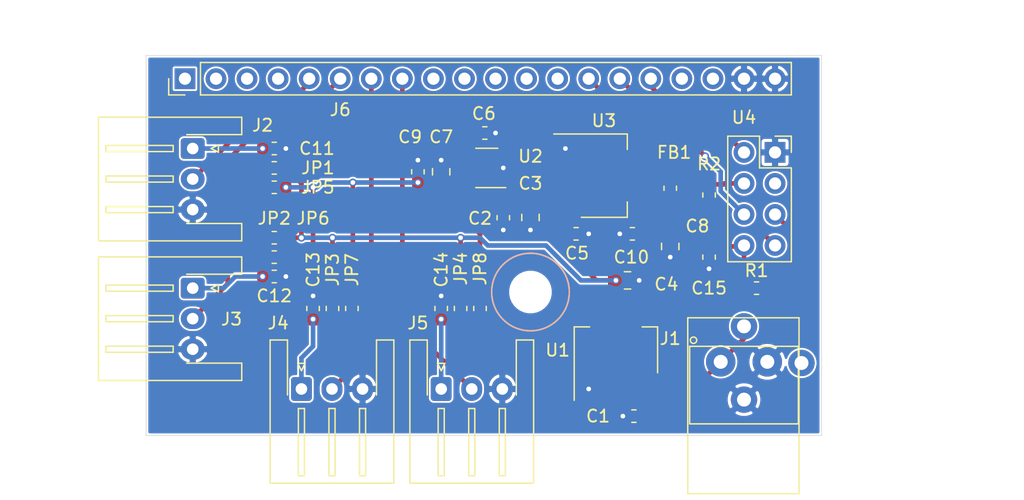
<source format=kicad_pcb>
(kicad_pcb (version 20171130) (host pcbnew "(5.1.5)-3")

  (general
    (thickness 1.6)
    (drawings 6)
    (tracks 175)
    (zones 0)
    (modules 37)
    (nets 21)
  )

  (page A4)
  (layers
    (0 F.Cu signal)
    (31 B.Cu signal)
    (32 B.Adhes user)
    (33 F.Adhes user)
    (34 B.Paste user)
    (35 F.Paste user)
    (36 B.SilkS user)
    (37 F.SilkS user)
    (38 B.Mask user)
    (39 F.Mask user)
    (40 Dwgs.User user)
    (41 Cmts.User user)
    (42 Eco1.User user)
    (43 Eco2.User user)
    (44 Edge.Cuts user)
    (45 Margin user)
    (46 B.CrtYd user)
    (47 F.CrtYd user)
    (48 B.Fab user hide)
    (49 F.Fab user hide)
  )

  (setup
    (last_trace_width 0.381)
    (user_trace_width 0.381)
    (trace_clearance 0.1524)
    (zone_clearance 0.1524)
    (zone_45_only no)
    (trace_min 0.2)
    (via_size 0.635)
    (via_drill 0.381)
    (via_min_size 0.4)
    (via_min_drill 0.3)
    (user_via 0.635 0.381)
    (uvia_size 0.3)
    (uvia_drill 0.1)
    (uvias_allowed no)
    (uvia_min_size 0.2)
    (uvia_min_drill 0.1)
    (edge_width 0.05)
    (segment_width 0.2)
    (pcb_text_width 0.3)
    (pcb_text_size 1.5 1.5)
    (mod_edge_width 0.12)
    (mod_text_size 1 1)
    (mod_text_width 0.15)
    (pad_size 1.524 1.524)
    (pad_drill 0.762)
    (pad_to_mask_clearance 0.051)
    (solder_mask_min_width 0.25)
    (aux_axis_origin 0 0)
    (grid_origin 163.195 90.17)
    (visible_elements 7FFFFFFF)
    (pcbplotparams
      (layerselection 0x010fc_ffffffff)
      (usegerberextensions false)
      (usegerberattributes false)
      (usegerberadvancedattributes false)
      (creategerberjobfile false)
      (excludeedgelayer true)
      (linewidth 0.100000)
      (plotframeref false)
      (viasonmask false)
      (mode 1)
      (useauxorigin false)
      (hpglpennumber 1)
      (hpglpenspeed 20)
      (hpglpendiameter 15.000000)
      (psnegative false)
      (psa4output false)
      (plotreference true)
      (plotvalue true)
      (plotinvisibletext false)
      (padsonsilk false)
      (subtractmaskfromsilk false)
      (outputformat 1)
      (mirror false)
      (drillshape 0)
      (scaleselection 1)
      (outputdirectory ""))
  )

  (net 0 "")
  (net 1 GND)
  (net 2 +5V)
  (net 3 /BP)
  (net 4 +3V3)
  (net 5 /A0)
  (net 6 /A1)
  (net 7 /A2)
  (net 8 /A3)
  (net 9 /VA0)
  (net 10 /VA1)
  (net 11 /VA2)
  (net 12 /VA3)
  (net 13 /3.3W)
  (net 14 /B11-Rx)
  (net 15 /B10-Tx)
  (net 16 /B1-Rst)
  (net 17 "Net-(R1-Pad2)")
  (net 18 "Net-(R2-Pad2)")
  (net 19 /Vin)
  (net 20 /ESP3.3)

  (net_class Default "This is the default net class."
    (clearance 0.1524)
    (trace_width 0.381)
    (via_dia 0.635)
    (via_drill 0.381)
    (uvia_dia 0.3)
    (uvia_drill 0.1)
    (add_net +3V3)
    (add_net +5V)
    (add_net /3.3W)
    (add_net /A0)
    (add_net /A1)
    (add_net /A2)
    (add_net /A3)
    (add_net /B1-Rst)
    (add_net /B10-Tx)
    (add_net /B11-Rx)
    (add_net /BP)
    (add_net /ESP3.3)
    (add_net /VA0)
    (add_net /VA1)
    (add_net /VA2)
    (add_net /VA3)
    (add_net /Vin)
    (add_net GND)
    (add_net "Net-(R1-Pad2)")
    (add_net "Net-(R2-Pad2)")
  )

  (module "0MiscParts:MountingHole _1-8_1-4" (layer F.Cu) (tedit 5E4292CA) (tstamp 5F016561)
    (at 194.6275 78.4225)
    (path /5F1A7A69)
    (fp_text reference H1 (at 0 2.032) (layer F.Fab)
      (effects (font (size 1 1) (thickness 0.15)))
    )
    (fp_text value MountingHole (at 0 -2.032) (layer F.Fab)
      (effects (font (size 1 1) (thickness 0.15)))
    )
    (fp_circle (center 0 0) (end 3.175 0) (layer B.SilkS) (width 0.12))
    (fp_circle (center 0 0) (end 3.175 0) (layer F.SilkS) (width 0.12))
    (pad "" np_thru_hole circle (at 0 0) (size 3.175 3.175) (drill 3.175) (layers *.Cu *.Mask))
  )

  (module Resistor_SMD:R_0603_1608Metric_Pad1.05x0.95mm_HandSolder (layer F.Cu) (tedit 5B301BBD) (tstamp 5EFEFCC4)
    (at 209.2325 70.485 90)
    (descr "Resistor SMD 0603 (1608 Metric), square (rectangular) end terminal, IPC_7351 nominal with elongated pad for handsoldering. (Body size source: http://www.tortai-tech.com/upload/download/2011102023233369053.pdf), generated with kicad-footprint-generator")
    (tags "resistor handsolder")
    (path /5F01BC66)
    (attr smd)
    (fp_text reference R2 (at 2.54 0 180) (layer F.SilkS)
      (effects (font (size 1 1) (thickness 0.15)))
    )
    (fp_text value R (at 0 1.43 90) (layer F.Fab)
      (effects (font (size 1 1) (thickness 0.15)))
    )
    (fp_text user %R (at 0 0 90) (layer F.Fab)
      (effects (font (size 0.4 0.4) (thickness 0.06)))
    )
    (fp_line (start 1.65 0.73) (end -1.65 0.73) (layer F.CrtYd) (width 0.05))
    (fp_line (start 1.65 -0.73) (end 1.65 0.73) (layer F.CrtYd) (width 0.05))
    (fp_line (start -1.65 -0.73) (end 1.65 -0.73) (layer F.CrtYd) (width 0.05))
    (fp_line (start -1.65 0.73) (end -1.65 -0.73) (layer F.CrtYd) (width 0.05))
    (fp_line (start -0.171267 0.51) (end 0.171267 0.51) (layer F.SilkS) (width 0.12))
    (fp_line (start -0.171267 -0.51) (end 0.171267 -0.51) (layer F.SilkS) (width 0.12))
    (fp_line (start 0.8 0.4) (end -0.8 0.4) (layer F.Fab) (width 0.1))
    (fp_line (start 0.8 -0.4) (end 0.8 0.4) (layer F.Fab) (width 0.1))
    (fp_line (start -0.8 -0.4) (end 0.8 -0.4) (layer F.Fab) (width 0.1))
    (fp_line (start -0.8 0.4) (end -0.8 -0.4) (layer F.Fab) (width 0.1))
    (pad 2 smd roundrect (at 0.875 0 90) (size 1.05 0.95) (layers F.Cu F.Paste F.Mask) (roundrect_rratio 0.25)
      (net 18 "Net-(R2-Pad2)"))
    (pad 1 smd roundrect (at -0.875 0 90) (size 1.05 0.95) (layers F.Cu F.Paste F.Mask) (roundrect_rratio 0.25)
      (net 20 /ESP3.3))
    (model ${KISYS3DMOD}/Resistor_SMD.3dshapes/R_0603_1608Metric.wrl
      (at (xyz 0 0 0))
      (scale (xyz 1 1 1))
      (rotate (xyz 0 0 0))
    )
  )

  (module Resistor_SMD:R_0603_1608Metric_Pad1.05x0.95mm_HandSolder (layer F.Cu) (tedit 5B301BBD) (tstamp 5EFEFCB3)
    (at 213.115 78.105)
    (descr "Resistor SMD 0603 (1608 Metric), square (rectangular) end terminal, IPC_7351 nominal with elongated pad for handsoldering. (Body size source: http://www.tortai-tech.com/upload/download/2011102023233369053.pdf), generated with kicad-footprint-generator")
    (tags "resistor handsolder")
    (path /5F01C173)
    (attr smd)
    (fp_text reference R1 (at 0 -1.43) (layer F.SilkS)
      (effects (font (size 1 1) (thickness 0.15)))
    )
    (fp_text value R (at 0 1.43) (layer F.Fab)
      (effects (font (size 1 1) (thickness 0.15)))
    )
    (fp_text user %R (at 0 0) (layer F.Fab)
      (effects (font (size 0.4 0.4) (thickness 0.06)))
    )
    (fp_line (start 1.65 0.73) (end -1.65 0.73) (layer F.CrtYd) (width 0.05))
    (fp_line (start 1.65 -0.73) (end 1.65 0.73) (layer F.CrtYd) (width 0.05))
    (fp_line (start -1.65 -0.73) (end 1.65 -0.73) (layer F.CrtYd) (width 0.05))
    (fp_line (start -1.65 0.73) (end -1.65 -0.73) (layer F.CrtYd) (width 0.05))
    (fp_line (start -0.171267 0.51) (end 0.171267 0.51) (layer F.SilkS) (width 0.12))
    (fp_line (start -0.171267 -0.51) (end 0.171267 -0.51) (layer F.SilkS) (width 0.12))
    (fp_line (start 0.8 0.4) (end -0.8 0.4) (layer F.Fab) (width 0.1))
    (fp_line (start 0.8 -0.4) (end 0.8 0.4) (layer F.Fab) (width 0.1))
    (fp_line (start -0.8 -0.4) (end 0.8 -0.4) (layer F.Fab) (width 0.1))
    (fp_line (start -0.8 0.4) (end -0.8 -0.4) (layer F.Fab) (width 0.1))
    (pad 2 smd roundrect (at 0.875 0) (size 1.05 0.95) (layers F.Cu F.Paste F.Mask) (roundrect_rratio 0.25)
      (net 17 "Net-(R1-Pad2)"))
    (pad 1 smd roundrect (at -0.875 0) (size 1.05 0.95) (layers F.Cu F.Paste F.Mask) (roundrect_rratio 0.25)
      (net 20 /ESP3.3))
    (model ${KISYS3DMOD}/Resistor_SMD.3dshapes/R_0603_1608Metric.wrl
      (at (xyz 0 0 0))
      (scale (xyz 1 1 1))
      (rotate (xyz 0 0 0))
    )
  )

  (module Capacitor_SMD:C_0805_2012Metric_Pad1.15x1.40mm_HandSolder (layer F.Cu) (tedit 5B36C52B) (tstamp 5EFEF933)
    (at 206.0575 74.69 270)
    (descr "Capacitor SMD 0805 (2012 Metric), square (rectangular) end terminal, IPC_7351 nominal with elongated pad for handsoldering. (Body size source: https://docs.google.com/spreadsheets/d/1BsfQQcO9C6DZCsRaXUlFlo91Tg2WpOkGARC1WS5S8t0/edit?usp=sharing), generated with kicad-footprint-generator")
    (tags "capacitor handsolder")
    (path /5EFF9F4B)
    (attr smd)
    (fp_text reference C8 (at -1.665 -2.2225 180) (layer F.SilkS)
      (effects (font (size 1 1) (thickness 0.15)))
    )
    (fp_text value 10u (at 0 1.65 90) (layer F.Fab)
      (effects (font (size 1 1) (thickness 0.15)))
    )
    (fp_text user %R (at 0 0 90) (layer F.Fab)
      (effects (font (size 0.5 0.5) (thickness 0.08)))
    )
    (fp_line (start 1.85 0.95) (end -1.85 0.95) (layer F.CrtYd) (width 0.05))
    (fp_line (start 1.85 -0.95) (end 1.85 0.95) (layer F.CrtYd) (width 0.05))
    (fp_line (start -1.85 -0.95) (end 1.85 -0.95) (layer F.CrtYd) (width 0.05))
    (fp_line (start -1.85 0.95) (end -1.85 -0.95) (layer F.CrtYd) (width 0.05))
    (fp_line (start -0.261252 0.71) (end 0.261252 0.71) (layer F.SilkS) (width 0.12))
    (fp_line (start -0.261252 -0.71) (end 0.261252 -0.71) (layer F.SilkS) (width 0.12))
    (fp_line (start 1 0.6) (end -1 0.6) (layer F.Fab) (width 0.1))
    (fp_line (start 1 -0.6) (end 1 0.6) (layer F.Fab) (width 0.1))
    (fp_line (start -1 -0.6) (end 1 -0.6) (layer F.Fab) (width 0.1))
    (fp_line (start -1 0.6) (end -1 -0.6) (layer F.Fab) (width 0.1))
    (pad 2 smd roundrect (at 1.025 0 270) (size 1.15 1.4) (layers F.Cu F.Paste F.Mask) (roundrect_rratio 0.217391)
      (net 1 GND))
    (pad 1 smd roundrect (at -1.025 0 270) (size 1.15 1.4) (layers F.Cu F.Paste F.Mask) (roundrect_rratio 0.217391)
      (net 13 /3.3W))
    (model ${KISYS3DMOD}/Capacitor_SMD.3dshapes/C_0805_2012Metric.wrl
      (at (xyz 0 0 0))
      (scale (xyz 1 1 1))
      (rotate (xyz 0 0 0))
    )
  )

  (module Capacitor_SMD:C_0805_2012Metric_Pad1.15x1.40mm_HandSolder (layer F.Cu) (tedit 5B36C52B) (tstamp 5EF6FF21)
    (at 187.325 68.58 90)
    (descr "Capacitor SMD 0805 (2012 Metric), square (rectangular) end terminal, IPC_7351 nominal with elongated pad for handsoldering. (Body size source: https://docs.google.com/spreadsheets/d/1BsfQQcO9C6DZCsRaXUlFlo91Tg2WpOkGARC1WS5S8t0/edit?usp=sharing), generated with kicad-footprint-generator")
    (tags "capacitor handsolder")
    (path /5F2A28BD)
    (attr smd)
    (fp_text reference C7 (at 2.8575 0 180) (layer F.SilkS)
      (effects (font (size 1 1) (thickness 0.15)))
    )
    (fp_text value 10u (at 0 1.65 90) (layer F.Fab)
      (effects (font (size 1 1) (thickness 0.15)))
    )
    (fp_text user %R (at 0 0 90) (layer F.Fab)
      (effects (font (size 0.5 0.5) (thickness 0.08)))
    )
    (fp_line (start 1.85 0.95) (end -1.85 0.95) (layer F.CrtYd) (width 0.05))
    (fp_line (start 1.85 -0.95) (end 1.85 0.95) (layer F.CrtYd) (width 0.05))
    (fp_line (start -1.85 -0.95) (end 1.85 -0.95) (layer F.CrtYd) (width 0.05))
    (fp_line (start -1.85 0.95) (end -1.85 -0.95) (layer F.CrtYd) (width 0.05))
    (fp_line (start -0.261252 0.71) (end 0.261252 0.71) (layer F.SilkS) (width 0.12))
    (fp_line (start -0.261252 -0.71) (end 0.261252 -0.71) (layer F.SilkS) (width 0.12))
    (fp_line (start 1 0.6) (end -1 0.6) (layer F.Fab) (width 0.1))
    (fp_line (start 1 -0.6) (end 1 0.6) (layer F.Fab) (width 0.1))
    (fp_line (start -1 -0.6) (end 1 -0.6) (layer F.Fab) (width 0.1))
    (fp_line (start -1 0.6) (end -1 -0.6) (layer F.Fab) (width 0.1))
    (pad 2 smd roundrect (at 1.025 0 90) (size 1.15 1.4) (layers F.Cu F.Paste F.Mask) (roundrect_rratio 0.217391)
      (net 1 GND))
    (pad 1 smd roundrect (at -1.025 0 90) (size 1.15 1.4) (layers F.Cu F.Paste F.Mask) (roundrect_rratio 0.217391)
      (net 4 +3V3))
    (model ${KISYS3DMOD}/Capacitor_SMD.3dshapes/C_0805_2012Metric.wrl
      (at (xyz 0 0 0))
      (scale (xyz 1 1 1))
      (rotate (xyz 0 0 0))
    )
  )

  (module Capacitor_SMD:C_0805_2012Metric_Pad1.15x1.40mm_HandSolder (layer F.Cu) (tedit 5B36C52B) (tstamp 5EFF0533)
    (at 202.565 77.47)
    (descr "Capacitor SMD 0805 (2012 Metric), square (rectangular) end terminal, IPC_7351 nominal with elongated pad for handsoldering. (Body size source: https://docs.google.com/spreadsheets/d/1BsfQQcO9C6DZCsRaXUlFlo91Tg2WpOkGARC1WS5S8t0/edit?usp=sharing), generated with kicad-footprint-generator")
    (tags "capacitor handsolder")
    (path /5F052C2C)
    (attr smd)
    (fp_text reference C4 (at 3.175 0.3175) (layer F.SilkS)
      (effects (font (size 1 1) (thickness 0.15)))
    )
    (fp_text value 10u (at 0 1.65) (layer F.Fab)
      (effects (font (size 1 1) (thickness 0.15)))
    )
    (fp_text user %R (at 0 0) (layer F.Fab)
      (effects (font (size 0.5 0.5) (thickness 0.08)))
    )
    (fp_line (start 1.85 0.95) (end -1.85 0.95) (layer F.CrtYd) (width 0.05))
    (fp_line (start 1.85 -0.95) (end 1.85 0.95) (layer F.CrtYd) (width 0.05))
    (fp_line (start -1.85 -0.95) (end 1.85 -0.95) (layer F.CrtYd) (width 0.05))
    (fp_line (start -1.85 0.95) (end -1.85 -0.95) (layer F.CrtYd) (width 0.05))
    (fp_line (start -0.261252 0.71) (end 0.261252 0.71) (layer F.SilkS) (width 0.12))
    (fp_line (start -0.261252 -0.71) (end 0.261252 -0.71) (layer F.SilkS) (width 0.12))
    (fp_line (start 1 0.6) (end -1 0.6) (layer F.Fab) (width 0.1))
    (fp_line (start 1 -0.6) (end 1 0.6) (layer F.Fab) (width 0.1))
    (fp_line (start -1 -0.6) (end 1 -0.6) (layer F.Fab) (width 0.1))
    (fp_line (start -1 0.6) (end -1 -0.6) (layer F.Fab) (width 0.1))
    (pad 2 smd roundrect (at 1.025 0) (size 1.15 1.4) (layers F.Cu F.Paste F.Mask) (roundrect_rratio 0.217391)
      (net 1 GND))
    (pad 1 smd roundrect (at -1.025 0) (size 1.15 1.4) (layers F.Cu F.Paste F.Mask) (roundrect_rratio 0.217391)
      (net 2 +5V))
    (model ${KISYS3DMOD}/Capacitor_SMD.3dshapes/C_0805_2012Metric.wrl
      (at (xyz 0 0 0))
      (scale (xyz 1 1 1))
      (rotate (xyz 0 0 0))
    )
  )

  (module 0MiscParts:ESP-01 (layer F.Cu) (tedit 5F00ED5B) (tstamp 5EFAECC9)
    (at 212.09 66.9925)
    (descr "Module, ESP-8266, ESP-01, 8 pin")
    (tags "Module ESP-8266 ESP8266")
    (path /5F2DC439)
    (fp_text reference U4 (at 0 -2.8575) (layer F.SilkS)
      (effects (font (size 1 1) (thickness 0.15)))
    )
    (fp_text value ESP8266 (at 12.192 3.556) (layer F.Fab)
      (effects (font (size 1 1) (thickness 0.15)))
    )
    (fp_line (start -1.905 10.795) (end -1.905 -3.175) (layer Dwgs.User) (width 0.12))
    (fp_line (start 22.86 10.795) (end -1.905 10.795) (layer Dwgs.User) (width 0.12))
    (fp_line (start 22.86 -3.175) (end 22.86 10.795) (layer Dwgs.User) (width 0.12))
    (fp_line (start -1.905 -3.175) (end 22.86 -3.175) (layer Dwgs.User) (width 0.12))
    (fp_line (start -1.27 -1.27) (end 2.81 -1.27) (layer F.Fab) (width 0.1))
    (fp_line (start -1.8 9.4) (end -1.8 -1.8) (layer F.CrtYd) (width 0.05))
    (fp_line (start 2.81 -1.27) (end 3.81 -0.27) (layer F.Fab) (width 0.1))
    (fp_line (start -1.33 -1.33) (end -1.33 8.95) (layer F.SilkS) (width 0.12))
    (fp_line (start 1.27 1.27) (end 3.87 1.27) (layer F.SilkS) (width 0.12))
    (fp_line (start 3.87 1.27) (end 3.87 8.95) (layer F.SilkS) (width 0.12))
    (fp_line (start 4.3 -1.8) (end 4.3 9.4) (layer F.CrtYd) (width 0.05))
    (fp_line (start 4.3 9.4) (end -1.8 9.4) (layer F.CrtYd) (width 0.05))
    (fp_line (start 2.54 -1.33) (end 3.87 -1.33) (layer F.SilkS) (width 0.12))
    (fp_line (start -1.33 -1.33) (end 1.27 -1.33) (layer F.SilkS) (width 0.12))
    (fp_line (start -1.33 8.95) (end 3.87 8.95) (layer F.SilkS) (width 0.12))
    (fp_line (start 3.81 -0.27) (end 3.81 8.89) (layer F.Fab) (width 0.1))
    (fp_line (start 3.81 8.89) (end -1.27 8.89) (layer F.Fab) (width 0.1))
    (fp_line (start -1.27 8.89) (end -1.27 -1.27) (layer F.Fab) (width 0.1))
    (fp_line (start 1.27 -1.33) (end 1.27 1.27) (layer F.SilkS) (width 0.12))
    (fp_line (start 3.87 -1.33) (end 3.87 0) (layer F.SilkS) (width 0.12))
    (fp_line (start -1.8 -1.8) (end 4.3 -1.8) (layer F.CrtYd) (width 0.05))
    (fp_text user %R (at 1.27 3.81 90) (layer F.Fab)
      (effects (font (size 1 1) (thickness 0.15)))
    )
    (fp_line (start 22.86 10.922) (end -1.778 10.922) (layer F.Fab) (width 0.05))
    (fp_line (start 22.86 -3.302) (end 22.86 10.922) (layer Dwgs.User) (width 0.05))
    (fp_line (start -1.778 -3.302) (end 22.86 -3.302) (layer F.Fab) (width 0.05))
    (pad 1 thru_hole rect (at 2.54 0) (size 1.7 1.7) (drill 1) (layers *.Cu *.Mask)
      (net 1 GND))
    (pad 3 thru_hole oval (at 2.54 2.54) (size 1.7 1.7) (drill 1) (layers *.Cu *.Mask))
    (pad 4 thru_hole oval (at 0 2.54) (size 1.7 1.7) (drill 1) (layers *.Cu *.Mask)
      (net 18 "Net-(R2-Pad2)"))
    (pad 5 thru_hole oval (at 2.54 5.08) (size 1.7 1.7) (drill 1) (layers *.Cu *.Mask)
      (net 17 "Net-(R1-Pad2)"))
    (pad 2 thru_hole oval (at 0 0) (size 1.7 1.7) (drill 1) (layers *.Cu *.Mask)
      (net 14 /B11-Rx))
    (pad 6 thru_hole oval (at 0 5.08) (size 1.7 1.7) (drill 1) (layers *.Cu *.Mask)
      (net 16 /B1-Rst))
    (pad 7 thru_hole oval (at 2.54 7.62) (size 1.7 1.7) (drill 1) (layers *.Cu *.Mask)
      (net 15 /B10-Tx))
    (pad 8 thru_hole oval (at 0 7.62) (size 1.7 1.7) (drill 1) (layers *.Cu *.Mask)
      (net 20 /ESP3.3))
  )

  (module Capacitor_SMD:C_0603_1608Metric_Pad1.05x0.95mm_HandSolder (layer F.Cu) (tedit 5B301BBE) (tstamp 5F00583C)
    (at 187.325 79.77 270)
    (descr "Capacitor SMD 0603 (1608 Metric), square (rectangular) end terminal, IPC_7351 nominal with elongated pad for handsoldering. (Body size source: http://www.tortai-tech.com/upload/download/2011102023233369053.pdf), generated with kicad-footprint-generator")
    (tags "capacitor handsolder")
    (path /5F151EE5)
    (attr smd)
    (fp_text reference C14 (at -3.175 0 90) (layer F.SilkS)
      (effects (font (size 1 1) (thickness 0.15)))
    )
    (fp_text value .1uf (at 0 1.43 90) (layer F.Fab)
      (effects (font (size 1 1) (thickness 0.15)))
    )
    (fp_text user %R (at 0 0 90) (layer F.Fab)
      (effects (font (size 0.4 0.4) (thickness 0.06)))
    )
    (fp_line (start 1.65 0.73) (end -1.65 0.73) (layer F.CrtYd) (width 0.05))
    (fp_line (start 1.65 -0.73) (end 1.65 0.73) (layer F.CrtYd) (width 0.05))
    (fp_line (start -1.65 -0.73) (end 1.65 -0.73) (layer F.CrtYd) (width 0.05))
    (fp_line (start -1.65 0.73) (end -1.65 -0.73) (layer F.CrtYd) (width 0.05))
    (fp_line (start -0.171267 0.51) (end 0.171267 0.51) (layer F.SilkS) (width 0.12))
    (fp_line (start -0.171267 -0.51) (end 0.171267 -0.51) (layer F.SilkS) (width 0.12))
    (fp_line (start 0.8 0.4) (end -0.8 0.4) (layer F.Fab) (width 0.1))
    (fp_line (start 0.8 -0.4) (end 0.8 0.4) (layer F.Fab) (width 0.1))
    (fp_line (start -0.8 -0.4) (end 0.8 -0.4) (layer F.Fab) (width 0.1))
    (fp_line (start -0.8 0.4) (end -0.8 -0.4) (layer F.Fab) (width 0.1))
    (pad 2 smd roundrect (at 0.875 0 270) (size 1.05 0.95) (layers F.Cu F.Paste F.Mask) (roundrect_rratio 0.25)
      (net 12 /VA3))
    (pad 1 smd roundrect (at -0.875 0 270) (size 1.05 0.95) (layers F.Cu F.Paste F.Mask) (roundrect_rratio 0.25)
      (net 1 GND))
    (model ${KISYS3DMOD}/Capacitor_SMD.3dshapes/C_0603_1608Metric.wrl
      (at (xyz 0 0 0))
      (scale (xyz 1 1 1))
      (rotate (xyz 0 0 0))
    )
  )

  (module Capacitor_SMD:C_0603_1608Metric_Pad1.05x0.95mm_HandSolder (layer F.Cu) (tedit 5B301BBE) (tstamp 5F00582B)
    (at 176.8475 79.77 270)
    (descr "Capacitor SMD 0603 (1608 Metric), square (rectangular) end terminal, IPC_7351 nominal with elongated pad for handsoldering. (Body size source: http://www.tortai-tech.com/upload/download/2011102023233369053.pdf), generated with kicad-footprint-generator")
    (tags "capacitor handsolder")
    (path /5F14F217)
    (attr smd)
    (fp_text reference C13 (at -3.175 0 90) (layer F.SilkS)
      (effects (font (size 1 1) (thickness 0.15)))
    )
    (fp_text value .1uf (at 0 1.43 90) (layer F.Fab)
      (effects (font (size 1 1) (thickness 0.15)))
    )
    (fp_text user %R (at 0 0 90) (layer F.Fab)
      (effects (font (size 0.4 0.4) (thickness 0.06)))
    )
    (fp_line (start 1.65 0.73) (end -1.65 0.73) (layer F.CrtYd) (width 0.05))
    (fp_line (start 1.65 -0.73) (end 1.65 0.73) (layer F.CrtYd) (width 0.05))
    (fp_line (start -1.65 -0.73) (end 1.65 -0.73) (layer F.CrtYd) (width 0.05))
    (fp_line (start -1.65 0.73) (end -1.65 -0.73) (layer F.CrtYd) (width 0.05))
    (fp_line (start -0.171267 0.51) (end 0.171267 0.51) (layer F.SilkS) (width 0.12))
    (fp_line (start -0.171267 -0.51) (end 0.171267 -0.51) (layer F.SilkS) (width 0.12))
    (fp_line (start 0.8 0.4) (end -0.8 0.4) (layer F.Fab) (width 0.1))
    (fp_line (start 0.8 -0.4) (end 0.8 0.4) (layer F.Fab) (width 0.1))
    (fp_line (start -0.8 -0.4) (end 0.8 -0.4) (layer F.Fab) (width 0.1))
    (fp_line (start -0.8 0.4) (end -0.8 -0.4) (layer F.Fab) (width 0.1))
    (pad 2 smd roundrect (at 0.875 0 270) (size 1.05 0.95) (layers F.Cu F.Paste F.Mask) (roundrect_rratio 0.25)
      (net 11 /VA2))
    (pad 1 smd roundrect (at -0.875 0 270) (size 1.05 0.95) (layers F.Cu F.Paste F.Mask) (roundrect_rratio 0.25)
      (net 1 GND))
    (model ${KISYS3DMOD}/Capacitor_SMD.3dshapes/C_0603_1608Metric.wrl
      (at (xyz 0 0 0))
      (scale (xyz 1 1 1))
      (rotate (xyz 0 0 0))
    )
  )

  (module Capacitor_SMD:C_0603_1608Metric_Pad1.05x0.95mm_HandSolder (layer F.Cu) (tedit 5B301BBE) (tstamp 5F00581A)
    (at 173.6725 77.1525 180)
    (descr "Capacitor SMD 0603 (1608 Metric), square (rectangular) end terminal, IPC_7351 nominal with elongated pad for handsoldering. (Body size source: http://www.tortai-tech.com/upload/download/2011102023233369053.pdf), generated with kicad-footprint-generator")
    (tags "capacitor handsolder")
    (path /5F14C5FD)
    (attr smd)
    (fp_text reference C12 (at 0 -1.5875) (layer F.SilkS)
      (effects (font (size 1 1) (thickness 0.15)))
    )
    (fp_text value .1uf (at 0 1.43) (layer F.Fab)
      (effects (font (size 1 1) (thickness 0.15)))
    )
    (fp_text user %R (at 0 0) (layer F.Fab)
      (effects (font (size 0.4 0.4) (thickness 0.06)))
    )
    (fp_line (start 1.65 0.73) (end -1.65 0.73) (layer F.CrtYd) (width 0.05))
    (fp_line (start 1.65 -0.73) (end 1.65 0.73) (layer F.CrtYd) (width 0.05))
    (fp_line (start -1.65 -0.73) (end 1.65 -0.73) (layer F.CrtYd) (width 0.05))
    (fp_line (start -1.65 0.73) (end -1.65 -0.73) (layer F.CrtYd) (width 0.05))
    (fp_line (start -0.171267 0.51) (end 0.171267 0.51) (layer F.SilkS) (width 0.12))
    (fp_line (start -0.171267 -0.51) (end 0.171267 -0.51) (layer F.SilkS) (width 0.12))
    (fp_line (start 0.8 0.4) (end -0.8 0.4) (layer F.Fab) (width 0.1))
    (fp_line (start 0.8 -0.4) (end 0.8 0.4) (layer F.Fab) (width 0.1))
    (fp_line (start -0.8 -0.4) (end 0.8 -0.4) (layer F.Fab) (width 0.1))
    (fp_line (start -0.8 0.4) (end -0.8 -0.4) (layer F.Fab) (width 0.1))
    (pad 2 smd roundrect (at 0.875 0 180) (size 1.05 0.95) (layers F.Cu F.Paste F.Mask) (roundrect_rratio 0.25)
      (net 10 /VA1))
    (pad 1 smd roundrect (at -0.875 0 180) (size 1.05 0.95) (layers F.Cu F.Paste F.Mask) (roundrect_rratio 0.25)
      (net 1 GND))
    (model ${KISYS3DMOD}/Capacitor_SMD.3dshapes/C_0603_1608Metric.wrl
      (at (xyz 0 0 0))
      (scale (xyz 1 1 1))
      (rotate (xyz 0 0 0))
    )
  )

  (module Capacitor_SMD:C_0603_1608Metric_Pad1.05x0.95mm_HandSolder (layer F.Cu) (tedit 5B301BBE) (tstamp 5F005809)
    (at 173.6725 66.675 180)
    (descr "Capacitor SMD 0603 (1608 Metric), square (rectangular) end terminal, IPC_7351 nominal with elongated pad for handsoldering. (Body size source: http://www.tortai-tech.com/upload/download/2011102023233369053.pdf), generated with kicad-footprint-generator")
    (tags "capacitor handsolder")
    (path /5F149779)
    (attr smd)
    (fp_text reference C11 (at -3.4925 0) (layer F.SilkS)
      (effects (font (size 1 1) (thickness 0.15)))
    )
    (fp_text value .1uf (at 0 1.43) (layer F.Fab)
      (effects (font (size 1 1) (thickness 0.15)))
    )
    (fp_text user %R (at 0 0) (layer F.Fab)
      (effects (font (size 0.4 0.4) (thickness 0.06)))
    )
    (fp_line (start 1.65 0.73) (end -1.65 0.73) (layer F.CrtYd) (width 0.05))
    (fp_line (start 1.65 -0.73) (end 1.65 0.73) (layer F.CrtYd) (width 0.05))
    (fp_line (start -1.65 -0.73) (end 1.65 -0.73) (layer F.CrtYd) (width 0.05))
    (fp_line (start -1.65 0.73) (end -1.65 -0.73) (layer F.CrtYd) (width 0.05))
    (fp_line (start -0.171267 0.51) (end 0.171267 0.51) (layer F.SilkS) (width 0.12))
    (fp_line (start -0.171267 -0.51) (end 0.171267 -0.51) (layer F.SilkS) (width 0.12))
    (fp_line (start 0.8 0.4) (end -0.8 0.4) (layer F.Fab) (width 0.1))
    (fp_line (start 0.8 -0.4) (end 0.8 0.4) (layer F.Fab) (width 0.1))
    (fp_line (start -0.8 -0.4) (end 0.8 -0.4) (layer F.Fab) (width 0.1))
    (fp_line (start -0.8 0.4) (end -0.8 -0.4) (layer F.Fab) (width 0.1))
    (pad 2 smd roundrect (at 0.875 0 180) (size 1.05 0.95) (layers F.Cu F.Paste F.Mask) (roundrect_rratio 0.25)
      (net 9 /VA0))
    (pad 1 smd roundrect (at -0.875 0 180) (size 1.05 0.95) (layers F.Cu F.Paste F.Mask) (roundrect_rratio 0.25)
      (net 1 GND))
    (model ${KISYS3DMOD}/Capacitor_SMD.3dshapes/C_0603_1608Metric.wrl
      (at (xyz 0 0 0))
      (scale (xyz 1 1 1))
      (rotate (xyz 0 0 0))
    )
  )

  (module Package_TO_SOT_SMD:SOT-223-3_TabPin2 (layer F.Cu) (tedit 5A02FF57) (tstamp 5EFF09D0)
    (at 201.6125 83.185 90)
    (descr "module CMS SOT223 4 pins")
    (tags "CMS SOT")
    (path /5F05B823)
    (attr smd)
    (fp_text reference U1 (at 0 -4.7625 180) (layer F.SilkS)
      (effects (font (size 1 1) (thickness 0.15)))
    )
    (fp_text value AP1117-50 (at 0 4.5 90) (layer F.Fab)
      (effects (font (size 1 1) (thickness 0.15)))
    )
    (fp_line (start 1.85 -3.35) (end 1.85 3.35) (layer F.Fab) (width 0.1))
    (fp_line (start -1.85 3.35) (end 1.85 3.35) (layer F.Fab) (width 0.1))
    (fp_line (start -4.1 -3.41) (end 1.91 -3.41) (layer F.SilkS) (width 0.12))
    (fp_line (start -0.85 -3.35) (end 1.85 -3.35) (layer F.Fab) (width 0.1))
    (fp_line (start -1.85 3.41) (end 1.91 3.41) (layer F.SilkS) (width 0.12))
    (fp_line (start -1.85 -2.35) (end -1.85 3.35) (layer F.Fab) (width 0.1))
    (fp_line (start -1.85 -2.35) (end -0.85 -3.35) (layer F.Fab) (width 0.1))
    (fp_line (start -4.4 -3.6) (end -4.4 3.6) (layer F.CrtYd) (width 0.05))
    (fp_line (start -4.4 3.6) (end 4.4 3.6) (layer F.CrtYd) (width 0.05))
    (fp_line (start 4.4 3.6) (end 4.4 -3.6) (layer F.CrtYd) (width 0.05))
    (fp_line (start 4.4 -3.6) (end -4.4 -3.6) (layer F.CrtYd) (width 0.05))
    (fp_line (start 1.91 -3.41) (end 1.91 -2.15) (layer F.SilkS) (width 0.12))
    (fp_line (start 1.91 3.41) (end 1.91 2.15) (layer F.SilkS) (width 0.12))
    (fp_text user %R (at 0 0) (layer F.Fab)
      (effects (font (size 0.8 0.8) (thickness 0.12)))
    )
    (pad 1 smd rect (at -3.15 -2.3 90) (size 2 1.5) (layers F.Cu F.Paste F.Mask)
      (net 1 GND))
    (pad 3 smd rect (at -3.15 2.3 90) (size 2 1.5) (layers F.Cu F.Paste F.Mask)
      (net 19 /Vin))
    (pad 2 smd rect (at -3.15 0 90) (size 2 1.5) (layers F.Cu F.Paste F.Mask)
      (net 2 +5V))
    (pad 2 smd rect (at 3.15 0 90) (size 2 3.8) (layers F.Cu F.Paste F.Mask)
      (net 2 +5V))
    (model ${KISYS3DMOD}/Package_TO_SOT_SMD.3dshapes/SOT-223.wrl
      (at (xyz 0 0 0))
      (scale (xyz 1 1 1))
      (rotate (xyz 0 0 0))
    )
  )

  (module 0MiscParts:PJ-102-3.81mm (layer F.Cu) (tedit 5EFBBF62) (tstamp 5EFF061C)
    (at 212.09 94.9325 90)
    (path /5F071879)
    (fp_text reference J1 (at 12.7 -6.0325 180) (layer F.SilkS)
      (effects (font (size 1 1) (thickness 0.15)))
    )
    (fp_text value PJ-102 (at 7.6 6.8 90) (layer F.Fab)
      (effects (font (size 1 1) (thickness 0.15)))
    )
    (fp_line (start 12.065 -4.445) (end 5.715 -4.445) (layer F.SilkS) (width 0.12))
    (fp_circle (center 12.565183 -4.1275) (end 12.311183 -4.064) (layer F.SilkS) (width 0.12))
    (fp_line (start 12.065 -4.445) (end 12.065 4.445) (layer F.SilkS) (width 0.12))
    (fp_line (start 5.715 4.445) (end 12.065 4.445) (layer F.SilkS) (width 0.12))
    (fp_line (start 5.715 -4.445) (end 5.715 4.445) (layer F.SilkS) (width 0.12))
    (fp_line (start -0.5 5) (end -0.5 -5) (layer F.CrtYd) (width 0.05))
    (fp_line (start 15 5) (end -0.5 5) (layer F.CrtYd) (width 0.05))
    (fp_line (start 15 -5) (end 15 5) (layer F.CrtYd) (width 0.05))
    (fp_line (start -0.5 -5) (end 15 -5) (layer F.CrtYd) (width 0.05))
    (fp_line (start 0 4.5) (end 0 -4.5) (layer F.SilkS) (width 0.12))
    (fp_line (start 14.4 4.5) (end 0 4.5) (layer F.SilkS) (width 0.12))
    (fp_line (start 14.4 -4.6) (end 14.4 4.5) (layer F.SilkS) (width 0.12))
    (fp_line (start 0 -4.6) (end 14.4 -4.6) (layer F.SilkS) (width 0.12))
    (pad 1 thru_hole circle (at 10.795 -1.905) (size 2.413 2.413) (drill 1.143) (layers *.Cu *.Mask)
      (net 19 /Vin))
    (pad 2 thru_hole circle (at 10.795 1.905) (size 2.413 2.413) (drill 1.143) (layers *.Cu *.Mask)
      (net 1 GND))
    (pad 3 thru_hole circle (at 10.7 4.7 90) (size 2.159 2.159) (drill 1.143) (layers *.Cu *.Mask))
    (pad 2 thru_hole circle (at 7.7 0 90) (size 2.159 2.159) (drill 1.143) (layers *.Cu *.Mask)
      (net 1 GND))
    (pad 1 thru_hole circle (at 13.7 0 90) (size 2.159 2.159) (drill 1.143) (layers *.Cu *.Mask)
      (net 19 /Vin))
  )

  (module Inductor_SMD:L_0603_1608Metric_Pad1.05x0.95mm_HandSolder (layer F.Cu) (tedit 5B301BBE) (tstamp 5EFF0606)
    (at 206.0575 69.9275 270)
    (descr "Capacitor SMD 0603 (1608 Metric), square (rectangular) end terminal, IPC_7351 nominal with elongated pad for handsoldering. (Body size source: http://www.tortai-tech.com/upload/download/2011102023233369053.pdf), generated with kicad-footprint-generator")
    (tags "inductor handsolder")
    (path /5F02D7B9)
    (attr smd)
    (fp_text reference FB1 (at -2.935 -0.3175 180) (layer F.SilkS)
      (effects (font (size 1 1) (thickness 0.15)))
    )
    (fp_text value Ferrite_Bead (at 0 1.43 90) (layer F.Fab)
      (effects (font (size 1 1) (thickness 0.15)))
    )
    (fp_text user %R (at 0 0 90) (layer F.Fab)
      (effects (font (size 0.4 0.4) (thickness 0.06)))
    )
    (fp_line (start 1.65 0.73) (end -1.65 0.73) (layer F.CrtYd) (width 0.05))
    (fp_line (start 1.65 -0.73) (end 1.65 0.73) (layer F.CrtYd) (width 0.05))
    (fp_line (start -1.65 -0.73) (end 1.65 -0.73) (layer F.CrtYd) (width 0.05))
    (fp_line (start -1.65 0.73) (end -1.65 -0.73) (layer F.CrtYd) (width 0.05))
    (fp_line (start -0.171267 0.51) (end 0.171267 0.51) (layer F.SilkS) (width 0.12))
    (fp_line (start -0.171267 -0.51) (end 0.171267 -0.51) (layer F.SilkS) (width 0.12))
    (fp_line (start 0.8 0.4) (end -0.8 0.4) (layer F.Fab) (width 0.1))
    (fp_line (start 0.8 -0.4) (end 0.8 0.4) (layer F.Fab) (width 0.1))
    (fp_line (start -0.8 -0.4) (end 0.8 -0.4) (layer F.Fab) (width 0.1))
    (fp_line (start -0.8 0.4) (end -0.8 -0.4) (layer F.Fab) (width 0.1))
    (pad 2 smd roundrect (at 0.875 0 270) (size 1.05 0.95) (layers F.Cu F.Paste F.Mask) (roundrect_rratio 0.25)
      (net 20 /ESP3.3))
    (pad 1 smd roundrect (at -0.875 0 270) (size 1.05 0.95) (layers F.Cu F.Paste F.Mask) (roundrect_rratio 0.25)
      (net 13 /3.3W))
    (model ${KISYS3DMOD}/Inductor_SMD.3dshapes/L_0603_1608Metric.wrl
      (at (xyz 0 0 0))
      (scale (xyz 1 1 1))
      (rotate (xyz 0 0 0))
    )
  )

  (module Capacitor_SMD:C_0603_1608Metric_Pad1.05x0.95mm_HandSolder (layer F.Cu) (tedit 5B301BBE) (tstamp 5EFF0555)
    (at 209.2325 75.565 270)
    (descr "Capacitor SMD 0603 (1608 Metric), square (rectangular) end terminal, IPC_7351 nominal with elongated pad for handsoldering. (Body size source: http://www.tortai-tech.com/upload/download/2011102023233369053.pdf), generated with kicad-footprint-generator")
    (tags "capacitor handsolder")
    (path /5F034CB5)
    (attr smd)
    (fp_text reference C15 (at 2.54 0 180) (layer F.SilkS)
      (effects (font (size 1 1) (thickness 0.15)))
    )
    (fp_text value .1uf (at 0 1.43 90) (layer F.Fab)
      (effects (font (size 1 1) (thickness 0.15)))
    )
    (fp_text user %R (at 0 0 90) (layer F.Fab)
      (effects (font (size 0.4 0.4) (thickness 0.06)))
    )
    (fp_line (start 1.65 0.73) (end -1.65 0.73) (layer F.CrtYd) (width 0.05))
    (fp_line (start 1.65 -0.73) (end 1.65 0.73) (layer F.CrtYd) (width 0.05))
    (fp_line (start -1.65 -0.73) (end 1.65 -0.73) (layer F.CrtYd) (width 0.05))
    (fp_line (start -1.65 0.73) (end -1.65 -0.73) (layer F.CrtYd) (width 0.05))
    (fp_line (start -0.171267 0.51) (end 0.171267 0.51) (layer F.SilkS) (width 0.12))
    (fp_line (start -0.171267 -0.51) (end 0.171267 -0.51) (layer F.SilkS) (width 0.12))
    (fp_line (start 0.8 0.4) (end -0.8 0.4) (layer F.Fab) (width 0.1))
    (fp_line (start 0.8 -0.4) (end 0.8 0.4) (layer F.Fab) (width 0.1))
    (fp_line (start -0.8 -0.4) (end 0.8 -0.4) (layer F.Fab) (width 0.1))
    (fp_line (start -0.8 0.4) (end -0.8 -0.4) (layer F.Fab) (width 0.1))
    (pad 2 smd roundrect (at 0.875 0 270) (size 1.05 0.95) (layers F.Cu F.Paste F.Mask) (roundrect_rratio 0.25)
      (net 1 GND))
    (pad 1 smd roundrect (at -0.875 0 270) (size 1.05 0.95) (layers F.Cu F.Paste F.Mask) (roundrect_rratio 0.25)
      (net 20 /ESP3.3))
    (model ${KISYS3DMOD}/Capacitor_SMD.3dshapes/C_0603_1608Metric.wrl
      (at (xyz 0 0 0))
      (scale (xyz 1 1 1))
      (rotate (xyz 0 0 0))
    )
  )

  (module Capacitor_SMD:C_0603_1608Metric_Pad1.05x0.95mm_HandSolder (layer F.Cu) (tedit 5B301BBE) (tstamp 5EFF0522)
    (at 203.087 88.5825 180)
    (descr "Capacitor SMD 0603 (1608 Metric), square (rectangular) end terminal, IPC_7351 nominal with elongated pad for handsoldering. (Body size source: http://www.tortai-tech.com/upload/download/2011102023233369053.pdf), generated with kicad-footprint-generator")
    (tags "capacitor handsolder")
    (path /5F052C20)
    (attr smd)
    (fp_text reference C1 (at 2.935 0) (layer F.SilkS)
      (effects (font (size 1 1) (thickness 0.15)))
    )
    (fp_text value .1uf (at 0 1.43) (layer F.Fab)
      (effects (font (size 1 1) (thickness 0.15)))
    )
    (fp_text user %R (at 0 0) (layer F.Fab)
      (effects (font (size 0.4 0.4) (thickness 0.06)))
    )
    (fp_line (start 1.65 0.73) (end -1.65 0.73) (layer F.CrtYd) (width 0.05))
    (fp_line (start 1.65 -0.73) (end 1.65 0.73) (layer F.CrtYd) (width 0.05))
    (fp_line (start -1.65 -0.73) (end 1.65 -0.73) (layer F.CrtYd) (width 0.05))
    (fp_line (start -1.65 0.73) (end -1.65 -0.73) (layer F.CrtYd) (width 0.05))
    (fp_line (start -0.171267 0.51) (end 0.171267 0.51) (layer F.SilkS) (width 0.12))
    (fp_line (start -0.171267 -0.51) (end 0.171267 -0.51) (layer F.SilkS) (width 0.12))
    (fp_line (start 0.8 0.4) (end -0.8 0.4) (layer F.Fab) (width 0.1))
    (fp_line (start 0.8 -0.4) (end 0.8 0.4) (layer F.Fab) (width 0.1))
    (fp_line (start -0.8 -0.4) (end 0.8 -0.4) (layer F.Fab) (width 0.1))
    (fp_line (start -0.8 0.4) (end -0.8 -0.4) (layer F.Fab) (width 0.1))
    (pad 2 smd roundrect (at 0.875 0 180) (size 1.05 0.95) (layers F.Cu F.Paste F.Mask) (roundrect_rratio 0.25)
      (net 1 GND))
    (pad 1 smd roundrect (at -0.875 0 180) (size 1.05 0.95) (layers F.Cu F.Paste F.Mask) (roundrect_rratio 0.25)
      (net 19 /Vin))
    (model ${KISYS3DMOD}/Capacitor_SMD.3dshapes/C_0603_1608Metric.wrl
      (at (xyz 0 0 0))
      (scale (xyz 1 1 1))
      (rotate (xyz 0 0 0))
    )
  )

  (module Package_TO_SOT_SMD:SOT-223-3_TabPin2 (layer F.Cu) (tedit 5A02FF57) (tstamp 5EFEFD28)
    (at 200.635 68.8975)
    (descr "module CMS SOT223 4 pins")
    (tags "CMS SOT")
    (path /5EFF45B2)
    (attr smd)
    (fp_text reference U3 (at 0 -4.5) (layer F.SilkS)
      (effects (font (size 1 1) (thickness 0.15)))
    )
    (fp_text value AP1117-33 (at 0 4.5) (layer F.Fab)
      (effects (font (size 1 1) (thickness 0.15)))
    )
    (fp_line (start 1.85 -3.35) (end 1.85 3.35) (layer F.Fab) (width 0.1))
    (fp_line (start -1.85 3.35) (end 1.85 3.35) (layer F.Fab) (width 0.1))
    (fp_line (start -4.1 -3.41) (end 1.91 -3.41) (layer F.SilkS) (width 0.12))
    (fp_line (start -0.85 -3.35) (end 1.85 -3.35) (layer F.Fab) (width 0.1))
    (fp_line (start -1.85 3.41) (end 1.91 3.41) (layer F.SilkS) (width 0.12))
    (fp_line (start -1.85 -2.35) (end -1.85 3.35) (layer F.Fab) (width 0.1))
    (fp_line (start -1.85 -2.35) (end -0.85 -3.35) (layer F.Fab) (width 0.1))
    (fp_line (start -4.4 -3.6) (end -4.4 3.6) (layer F.CrtYd) (width 0.05))
    (fp_line (start -4.4 3.6) (end 4.4 3.6) (layer F.CrtYd) (width 0.05))
    (fp_line (start 4.4 3.6) (end 4.4 -3.6) (layer F.CrtYd) (width 0.05))
    (fp_line (start 4.4 -3.6) (end -4.4 -3.6) (layer F.CrtYd) (width 0.05))
    (fp_line (start 1.91 -3.41) (end 1.91 -2.15) (layer F.SilkS) (width 0.12))
    (fp_line (start 1.91 3.41) (end 1.91 2.15) (layer F.SilkS) (width 0.12))
    (fp_text user %R (at 0 0 90) (layer F.Fab)
      (effects (font (size 0.8 0.8) (thickness 0.12)))
    )
    (pad 1 smd rect (at -3.15 -2.3) (size 2 1.5) (layers F.Cu F.Paste F.Mask)
      (net 1 GND))
    (pad 3 smd rect (at -3.15 2.3) (size 2 1.5) (layers F.Cu F.Paste F.Mask)
      (net 2 +5V))
    (pad 2 smd rect (at -3.15 0) (size 2 1.5) (layers F.Cu F.Paste F.Mask)
      (net 13 /3.3W))
    (pad 2 smd rect (at 3.15 0) (size 2 3.8) (layers F.Cu F.Paste F.Mask)
      (net 13 /3.3W))
    (model ${KISYS3DMOD}/Package_TO_SOT_SMD.3dshapes/SOT-223.wrl
      (at (xyz 0 0 0))
      (scale (xyz 1 1 1))
      (rotate (xyz 0 0 0))
    )
  )

  (module Capacitor_SMD:C_0603_1608Metric_Pad1.05x0.95mm_HandSolder (layer F.Cu) (tedit 5B301BBE) (tstamp 5EFEF944)
    (at 202.96 73.66 180)
    (descr "Capacitor SMD 0603 (1608 Metric), square (rectangular) end terminal, IPC_7351 nominal with elongated pad for handsoldering. (Body size source: http://www.tortai-tech.com/upload/download/2011102023233369053.pdf), generated with kicad-footprint-generator")
    (tags "capacitor handsolder")
    (path /5EFF9F67)
    (attr smd)
    (fp_text reference C10 (at 0.0775 -1.905) (layer F.SilkS)
      (effects (font (size 1 1) (thickness 0.15)))
    )
    (fp_text value .1uf (at 0 1.43) (layer F.Fab)
      (effects (font (size 1 1) (thickness 0.15)))
    )
    (fp_text user %R (at 0 0) (layer F.Fab)
      (effects (font (size 0.4 0.4) (thickness 0.06)))
    )
    (fp_line (start 1.65 0.73) (end -1.65 0.73) (layer F.CrtYd) (width 0.05))
    (fp_line (start 1.65 -0.73) (end 1.65 0.73) (layer F.CrtYd) (width 0.05))
    (fp_line (start -1.65 -0.73) (end 1.65 -0.73) (layer F.CrtYd) (width 0.05))
    (fp_line (start -1.65 0.73) (end -1.65 -0.73) (layer F.CrtYd) (width 0.05))
    (fp_line (start -0.171267 0.51) (end 0.171267 0.51) (layer F.SilkS) (width 0.12))
    (fp_line (start -0.171267 -0.51) (end 0.171267 -0.51) (layer F.SilkS) (width 0.12))
    (fp_line (start 0.8 0.4) (end -0.8 0.4) (layer F.Fab) (width 0.1))
    (fp_line (start 0.8 -0.4) (end 0.8 0.4) (layer F.Fab) (width 0.1))
    (fp_line (start -0.8 -0.4) (end 0.8 -0.4) (layer F.Fab) (width 0.1))
    (fp_line (start -0.8 0.4) (end -0.8 -0.4) (layer F.Fab) (width 0.1))
    (pad 2 smd roundrect (at 0.875 0 180) (size 1.05 0.95) (layers F.Cu F.Paste F.Mask) (roundrect_rratio 0.25)
      (net 1 GND))
    (pad 1 smd roundrect (at -0.875 0 180) (size 1.05 0.95) (layers F.Cu F.Paste F.Mask) (roundrect_rratio 0.25)
      (net 13 /3.3W))
    (model ${KISYS3DMOD}/Capacitor_SMD.3dshapes/C_0603_1608Metric.wrl
      (at (xyz 0 0 0))
      (scale (xyz 1 1 1))
      (rotate (xyz 0 0 0))
    )
  )

  (module Capacitor_SMD:C_0603_1608Metric_Pad1.05x0.95mm_HandSolder (layer F.Cu) (tedit 5B301BBE) (tstamp 5EFF32B2)
    (at 198.36 73.66)
    (descr "Capacitor SMD 0603 (1608 Metric), square (rectangular) end terminal, IPC_7351 nominal with elongated pad for handsoldering. (Body size source: http://www.tortai-tech.com/upload/download/2011102023233369053.pdf), generated with kicad-footprint-generator")
    (tags "capacitor handsolder")
    (path /5EFF723B)
    (attr smd)
    (fp_text reference C5 (at 0.0775 1.5875) (layer F.SilkS)
      (effects (font (size 1 1) (thickness 0.15)))
    )
    (fp_text value .1uf (at 0 1.43) (layer F.Fab)
      (effects (font (size 1 1) (thickness 0.15)))
    )
    (fp_text user %R (at 0 0) (layer F.Fab)
      (effects (font (size 0.4 0.4) (thickness 0.06)))
    )
    (fp_line (start 1.65 0.73) (end -1.65 0.73) (layer F.CrtYd) (width 0.05))
    (fp_line (start 1.65 -0.73) (end 1.65 0.73) (layer F.CrtYd) (width 0.05))
    (fp_line (start -1.65 -0.73) (end 1.65 -0.73) (layer F.CrtYd) (width 0.05))
    (fp_line (start -1.65 0.73) (end -1.65 -0.73) (layer F.CrtYd) (width 0.05))
    (fp_line (start -0.171267 0.51) (end 0.171267 0.51) (layer F.SilkS) (width 0.12))
    (fp_line (start -0.171267 -0.51) (end 0.171267 -0.51) (layer F.SilkS) (width 0.12))
    (fp_line (start 0.8 0.4) (end -0.8 0.4) (layer F.Fab) (width 0.1))
    (fp_line (start 0.8 -0.4) (end 0.8 0.4) (layer F.Fab) (width 0.1))
    (fp_line (start -0.8 -0.4) (end 0.8 -0.4) (layer F.Fab) (width 0.1))
    (fp_line (start -0.8 0.4) (end -0.8 -0.4) (layer F.Fab) (width 0.1))
    (pad 2 smd roundrect (at 0.875 0) (size 1.05 0.95) (layers F.Cu F.Paste F.Mask) (roundrect_rratio 0.25)
      (net 1 GND))
    (pad 1 smd roundrect (at -0.875 0) (size 1.05 0.95) (layers F.Cu F.Paste F.Mask) (roundrect_rratio 0.25)
      (net 2 +5V))
    (model ${KISYS3DMOD}/Capacitor_SMD.3dshapes/C_0603_1608Metric.wrl
      (at (xyz 0 0 0))
      (scale (xyz 1 1 1))
      (rotate (xyz 0 0 0))
    )
  )

  (module Package_TO_SOT_SMD:SOT-23-5_HandSoldering (layer F.Cu) (tedit 5A0AB76C) (tstamp 5EF700B3)
    (at 191.055 68.265 180)
    (descr "5-pin SOT23 package")
    (tags "SOT-23-5 hand-soldering")
    (path /5F2A2905)
    (attr smd)
    (fp_text reference U2 (at -3.5725 0.955) (layer F.SilkS)
      (effects (font (size 1 1) (thickness 0.15)))
    )
    (fp_text value RT9193 (at 0 2.9) (layer F.Fab)
      (effects (font (size 1 1) (thickness 0.15)))
    )
    (fp_line (start 2.38 1.8) (end -2.38 1.8) (layer F.CrtYd) (width 0.05))
    (fp_line (start 2.38 1.8) (end 2.38 -1.8) (layer F.CrtYd) (width 0.05))
    (fp_line (start -2.38 -1.8) (end -2.38 1.8) (layer F.CrtYd) (width 0.05))
    (fp_line (start -2.38 -1.8) (end 2.38 -1.8) (layer F.CrtYd) (width 0.05))
    (fp_line (start 0.9 -1.55) (end 0.9 1.55) (layer F.Fab) (width 0.1))
    (fp_line (start 0.9 1.55) (end -0.9 1.55) (layer F.Fab) (width 0.1))
    (fp_line (start -0.9 -0.9) (end -0.9 1.55) (layer F.Fab) (width 0.1))
    (fp_line (start 0.9 -1.55) (end -0.25 -1.55) (layer F.Fab) (width 0.1))
    (fp_line (start -0.9 -0.9) (end -0.25 -1.55) (layer F.Fab) (width 0.1))
    (fp_line (start 0.9 -1.61) (end -1.55 -1.61) (layer F.SilkS) (width 0.12))
    (fp_line (start -0.9 1.61) (end 0.9 1.61) (layer F.SilkS) (width 0.12))
    (fp_text user %R (at 0 0 90) (layer F.Fab)
      (effects (font (size 0.5 0.5) (thickness 0.075)))
    )
    (pad 5 smd rect (at 1.35 -0.95 180) (size 1.56 0.65) (layers F.Cu F.Paste F.Mask)
      (net 4 +3V3))
    (pad 4 smd rect (at 1.35 0.95 180) (size 1.56 0.65) (layers F.Cu F.Paste F.Mask)
      (net 3 /BP))
    (pad 3 smd rect (at -1.35 0.95 180) (size 1.56 0.65) (layers F.Cu F.Paste F.Mask)
      (net 2 +5V))
    (pad 2 smd rect (at -1.35 0 180) (size 1.56 0.65) (layers F.Cu F.Paste F.Mask)
      (net 1 GND))
    (pad 1 smd rect (at -1.35 -0.95 180) (size 1.56 0.65) (layers F.Cu F.Paste F.Mask)
      (net 2 +5V))
    (model ${KISYS3DMOD}/Package_TO_SOT_SMD.3dshapes/SOT-23-5.wrl
      (at (xyz 0 0 0))
      (scale (xyz 1 1 1))
      (rotate (xyz 0 0 0))
    )
  )

  (module Resistor_SMD:R_0603_1608Metric_Pad1.05x0.95mm_HandSolder (layer F.Cu) (tedit 5B301BBD) (tstamp 5EF7009E)
    (at 190.5 79.77 270)
    (descr "Resistor SMD 0603 (1608 Metric), square (rectangular) end terminal, IPC_7351 nominal with elongated pad for handsoldering. (Body size source: http://www.tortai-tech.com/upload/download/2011102023233369053.pdf), generated with kicad-footprint-generator")
    (tags "resistor handsolder")
    (path /5F293FA6)
    (attr smd)
    (fp_text reference JP8 (at -3.2525 0 90) (layer F.SilkS)
      (effects (font (size 1 1) (thickness 0.15)))
    )
    (fp_text value Jumper_NO_Small (at 0 1.43 90) (layer F.Fab)
      (effects (font (size 1 1) (thickness 0.15)))
    )
    (fp_text user %R (at 0 0 90) (layer F.Fab)
      (effects (font (size 0.4 0.4) (thickness 0.06)))
    )
    (fp_line (start 1.65 0.73) (end -1.65 0.73) (layer F.CrtYd) (width 0.05))
    (fp_line (start 1.65 -0.73) (end 1.65 0.73) (layer F.CrtYd) (width 0.05))
    (fp_line (start -1.65 -0.73) (end 1.65 -0.73) (layer F.CrtYd) (width 0.05))
    (fp_line (start -1.65 0.73) (end -1.65 -0.73) (layer F.CrtYd) (width 0.05))
    (fp_line (start -0.171267 0.51) (end 0.171267 0.51) (layer F.SilkS) (width 0.12))
    (fp_line (start -0.171267 -0.51) (end 0.171267 -0.51) (layer F.SilkS) (width 0.12))
    (fp_line (start 0.8 0.4) (end -0.8 0.4) (layer F.Fab) (width 0.1))
    (fp_line (start 0.8 -0.4) (end 0.8 0.4) (layer F.Fab) (width 0.1))
    (fp_line (start -0.8 -0.4) (end 0.8 -0.4) (layer F.Fab) (width 0.1))
    (fp_line (start -0.8 0.4) (end -0.8 -0.4) (layer F.Fab) (width 0.1))
    (pad 2 smd roundrect (at 0.875 0 270) (size 1.05 0.95) (layers F.Cu F.Paste F.Mask) (roundrect_rratio 0.25)
      (net 12 /VA3))
    (pad 1 smd roundrect (at -0.875 0 270) (size 1.05 0.95) (layers F.Cu F.Paste F.Mask) (roundrect_rratio 0.25)
      (net 4 +3V3))
    (model ${KISYS3DMOD}/Resistor_SMD.3dshapes/R_0603_1608Metric.wrl
      (at (xyz 0 0 0))
      (scale (xyz 1 1 1))
      (rotate (xyz 0 0 0))
    )
  )

  (module Resistor_SMD:R_0603_1608Metric_Pad1.05x0.95mm_HandSolder (layer F.Cu) (tedit 5B301BBD) (tstamp 5EF7008D)
    (at 180.0225 79.77 270)
    (descr "Resistor SMD 0603 (1608 Metric), square (rectangular) end terminal, IPC_7351 nominal with elongated pad for handsoldering. (Body size source: http://www.tortai-tech.com/upload/download/2011102023233369053.pdf), generated with kicad-footprint-generator")
    (tags "resistor handsolder")
    (path /5F292653)
    (attr smd)
    (fp_text reference JP7 (at -3.175 0 90) (layer F.SilkS)
      (effects (font (size 1 1) (thickness 0.15)))
    )
    (fp_text value Jumper_NO_Small (at 0 1.43 90) (layer F.Fab)
      (effects (font (size 1 1) (thickness 0.15)))
    )
    (fp_text user %R (at 0 0 90) (layer F.Fab)
      (effects (font (size 0.4 0.4) (thickness 0.06)))
    )
    (fp_line (start 1.65 0.73) (end -1.65 0.73) (layer F.CrtYd) (width 0.05))
    (fp_line (start 1.65 -0.73) (end 1.65 0.73) (layer F.CrtYd) (width 0.05))
    (fp_line (start -1.65 -0.73) (end 1.65 -0.73) (layer F.CrtYd) (width 0.05))
    (fp_line (start -1.65 0.73) (end -1.65 -0.73) (layer F.CrtYd) (width 0.05))
    (fp_line (start -0.171267 0.51) (end 0.171267 0.51) (layer F.SilkS) (width 0.12))
    (fp_line (start -0.171267 -0.51) (end 0.171267 -0.51) (layer F.SilkS) (width 0.12))
    (fp_line (start 0.8 0.4) (end -0.8 0.4) (layer F.Fab) (width 0.1))
    (fp_line (start 0.8 -0.4) (end 0.8 0.4) (layer F.Fab) (width 0.1))
    (fp_line (start -0.8 -0.4) (end 0.8 -0.4) (layer F.Fab) (width 0.1))
    (fp_line (start -0.8 0.4) (end -0.8 -0.4) (layer F.Fab) (width 0.1))
    (pad 2 smd roundrect (at 0.875 0 270) (size 1.05 0.95) (layers F.Cu F.Paste F.Mask) (roundrect_rratio 0.25)
      (net 11 /VA2))
    (pad 1 smd roundrect (at -0.875 0 270) (size 1.05 0.95) (layers F.Cu F.Paste F.Mask) (roundrect_rratio 0.25)
      (net 4 +3V3))
    (model ${KISYS3DMOD}/Resistor_SMD.3dshapes/R_0603_1608Metric.wrl
      (at (xyz 0 0 0))
      (scale (xyz 1 1 1))
      (rotate (xyz 0 0 0))
    )
  )

  (module Resistor_SMD:R_0603_1608Metric_Pad1.05x0.95mm_HandSolder (layer F.Cu) (tedit 5B301BBD) (tstamp 5EF7007C)
    (at 173.6725 75.565 180)
    (descr "Resistor SMD 0603 (1608 Metric), square (rectangular) end terminal, IPC_7351 nominal with elongated pad for handsoldering. (Body size source: http://www.tortai-tech.com/upload/download/2011102023233369053.pdf), generated with kicad-footprint-generator")
    (tags "resistor handsolder")
    (path /5F28DBD8)
    (attr smd)
    (fp_text reference JP6 (at -3.175 3.175) (layer F.SilkS)
      (effects (font (size 1 1) (thickness 0.15)))
    )
    (fp_text value Jumper_NO_Small (at 0 1.43) (layer F.Fab)
      (effects (font (size 1 1) (thickness 0.15)))
    )
    (fp_text user %R (at 0 0) (layer F.Fab)
      (effects (font (size 0.4 0.4) (thickness 0.06)))
    )
    (fp_line (start 1.65 0.73) (end -1.65 0.73) (layer F.CrtYd) (width 0.05))
    (fp_line (start 1.65 -0.73) (end 1.65 0.73) (layer F.CrtYd) (width 0.05))
    (fp_line (start -1.65 -0.73) (end 1.65 -0.73) (layer F.CrtYd) (width 0.05))
    (fp_line (start -1.65 0.73) (end -1.65 -0.73) (layer F.CrtYd) (width 0.05))
    (fp_line (start -0.171267 0.51) (end 0.171267 0.51) (layer F.SilkS) (width 0.12))
    (fp_line (start -0.171267 -0.51) (end 0.171267 -0.51) (layer F.SilkS) (width 0.12))
    (fp_line (start 0.8 0.4) (end -0.8 0.4) (layer F.Fab) (width 0.1))
    (fp_line (start 0.8 -0.4) (end 0.8 0.4) (layer F.Fab) (width 0.1))
    (fp_line (start -0.8 -0.4) (end 0.8 -0.4) (layer F.Fab) (width 0.1))
    (fp_line (start -0.8 0.4) (end -0.8 -0.4) (layer F.Fab) (width 0.1))
    (pad 2 smd roundrect (at 0.875 0 180) (size 1.05 0.95) (layers F.Cu F.Paste F.Mask) (roundrect_rratio 0.25)
      (net 10 /VA1))
    (pad 1 smd roundrect (at -0.875 0 180) (size 1.05 0.95) (layers F.Cu F.Paste F.Mask) (roundrect_rratio 0.25)
      (net 4 +3V3))
    (model ${KISYS3DMOD}/Resistor_SMD.3dshapes/R_0603_1608Metric.wrl
      (at (xyz 0 0 0))
      (scale (xyz 1 1 1))
      (rotate (xyz 0 0 0))
    )
  )

  (module Resistor_SMD:R_0603_1608Metric_Pad1.05x0.95mm_HandSolder (layer F.Cu) (tedit 5B301BBD) (tstamp 5EF7006B)
    (at 173.6725 69.85 180)
    (descr "Resistor SMD 0603 (1608 Metric), square (rectangular) end terminal, IPC_7351 nominal with elongated pad for handsoldering. (Body size source: http://www.tortai-tech.com/upload/download/2011102023233369053.pdf), generated with kicad-footprint-generator")
    (tags "resistor handsolder")
    (path /5F281E4A)
    (attr smd)
    (fp_text reference JP5 (at -3.57 0) (layer F.SilkS)
      (effects (font (size 1 1) (thickness 0.15)))
    )
    (fp_text value Jumper_NO_Small (at 0 1.43) (layer F.Fab)
      (effects (font (size 1 1) (thickness 0.15)))
    )
    (fp_text user %R (at 0 0) (layer F.Fab)
      (effects (font (size 0.4 0.4) (thickness 0.06)))
    )
    (fp_line (start 1.65 0.73) (end -1.65 0.73) (layer F.CrtYd) (width 0.05))
    (fp_line (start 1.65 -0.73) (end 1.65 0.73) (layer F.CrtYd) (width 0.05))
    (fp_line (start -1.65 -0.73) (end 1.65 -0.73) (layer F.CrtYd) (width 0.05))
    (fp_line (start -1.65 0.73) (end -1.65 -0.73) (layer F.CrtYd) (width 0.05))
    (fp_line (start -0.171267 0.51) (end 0.171267 0.51) (layer F.SilkS) (width 0.12))
    (fp_line (start -0.171267 -0.51) (end 0.171267 -0.51) (layer F.SilkS) (width 0.12))
    (fp_line (start 0.8 0.4) (end -0.8 0.4) (layer F.Fab) (width 0.1))
    (fp_line (start 0.8 -0.4) (end 0.8 0.4) (layer F.Fab) (width 0.1))
    (fp_line (start -0.8 -0.4) (end 0.8 -0.4) (layer F.Fab) (width 0.1))
    (fp_line (start -0.8 0.4) (end -0.8 -0.4) (layer F.Fab) (width 0.1))
    (pad 2 smd roundrect (at 0.875 0 180) (size 1.05 0.95) (layers F.Cu F.Paste F.Mask) (roundrect_rratio 0.25)
      (net 9 /VA0))
    (pad 1 smd roundrect (at -0.875 0 180) (size 1.05 0.95) (layers F.Cu F.Paste F.Mask) (roundrect_rratio 0.25)
      (net 4 +3V3))
    (model ${KISYS3DMOD}/Resistor_SMD.3dshapes/R_0603_1608Metric.wrl
      (at (xyz 0 0 0))
      (scale (xyz 1 1 1))
      (rotate (xyz 0 0 0))
    )
  )

  (module Resistor_SMD:R_0603_1608Metric_Pad1.05x0.95mm_HandSolder (layer F.Cu) (tedit 5B301BBD) (tstamp 5EF7005A)
    (at 188.9125 79.77 270)
    (descr "Resistor SMD 0603 (1608 Metric), square (rectangular) end terminal, IPC_7351 nominal with elongated pad for handsoldering. (Body size source: http://www.tortai-tech.com/upload/download/2011102023233369053.pdf), generated with kicad-footprint-generator")
    (tags "resistor handsolder")
    (path /5F293FA0)
    (attr smd)
    (fp_text reference JP4 (at -3.2525 0 90) (layer F.SilkS)
      (effects (font (size 1 1) (thickness 0.15)))
    )
    (fp_text value Jumper_NO_Small (at 0 1.43 90) (layer F.Fab)
      (effects (font (size 1 1) (thickness 0.15)))
    )
    (fp_text user %R (at 0 0 90) (layer F.Fab)
      (effects (font (size 0.4 0.4) (thickness 0.06)))
    )
    (fp_line (start 1.65 0.73) (end -1.65 0.73) (layer F.CrtYd) (width 0.05))
    (fp_line (start 1.65 -0.73) (end 1.65 0.73) (layer F.CrtYd) (width 0.05))
    (fp_line (start -1.65 -0.73) (end 1.65 -0.73) (layer F.CrtYd) (width 0.05))
    (fp_line (start -1.65 0.73) (end -1.65 -0.73) (layer F.CrtYd) (width 0.05))
    (fp_line (start -0.171267 0.51) (end 0.171267 0.51) (layer F.SilkS) (width 0.12))
    (fp_line (start -0.171267 -0.51) (end 0.171267 -0.51) (layer F.SilkS) (width 0.12))
    (fp_line (start 0.8 0.4) (end -0.8 0.4) (layer F.Fab) (width 0.1))
    (fp_line (start 0.8 -0.4) (end 0.8 0.4) (layer F.Fab) (width 0.1))
    (fp_line (start -0.8 -0.4) (end 0.8 -0.4) (layer F.Fab) (width 0.1))
    (fp_line (start -0.8 0.4) (end -0.8 -0.4) (layer F.Fab) (width 0.1))
    (pad 2 smd roundrect (at 0.875 0 270) (size 1.05 0.95) (layers F.Cu F.Paste F.Mask) (roundrect_rratio 0.25)
      (net 12 /VA3))
    (pad 1 smd roundrect (at -0.875 0 270) (size 1.05 0.95) (layers F.Cu F.Paste F.Mask) (roundrect_rratio 0.25)
      (net 2 +5V))
    (model ${KISYS3DMOD}/Resistor_SMD.3dshapes/R_0603_1608Metric.wrl
      (at (xyz 0 0 0))
      (scale (xyz 1 1 1))
      (rotate (xyz 0 0 0))
    )
  )

  (module Resistor_SMD:R_0603_1608Metric_Pad1.05x0.95mm_HandSolder (layer F.Cu) (tedit 5B301BBD) (tstamp 5EF70049)
    (at 178.435 79.77 270)
    (descr "Resistor SMD 0603 (1608 Metric), square (rectangular) end terminal, IPC_7351 nominal with elongated pad for handsoldering. (Body size source: http://www.tortai-tech.com/upload/download/2011102023233369053.pdf), generated with kicad-footprint-generator")
    (tags "resistor handsolder")
    (path /5F29264D)
    (attr smd)
    (fp_text reference JP3 (at -3.175 0 90) (layer F.SilkS)
      (effects (font (size 1 1) (thickness 0.15)))
    )
    (fp_text value Jumper_NO_Small (at 0 1.43 90) (layer F.Fab)
      (effects (font (size 1 1) (thickness 0.15)))
    )
    (fp_text user %R (at 0 0 90) (layer F.Fab)
      (effects (font (size 0.4 0.4) (thickness 0.06)))
    )
    (fp_line (start 1.65 0.73) (end -1.65 0.73) (layer F.CrtYd) (width 0.05))
    (fp_line (start 1.65 -0.73) (end 1.65 0.73) (layer F.CrtYd) (width 0.05))
    (fp_line (start -1.65 -0.73) (end 1.65 -0.73) (layer F.CrtYd) (width 0.05))
    (fp_line (start -1.65 0.73) (end -1.65 -0.73) (layer F.CrtYd) (width 0.05))
    (fp_line (start -0.171267 0.51) (end 0.171267 0.51) (layer F.SilkS) (width 0.12))
    (fp_line (start -0.171267 -0.51) (end 0.171267 -0.51) (layer F.SilkS) (width 0.12))
    (fp_line (start 0.8 0.4) (end -0.8 0.4) (layer F.Fab) (width 0.1))
    (fp_line (start 0.8 -0.4) (end 0.8 0.4) (layer F.Fab) (width 0.1))
    (fp_line (start -0.8 -0.4) (end 0.8 -0.4) (layer F.Fab) (width 0.1))
    (fp_line (start -0.8 0.4) (end -0.8 -0.4) (layer F.Fab) (width 0.1))
    (pad 2 smd roundrect (at 0.875 0 270) (size 1.05 0.95) (layers F.Cu F.Paste F.Mask) (roundrect_rratio 0.25)
      (net 11 /VA2))
    (pad 1 smd roundrect (at -0.875 0 270) (size 1.05 0.95) (layers F.Cu F.Paste F.Mask) (roundrect_rratio 0.25)
      (net 2 +5V))
    (model ${KISYS3DMOD}/Resistor_SMD.3dshapes/R_0603_1608Metric.wrl
      (at (xyz 0 0 0))
      (scale (xyz 1 1 1))
      (rotate (xyz 0 0 0))
    )
  )

  (module Resistor_SMD:R_0603_1608Metric_Pad1.05x0.95mm_HandSolder (layer F.Cu) (tedit 5B301BBD) (tstamp 5EF70038)
    (at 173.6725 73.9775 180)
    (descr "Resistor SMD 0603 (1608 Metric), square (rectangular) end terminal, IPC_7351 nominal with elongated pad for handsoldering. (Body size source: http://www.tortai-tech.com/upload/download/2011102023233369053.pdf), generated with kicad-footprint-generator")
    (tags "resistor handsolder")
    (path /5F28DBD2)
    (attr smd)
    (fp_text reference JP2 (at 0 1.5875) (layer F.SilkS)
      (effects (font (size 1 1) (thickness 0.15)))
    )
    (fp_text value Jumper_NO_Small (at 0 1.43) (layer F.Fab)
      (effects (font (size 1 1) (thickness 0.15)))
    )
    (fp_text user %R (at 0 0) (layer F.Fab)
      (effects (font (size 0.4 0.4) (thickness 0.06)))
    )
    (fp_line (start 1.65 0.73) (end -1.65 0.73) (layer F.CrtYd) (width 0.05))
    (fp_line (start 1.65 -0.73) (end 1.65 0.73) (layer F.CrtYd) (width 0.05))
    (fp_line (start -1.65 -0.73) (end 1.65 -0.73) (layer F.CrtYd) (width 0.05))
    (fp_line (start -1.65 0.73) (end -1.65 -0.73) (layer F.CrtYd) (width 0.05))
    (fp_line (start -0.171267 0.51) (end 0.171267 0.51) (layer F.SilkS) (width 0.12))
    (fp_line (start -0.171267 -0.51) (end 0.171267 -0.51) (layer F.SilkS) (width 0.12))
    (fp_line (start 0.8 0.4) (end -0.8 0.4) (layer F.Fab) (width 0.1))
    (fp_line (start 0.8 -0.4) (end 0.8 0.4) (layer F.Fab) (width 0.1))
    (fp_line (start -0.8 -0.4) (end 0.8 -0.4) (layer F.Fab) (width 0.1))
    (fp_line (start -0.8 0.4) (end -0.8 -0.4) (layer F.Fab) (width 0.1))
    (pad 2 smd roundrect (at 0.875 0 180) (size 1.05 0.95) (layers F.Cu F.Paste F.Mask) (roundrect_rratio 0.25)
      (net 10 /VA1))
    (pad 1 smd roundrect (at -0.875 0 180) (size 1.05 0.95) (layers F.Cu F.Paste F.Mask) (roundrect_rratio 0.25)
      (net 2 +5V))
    (model ${KISYS3DMOD}/Resistor_SMD.3dshapes/R_0603_1608Metric.wrl
      (at (xyz 0 0 0))
      (scale (xyz 1 1 1))
      (rotate (xyz 0 0 0))
    )
  )

  (module Resistor_SMD:R_0603_1608Metric_Pad1.05x0.95mm_HandSolder (layer F.Cu) (tedit 5B301BBD) (tstamp 5EF70027)
    (at 173.6725 68.2625 180)
    (descr "Resistor SMD 0603 (1608 Metric), square (rectangular) end terminal, IPC_7351 nominal with elongated pad for handsoldering. (Body size source: http://www.tortai-tech.com/upload/download/2011102023233369053.pdf), generated with kicad-footprint-generator")
    (tags "resistor handsolder")
    (path /5F28154E)
    (attr smd)
    (fp_text reference JP1 (at -3.57 0) (layer F.SilkS)
      (effects (font (size 1 1) (thickness 0.15)))
    )
    (fp_text value Jumper_NO_Small (at 0 1.43) (layer F.Fab)
      (effects (font (size 1 1) (thickness 0.15)))
    )
    (fp_text user %R (at 0 0) (layer F.Fab)
      (effects (font (size 0.4 0.4) (thickness 0.06)))
    )
    (fp_line (start 1.65 0.73) (end -1.65 0.73) (layer F.CrtYd) (width 0.05))
    (fp_line (start 1.65 -0.73) (end 1.65 0.73) (layer F.CrtYd) (width 0.05))
    (fp_line (start -1.65 -0.73) (end 1.65 -0.73) (layer F.CrtYd) (width 0.05))
    (fp_line (start -1.65 0.73) (end -1.65 -0.73) (layer F.CrtYd) (width 0.05))
    (fp_line (start -0.171267 0.51) (end 0.171267 0.51) (layer F.SilkS) (width 0.12))
    (fp_line (start -0.171267 -0.51) (end 0.171267 -0.51) (layer F.SilkS) (width 0.12))
    (fp_line (start 0.8 0.4) (end -0.8 0.4) (layer F.Fab) (width 0.1))
    (fp_line (start 0.8 -0.4) (end 0.8 0.4) (layer F.Fab) (width 0.1))
    (fp_line (start -0.8 -0.4) (end 0.8 -0.4) (layer F.Fab) (width 0.1))
    (fp_line (start -0.8 0.4) (end -0.8 -0.4) (layer F.Fab) (width 0.1))
    (pad 2 smd roundrect (at 0.875 0 180) (size 1.05 0.95) (layers F.Cu F.Paste F.Mask) (roundrect_rratio 0.25)
      (net 9 /VA0))
    (pad 1 smd roundrect (at -0.875 0 180) (size 1.05 0.95) (layers F.Cu F.Paste F.Mask) (roundrect_rratio 0.25)
      (net 2 +5V))
    (model ${KISYS3DMOD}/Resistor_SMD.3dshapes/R_0603_1608Metric.wrl
      (at (xyz 0 0 0))
      (scale (xyz 1 1 1))
      (rotate (xyz 0 0 0))
    )
  )

  (module Connector_PinHeader_2.54mm:PinHeader_1x20_P2.54mm_Vertical (layer F.Cu) (tedit 59FED5CC) (tstamp 5EF70016)
    (at 166.37 60.96 90)
    (descr "Through hole straight pin header, 1x20, 2.54mm pitch, single row")
    (tags "Through hole pin header THT 1x20 2.54mm single row")
    (path /5F28AB9E)
    (fp_text reference J6 (at -2.54 12.7 180) (layer F.SilkS)
      (effects (font (size 1 1) (thickness 0.15)))
    )
    (fp_text value Conn_01x20_Male (at 0 50.59 90) (layer F.Fab)
      (effects (font (size 1 1) (thickness 0.15)))
    )
    (fp_text user %R (at 0 24.13) (layer F.Fab)
      (effects (font (size 1 1) (thickness 0.15)))
    )
    (fp_line (start 1.8 -1.8) (end -1.8 -1.8) (layer F.CrtYd) (width 0.05))
    (fp_line (start 1.8 50.05) (end 1.8 -1.8) (layer F.CrtYd) (width 0.05))
    (fp_line (start -1.8 50.05) (end 1.8 50.05) (layer F.CrtYd) (width 0.05))
    (fp_line (start -1.8 -1.8) (end -1.8 50.05) (layer F.CrtYd) (width 0.05))
    (fp_line (start -1.33 -1.33) (end 0 -1.33) (layer F.SilkS) (width 0.12))
    (fp_line (start -1.33 0) (end -1.33 -1.33) (layer F.SilkS) (width 0.12))
    (fp_line (start -1.33 1.27) (end 1.33 1.27) (layer F.SilkS) (width 0.12))
    (fp_line (start 1.33 1.27) (end 1.33 49.59) (layer F.SilkS) (width 0.12))
    (fp_line (start -1.33 1.27) (end -1.33 49.59) (layer F.SilkS) (width 0.12))
    (fp_line (start -1.33 49.59) (end 1.33 49.59) (layer F.SilkS) (width 0.12))
    (fp_line (start -1.27 -0.635) (end -0.635 -1.27) (layer F.Fab) (width 0.1))
    (fp_line (start -1.27 49.53) (end -1.27 -0.635) (layer F.Fab) (width 0.1))
    (fp_line (start 1.27 49.53) (end -1.27 49.53) (layer F.Fab) (width 0.1))
    (fp_line (start 1.27 -1.27) (end 1.27 49.53) (layer F.Fab) (width 0.1))
    (fp_line (start -0.635 -1.27) (end 1.27 -1.27) (layer F.Fab) (width 0.1))
    (pad 20 thru_hole oval (at 0 48.26 90) (size 1.7 1.7) (drill 1) (layers *.Cu *.Mask)
      (net 1 GND))
    (pad 19 thru_hole oval (at 0 45.72 90) (size 1.7 1.7) (drill 1) (layers *.Cu *.Mask)
      (net 1 GND))
    (pad 18 thru_hole oval (at 0 43.18 90) (size 1.7 1.7) (drill 1) (layers *.Cu *.Mask))
    (pad 17 thru_hole oval (at 0 40.64 90) (size 1.7 1.7) (drill 1) (layers *.Cu *.Mask))
    (pad 16 thru_hole oval (at 0 38.1 90) (size 1.7 1.7) (drill 1) (layers *.Cu *.Mask)
      (net 14 /B11-Rx))
    (pad 15 thru_hole oval (at 0 35.56 90) (size 1.7 1.7) (drill 1) (layers *.Cu *.Mask)
      (net 15 /B10-Tx))
    (pad 14 thru_hole oval (at 0 33.02 90) (size 1.7 1.7) (drill 1) (layers *.Cu *.Mask)
      (net 16 /B1-Rst))
    (pad 13 thru_hole oval (at 0 30.48 90) (size 1.7 1.7) (drill 1) (layers *.Cu *.Mask))
    (pad 12 thru_hole oval (at 0 27.94 90) (size 1.7 1.7) (drill 1) (layers *.Cu *.Mask))
    (pad 11 thru_hole oval (at 0 25.4 90) (size 1.7 1.7) (drill 1) (layers *.Cu *.Mask))
    (pad 10 thru_hole oval (at 0 22.86 90) (size 1.7 1.7) (drill 1) (layers *.Cu *.Mask))
    (pad 9 thru_hole oval (at 0 20.32 90) (size 1.7 1.7) (drill 1) (layers *.Cu *.Mask))
    (pad 8 thru_hole oval (at 0 17.78 90) (size 1.7 1.7) (drill 1) (layers *.Cu *.Mask)
      (net 8 /A3))
    (pad 7 thru_hole oval (at 0 15.24 90) (size 1.7 1.7) (drill 1) (layers *.Cu *.Mask)
      (net 7 /A2))
    (pad 6 thru_hole oval (at 0 12.7 90) (size 1.7 1.7) (drill 1) (layers *.Cu *.Mask)
      (net 6 /A1))
    (pad 5 thru_hole oval (at 0 10.16 90) (size 1.7 1.7) (drill 1) (layers *.Cu *.Mask)
      (net 5 /A0))
    (pad 4 thru_hole oval (at 0 7.62 90) (size 1.7 1.7) (drill 1) (layers *.Cu *.Mask))
    (pad 3 thru_hole oval (at 0 5.08 90) (size 1.7 1.7) (drill 1) (layers *.Cu *.Mask))
    (pad 2 thru_hole oval (at 0 2.54 90) (size 1.7 1.7) (drill 1) (layers *.Cu *.Mask))
    (pad 1 thru_hole rect (at 0 0 90) (size 1.7 1.7) (drill 1) (layers *.Cu *.Mask))
    (model ${KISYS3DMOD}/Connector_PinHeader_2.54mm.3dshapes/PinHeader_1x20_P2.54mm_Vertical.wrl
      (at (xyz 0 0 0))
      (scale (xyz 1 1 1))
      (rotate (xyz 0 0 0))
    )
  )

  (module Connector_JST:JST_XH_S3B-XH-A-1_1x03_P2.50mm_Horizontal (layer F.Cu) (tedit 5C281476) (tstamp 5EF6FFEE)
    (at 187.325 86.36)
    (descr "JST XH series connector, S3B-XH-A-1 (http://www.jst-mfg.com/product/pdf/eng/eXH.pdf), generated with kicad-footprint-generator")
    (tags "connector JST XH horizontal")
    (path /5F293F88)
    (fp_text reference J5 (at -1.905 -5.3975) (layer F.SilkS)
      (effects (font (size 1 1) (thickness 0.15)))
    )
    (fp_text value Conn_01x03_Female (at 2.5 8.8) (layer F.Fab)
      (effects (font (size 1 1) (thickness 0.15)))
    )
    (fp_text user %R (at 2.5 1.85) (layer F.Fab)
      (effects (font (size 1 1) (thickness 0.15)))
    )
    (fp_line (start 0 -0.4) (end 0.625 0.6) (layer F.Fab) (width 0.1))
    (fp_line (start -0.625 0.6) (end 0 -0.4) (layer F.Fab) (width 0.1))
    (fp_line (start 0.3 -2.1) (end 0 -1.5) (layer F.SilkS) (width 0.12))
    (fp_line (start -0.3 -2.1) (end 0.3 -2.1) (layer F.SilkS) (width 0.12))
    (fp_line (start 0 -1.5) (end -0.3 -2.1) (layer F.SilkS) (width 0.12))
    (fp_line (start 5.25 1.6) (end 4.75 1.6) (layer F.SilkS) (width 0.12))
    (fp_line (start 5.25 7.1) (end 5.25 1.6) (layer F.SilkS) (width 0.12))
    (fp_line (start 4.75 7.1) (end 5.25 7.1) (layer F.SilkS) (width 0.12))
    (fp_line (start 4.75 1.6) (end 4.75 7.1) (layer F.SilkS) (width 0.12))
    (fp_line (start 2.75 1.6) (end 2.25 1.6) (layer F.SilkS) (width 0.12))
    (fp_line (start 2.75 7.1) (end 2.75 1.6) (layer F.SilkS) (width 0.12))
    (fp_line (start 2.25 7.1) (end 2.75 7.1) (layer F.SilkS) (width 0.12))
    (fp_line (start 2.25 1.6) (end 2.25 7.1) (layer F.SilkS) (width 0.12))
    (fp_line (start 0.25 1.6) (end -0.25 1.6) (layer F.SilkS) (width 0.12))
    (fp_line (start 0.25 7.1) (end 0.25 1.6) (layer F.SilkS) (width 0.12))
    (fp_line (start -0.25 7.1) (end 0.25 7.1) (layer F.SilkS) (width 0.12))
    (fp_line (start -0.25 1.6) (end -0.25 7.1) (layer F.SilkS) (width 0.12))
    (fp_line (start 6.25 0.6) (end 2.5 0.6) (layer F.Fab) (width 0.1))
    (fp_line (start 6.25 -3.9) (end 6.25 0.6) (layer F.Fab) (width 0.1))
    (fp_line (start 7.45 -3.9) (end 6.25 -3.9) (layer F.Fab) (width 0.1))
    (fp_line (start 7.45 7.6) (end 7.45 -3.9) (layer F.Fab) (width 0.1))
    (fp_line (start 2.5 7.6) (end 7.45 7.6) (layer F.Fab) (width 0.1))
    (fp_line (start -1.25 0.6) (end 2.5 0.6) (layer F.Fab) (width 0.1))
    (fp_line (start -1.25 -3.9) (end -1.25 0.6) (layer F.Fab) (width 0.1))
    (fp_line (start -2.45 -3.9) (end -1.25 -3.9) (layer F.Fab) (width 0.1))
    (fp_line (start -2.45 7.6) (end -2.45 -3.9) (layer F.Fab) (width 0.1))
    (fp_line (start 2.5 7.6) (end -2.45 7.6) (layer F.Fab) (width 0.1))
    (fp_line (start 6.14 -4.01) (end 6.14 0.49) (layer F.SilkS) (width 0.12))
    (fp_line (start 7.56 -4.01) (end 6.14 -4.01) (layer F.SilkS) (width 0.12))
    (fp_line (start 7.56 7.71) (end 7.56 -4.01) (layer F.SilkS) (width 0.12))
    (fp_line (start 2.5 7.71) (end 7.56 7.71) (layer F.SilkS) (width 0.12))
    (fp_line (start -1.14 -4.01) (end -1.14 0.49) (layer F.SilkS) (width 0.12))
    (fp_line (start -2.56 -4.01) (end -1.14 -4.01) (layer F.SilkS) (width 0.12))
    (fp_line (start -2.56 7.71) (end -2.56 -4.01) (layer F.SilkS) (width 0.12))
    (fp_line (start 2.5 7.71) (end -2.56 7.71) (layer F.SilkS) (width 0.12))
    (fp_line (start 7.95 -4.4) (end -2.95 -4.4) (layer F.CrtYd) (width 0.05))
    (fp_line (start 7.95 8.1) (end 7.95 -4.4) (layer F.CrtYd) (width 0.05))
    (fp_line (start -2.95 8.1) (end 7.95 8.1) (layer F.CrtYd) (width 0.05))
    (fp_line (start -2.95 -4.4) (end -2.95 8.1) (layer F.CrtYd) (width 0.05))
    (pad 3 thru_hole oval (at 5 0) (size 1.7 1.95) (drill 0.95) (layers *.Cu *.Mask)
      (net 1 GND))
    (pad 2 thru_hole oval (at 2.5 0) (size 1.7 1.95) (drill 0.95) (layers *.Cu *.Mask)
      (net 8 /A3))
    (pad 1 thru_hole roundrect (at 0 0) (size 1.7 1.95) (drill 0.95) (layers *.Cu *.Mask) (roundrect_rratio 0.147059)
      (net 12 /VA3))
    (model ${KISYS3DMOD}/Connector_JST.3dshapes/JST_XH_S3B-XH-A-1_1x03_P2.50mm_Horizontal.wrl
      (at (xyz 0 0 0))
      (scale (xyz 1 1 1))
      (rotate (xyz 0 0 0))
    )
  )

  (module Connector_JST:JST_XH_S3B-XH-A-1_1x03_P2.50mm_Horizontal (layer F.Cu) (tedit 5C281476) (tstamp 5EF703FA)
    (at 175.895 86.36)
    (descr "JST XH series connector, S3B-XH-A-1 (http://www.jst-mfg.com/product/pdf/eng/eXH.pdf), generated with kicad-footprint-generator")
    (tags "connector JST XH horizontal")
    (path /5F292635)
    (fp_text reference J4 (at -1.905 -5.3975) (layer F.SilkS)
      (effects (font (size 1 1) (thickness 0.15)))
    )
    (fp_text value Conn_01x03_Female (at 2.5 8.8) (layer F.Fab)
      (effects (font (size 1 1) (thickness 0.15)))
    )
    (fp_text user %R (at 2.5 1.85) (layer F.Fab)
      (effects (font (size 1 1) (thickness 0.15)))
    )
    (fp_line (start 0 -0.4) (end 0.625 0.6) (layer F.Fab) (width 0.1))
    (fp_line (start -0.625 0.6) (end 0 -0.4) (layer F.Fab) (width 0.1))
    (fp_line (start 0.3 -2.1) (end 0 -1.5) (layer F.SilkS) (width 0.12))
    (fp_line (start -0.3 -2.1) (end 0.3 -2.1) (layer F.SilkS) (width 0.12))
    (fp_line (start 0 -1.5) (end -0.3 -2.1) (layer F.SilkS) (width 0.12))
    (fp_line (start 5.25 1.6) (end 4.75 1.6) (layer F.SilkS) (width 0.12))
    (fp_line (start 5.25 7.1) (end 5.25 1.6) (layer F.SilkS) (width 0.12))
    (fp_line (start 4.75 7.1) (end 5.25 7.1) (layer F.SilkS) (width 0.12))
    (fp_line (start 4.75 1.6) (end 4.75 7.1) (layer F.SilkS) (width 0.12))
    (fp_line (start 2.75 1.6) (end 2.25 1.6) (layer F.SilkS) (width 0.12))
    (fp_line (start 2.75 7.1) (end 2.75 1.6) (layer F.SilkS) (width 0.12))
    (fp_line (start 2.25 7.1) (end 2.75 7.1) (layer F.SilkS) (width 0.12))
    (fp_line (start 2.25 1.6) (end 2.25 7.1) (layer F.SilkS) (width 0.12))
    (fp_line (start 0.25 1.6) (end -0.25 1.6) (layer F.SilkS) (width 0.12))
    (fp_line (start 0.25 7.1) (end 0.25 1.6) (layer F.SilkS) (width 0.12))
    (fp_line (start -0.25 7.1) (end 0.25 7.1) (layer F.SilkS) (width 0.12))
    (fp_line (start -0.25 1.6) (end -0.25 7.1) (layer F.SilkS) (width 0.12))
    (fp_line (start 6.25 0.6) (end 2.5 0.6) (layer F.Fab) (width 0.1))
    (fp_line (start 6.25 -3.9) (end 6.25 0.6) (layer F.Fab) (width 0.1))
    (fp_line (start 7.45 -3.9) (end 6.25 -3.9) (layer F.Fab) (width 0.1))
    (fp_line (start 7.45 7.6) (end 7.45 -3.9) (layer F.Fab) (width 0.1))
    (fp_line (start 2.5 7.6) (end 7.45 7.6) (layer F.Fab) (width 0.1))
    (fp_line (start -1.25 0.6) (end 2.5 0.6) (layer F.Fab) (width 0.1))
    (fp_line (start -1.25 -3.9) (end -1.25 0.6) (layer F.Fab) (width 0.1))
    (fp_line (start -2.45 -3.9) (end -1.25 -3.9) (layer F.Fab) (width 0.1))
    (fp_line (start -2.45 7.6) (end -2.45 -3.9) (layer F.Fab) (width 0.1))
    (fp_line (start 2.5 7.6) (end -2.45 7.6) (layer F.Fab) (width 0.1))
    (fp_line (start 6.14 -4.01) (end 6.14 0.49) (layer F.SilkS) (width 0.12))
    (fp_line (start 7.56 -4.01) (end 6.14 -4.01) (layer F.SilkS) (width 0.12))
    (fp_line (start 7.56 7.71) (end 7.56 -4.01) (layer F.SilkS) (width 0.12))
    (fp_line (start 2.5 7.71) (end 7.56 7.71) (layer F.SilkS) (width 0.12))
    (fp_line (start -1.14 -4.01) (end -1.14 0.49) (layer F.SilkS) (width 0.12))
    (fp_line (start -2.56 -4.01) (end -1.14 -4.01) (layer F.SilkS) (width 0.12))
    (fp_line (start -2.56 7.71) (end -2.56 -4.01) (layer F.SilkS) (width 0.12))
    (fp_line (start 2.5 7.71) (end -2.56 7.71) (layer F.SilkS) (width 0.12))
    (fp_line (start 7.95 -4.4) (end -2.95 -4.4) (layer F.CrtYd) (width 0.05))
    (fp_line (start 7.95 8.1) (end 7.95 -4.4) (layer F.CrtYd) (width 0.05))
    (fp_line (start -2.95 8.1) (end 7.95 8.1) (layer F.CrtYd) (width 0.05))
    (fp_line (start -2.95 -4.4) (end -2.95 8.1) (layer F.CrtYd) (width 0.05))
    (pad 3 thru_hole oval (at 5 0) (size 1.7 1.95) (drill 0.95) (layers *.Cu *.Mask)
      (net 1 GND))
    (pad 2 thru_hole oval (at 2.5 0) (size 1.7 1.95) (drill 0.95) (layers *.Cu *.Mask)
      (net 7 /A2))
    (pad 1 thru_hole roundrect (at 0 0) (size 1.7 1.95) (drill 0.95) (layers *.Cu *.Mask) (roundrect_rratio 0.147059)
      (net 11 /VA2))
    (model ${KISYS3DMOD}/Connector_JST.3dshapes/JST_XH_S3B-XH-A-1_1x03_P2.50mm_Horizontal.wrl
      (at (xyz 0 0 0))
      (scale (xyz 1 1 1))
      (rotate (xyz 0 0 0))
    )
  )

  (module Connector_JST:JST_XH_S3B-XH-A-1_1x03_P2.50mm_Horizontal (layer F.Cu) (tedit 5C281476) (tstamp 5F003923)
    (at 167.005 78.105 270)
    (descr "JST XH series connector, S3B-XH-A-1 (http://www.jst-mfg.com/product/pdf/eng/eXH.pdf), generated with kicad-footprint-generator")
    (tags "connector JST XH horizontal")
    (path /5F28DBBA)
    (fp_text reference J3 (at 2.54 -3.175 180) (layer F.SilkS)
      (effects (font (size 1 1) (thickness 0.15)))
    )
    (fp_text value Conn_01x03_Female (at 2.5 8.8 90) (layer F.Fab)
      (effects (font (size 1 1) (thickness 0.15)))
    )
    (fp_text user %R (at 2.5 1.85 90) (layer F.Fab)
      (effects (font (size 1 1) (thickness 0.15)))
    )
    (fp_line (start 0 -0.4) (end 0.625 0.6) (layer F.Fab) (width 0.1))
    (fp_line (start -0.625 0.6) (end 0 -0.4) (layer F.Fab) (width 0.1))
    (fp_line (start 0.3 -2.1) (end 0 -1.5) (layer F.SilkS) (width 0.12))
    (fp_line (start -0.3 -2.1) (end 0.3 -2.1) (layer F.SilkS) (width 0.12))
    (fp_line (start 0 -1.5) (end -0.3 -2.1) (layer F.SilkS) (width 0.12))
    (fp_line (start 5.25 1.6) (end 4.75 1.6) (layer F.SilkS) (width 0.12))
    (fp_line (start 5.25 7.1) (end 5.25 1.6) (layer F.SilkS) (width 0.12))
    (fp_line (start 4.75 7.1) (end 5.25 7.1) (layer F.SilkS) (width 0.12))
    (fp_line (start 4.75 1.6) (end 4.75 7.1) (layer F.SilkS) (width 0.12))
    (fp_line (start 2.75 1.6) (end 2.25 1.6) (layer F.SilkS) (width 0.12))
    (fp_line (start 2.75 7.1) (end 2.75 1.6) (layer F.SilkS) (width 0.12))
    (fp_line (start 2.25 7.1) (end 2.75 7.1) (layer F.SilkS) (width 0.12))
    (fp_line (start 2.25 1.6) (end 2.25 7.1) (layer F.SilkS) (width 0.12))
    (fp_line (start 0.25 1.6) (end -0.25 1.6) (layer F.SilkS) (width 0.12))
    (fp_line (start 0.25 7.1) (end 0.25 1.6) (layer F.SilkS) (width 0.12))
    (fp_line (start -0.25 7.1) (end 0.25 7.1) (layer F.SilkS) (width 0.12))
    (fp_line (start -0.25 1.6) (end -0.25 7.1) (layer F.SilkS) (width 0.12))
    (fp_line (start 6.25 0.6) (end 2.5 0.6) (layer F.Fab) (width 0.1))
    (fp_line (start 6.25 -3.9) (end 6.25 0.6) (layer F.Fab) (width 0.1))
    (fp_line (start 7.45 -3.9) (end 6.25 -3.9) (layer F.Fab) (width 0.1))
    (fp_line (start 7.45 7.6) (end 7.45 -3.9) (layer F.Fab) (width 0.1))
    (fp_line (start 2.5 7.6) (end 7.45 7.6) (layer F.Fab) (width 0.1))
    (fp_line (start -1.25 0.6) (end 2.5 0.6) (layer F.Fab) (width 0.1))
    (fp_line (start -1.25 -3.9) (end -1.25 0.6) (layer F.Fab) (width 0.1))
    (fp_line (start -2.45 -3.9) (end -1.25 -3.9) (layer F.Fab) (width 0.1))
    (fp_line (start -2.45 7.6) (end -2.45 -3.9) (layer F.Fab) (width 0.1))
    (fp_line (start 2.5 7.6) (end -2.45 7.6) (layer F.Fab) (width 0.1))
    (fp_line (start 6.14 -4.01) (end 6.14 0.49) (layer F.SilkS) (width 0.12))
    (fp_line (start 7.56 -4.01) (end 6.14 -4.01) (layer F.SilkS) (width 0.12))
    (fp_line (start 7.56 7.71) (end 7.56 -4.01) (layer F.SilkS) (width 0.12))
    (fp_line (start 2.5 7.71) (end 7.56 7.71) (layer F.SilkS) (width 0.12))
    (fp_line (start -1.14 -4.01) (end -1.14 0.49) (layer F.SilkS) (width 0.12))
    (fp_line (start -2.56 -4.01) (end -1.14 -4.01) (layer F.SilkS) (width 0.12))
    (fp_line (start -2.56 7.71) (end -2.56 -4.01) (layer F.SilkS) (width 0.12))
    (fp_line (start 2.5 7.71) (end -2.56 7.71) (layer F.SilkS) (width 0.12))
    (fp_line (start 7.95 -4.4) (end -2.95 -4.4) (layer F.CrtYd) (width 0.05))
    (fp_line (start 7.95 8.1) (end 7.95 -4.4) (layer F.CrtYd) (width 0.05))
    (fp_line (start -2.95 8.1) (end 7.95 8.1) (layer F.CrtYd) (width 0.05))
    (fp_line (start -2.95 -4.4) (end -2.95 8.1) (layer F.CrtYd) (width 0.05))
    (pad 3 thru_hole oval (at 5 0 270) (size 1.7 1.95) (drill 0.95) (layers *.Cu *.Mask)
      (net 1 GND))
    (pad 2 thru_hole oval (at 2.5 0 270) (size 1.7 1.95) (drill 0.95) (layers *.Cu *.Mask)
      (net 6 /A1))
    (pad 1 thru_hole roundrect (at 0 0 270) (size 1.7 1.95) (drill 0.95) (layers *.Cu *.Mask) (roundrect_rratio 0.147059)
      (net 10 /VA1))
    (model ${KISYS3DMOD}/Connector_JST.3dshapes/JST_XH_S3B-XH-A-1_1x03_P2.50mm_Horizontal.wrl
      (at (xyz 0 0 0))
      (scale (xyz 1 1 1))
      (rotate (xyz 0 0 0))
    )
  )

  (module Connector_JST:JST_XH_S3B-XH-A-1_1x03_P2.50mm_Horizontal (layer F.Cu) (tedit 5C281476) (tstamp 5EF6FF61)
    (at 167.005 66.675 270)
    (descr "JST XH series connector, S3B-XH-A-1 (http://www.jst-mfg.com/product/pdf/eng/eXH.pdf), generated with kicad-footprint-generator")
    (tags "connector JST XH horizontal")
    (path /5F27FF9E)
    (fp_text reference J2 (at -1.905 -5.715 180) (layer F.SilkS)
      (effects (font (size 1 1) (thickness 0.15)))
    )
    (fp_text value Conn_01x03_Female (at 2.5 8.8 90) (layer F.Fab)
      (effects (font (size 1 1) (thickness 0.15)))
    )
    (fp_text user %R (at 2.5 1.85 90) (layer F.Fab)
      (effects (font (size 1 1) (thickness 0.15)))
    )
    (fp_line (start 0 -0.4) (end 0.625 0.6) (layer F.Fab) (width 0.1))
    (fp_line (start -0.625 0.6) (end 0 -0.4) (layer F.Fab) (width 0.1))
    (fp_line (start 0.3 -2.1) (end 0 -1.5) (layer F.SilkS) (width 0.12))
    (fp_line (start -0.3 -2.1) (end 0.3 -2.1) (layer F.SilkS) (width 0.12))
    (fp_line (start 0 -1.5) (end -0.3 -2.1) (layer F.SilkS) (width 0.12))
    (fp_line (start 5.25 1.6) (end 4.75 1.6) (layer F.SilkS) (width 0.12))
    (fp_line (start 5.25 7.1) (end 5.25 1.6) (layer F.SilkS) (width 0.12))
    (fp_line (start 4.75 7.1) (end 5.25 7.1) (layer F.SilkS) (width 0.12))
    (fp_line (start 4.75 1.6) (end 4.75 7.1) (layer F.SilkS) (width 0.12))
    (fp_line (start 2.75 1.6) (end 2.25 1.6) (layer F.SilkS) (width 0.12))
    (fp_line (start 2.75 7.1) (end 2.75 1.6) (layer F.SilkS) (width 0.12))
    (fp_line (start 2.25 7.1) (end 2.75 7.1) (layer F.SilkS) (width 0.12))
    (fp_line (start 2.25 1.6) (end 2.25 7.1) (layer F.SilkS) (width 0.12))
    (fp_line (start 0.25 1.6) (end -0.25 1.6) (layer F.SilkS) (width 0.12))
    (fp_line (start 0.25 7.1) (end 0.25 1.6) (layer F.SilkS) (width 0.12))
    (fp_line (start -0.25 7.1) (end 0.25 7.1) (layer F.SilkS) (width 0.12))
    (fp_line (start -0.25 1.6) (end -0.25 7.1) (layer F.SilkS) (width 0.12))
    (fp_line (start 6.25 0.6) (end 2.5 0.6) (layer F.Fab) (width 0.1))
    (fp_line (start 6.25 -3.9) (end 6.25 0.6) (layer F.Fab) (width 0.1))
    (fp_line (start 7.45 -3.9) (end 6.25 -3.9) (layer F.Fab) (width 0.1))
    (fp_line (start 7.45 7.6) (end 7.45 -3.9) (layer F.Fab) (width 0.1))
    (fp_line (start 2.5 7.6) (end 7.45 7.6) (layer F.Fab) (width 0.1))
    (fp_line (start -1.25 0.6) (end 2.5 0.6) (layer F.Fab) (width 0.1))
    (fp_line (start -1.25 -3.9) (end -1.25 0.6) (layer F.Fab) (width 0.1))
    (fp_line (start -2.45 -3.9) (end -1.25 -3.9) (layer F.Fab) (width 0.1))
    (fp_line (start -2.45 7.6) (end -2.45 -3.9) (layer F.Fab) (width 0.1))
    (fp_line (start 2.5 7.6) (end -2.45 7.6) (layer F.Fab) (width 0.1))
    (fp_line (start 6.14 -4.01) (end 6.14 0.49) (layer F.SilkS) (width 0.12))
    (fp_line (start 7.56 -4.01) (end 6.14 -4.01) (layer F.SilkS) (width 0.12))
    (fp_line (start 7.56 7.71) (end 7.56 -4.01) (layer F.SilkS) (width 0.12))
    (fp_line (start 2.5 7.71) (end 7.56 7.71) (layer F.SilkS) (width 0.12))
    (fp_line (start -1.14 -4.01) (end -1.14 0.49) (layer F.SilkS) (width 0.12))
    (fp_line (start -2.56 -4.01) (end -1.14 -4.01) (layer F.SilkS) (width 0.12))
    (fp_line (start -2.56 7.71) (end -2.56 -4.01) (layer F.SilkS) (width 0.12))
    (fp_line (start 2.5 7.71) (end -2.56 7.71) (layer F.SilkS) (width 0.12))
    (fp_line (start 7.95 -4.4) (end -2.95 -4.4) (layer F.CrtYd) (width 0.05))
    (fp_line (start 7.95 8.1) (end 7.95 -4.4) (layer F.CrtYd) (width 0.05))
    (fp_line (start -2.95 8.1) (end 7.95 8.1) (layer F.CrtYd) (width 0.05))
    (fp_line (start -2.95 -4.4) (end -2.95 8.1) (layer F.CrtYd) (width 0.05))
    (pad 3 thru_hole oval (at 5 0 270) (size 1.7 1.95) (drill 0.95) (layers *.Cu *.Mask)
      (net 1 GND))
    (pad 2 thru_hole oval (at 2.5 0 270) (size 1.7 1.95) (drill 0.95) (layers *.Cu *.Mask)
      (net 5 /A0))
    (pad 1 thru_hole roundrect (at 0 0 270) (size 1.7 1.95) (drill 0.95) (layers *.Cu *.Mask) (roundrect_rratio 0.147059)
      (net 9 /VA0))
    (model ${KISYS3DMOD}/Connector_JST.3dshapes/JST_XH_S3B-XH-A-1_1x03_P2.50mm_Horizontal.wrl
      (at (xyz 0 0 0))
      (scale (xyz 1 1 1))
      (rotate (xyz 0 0 0))
    )
  )

  (module Capacitor_SMD:C_0603_1608Metric_Pad1.05x0.95mm_HandSolder (layer F.Cu) (tedit 5B301BBE) (tstamp 5EF6FF32)
    (at 185.42 68.58 90)
    (descr "Capacitor SMD 0603 (1608 Metric), square (rectangular) end terminal, IPC_7351 nominal with elongated pad for handsoldering. (Body size source: http://www.tortai-tech.com/upload/download/2011102023233369053.pdf), generated with kicad-footprint-generator")
    (tags "capacitor handsolder")
    (path /5F2A2913)
    (attr smd)
    (fp_text reference C9 (at 2.8575 -0.635 180) (layer F.SilkS)
      (effects (font (size 1 1) (thickness 0.15)))
    )
    (fp_text value .1uf (at 0 1.43 90) (layer F.Fab)
      (effects (font (size 1 1) (thickness 0.15)))
    )
    (fp_text user %R (at 0 0 90) (layer F.Fab)
      (effects (font (size 0.4 0.4) (thickness 0.06)))
    )
    (fp_line (start 1.65 0.73) (end -1.65 0.73) (layer F.CrtYd) (width 0.05))
    (fp_line (start 1.65 -0.73) (end 1.65 0.73) (layer F.CrtYd) (width 0.05))
    (fp_line (start -1.65 -0.73) (end 1.65 -0.73) (layer F.CrtYd) (width 0.05))
    (fp_line (start -1.65 0.73) (end -1.65 -0.73) (layer F.CrtYd) (width 0.05))
    (fp_line (start -0.171267 0.51) (end 0.171267 0.51) (layer F.SilkS) (width 0.12))
    (fp_line (start -0.171267 -0.51) (end 0.171267 -0.51) (layer F.SilkS) (width 0.12))
    (fp_line (start 0.8 0.4) (end -0.8 0.4) (layer F.Fab) (width 0.1))
    (fp_line (start 0.8 -0.4) (end 0.8 0.4) (layer F.Fab) (width 0.1))
    (fp_line (start -0.8 -0.4) (end 0.8 -0.4) (layer F.Fab) (width 0.1))
    (fp_line (start -0.8 0.4) (end -0.8 -0.4) (layer F.Fab) (width 0.1))
    (pad 2 smd roundrect (at 0.875 0 90) (size 1.05 0.95) (layers F.Cu F.Paste F.Mask) (roundrect_rratio 0.25)
      (net 1 GND))
    (pad 1 smd roundrect (at -0.875 0 90) (size 1.05 0.95) (layers F.Cu F.Paste F.Mask) (roundrect_rratio 0.25)
      (net 4 +3V3))
    (model ${KISYS3DMOD}/Capacitor_SMD.3dshapes/C_0603_1608Metric.wrl
      (at (xyz 0 0 0))
      (scale (xyz 1 1 1))
      (rotate (xyz 0 0 0))
    )
  )

  (module Capacitor_SMD:C_0603_1608Metric_Pad1.05x0.95mm_HandSolder (layer F.Cu) (tedit 5B301BBE) (tstamp 5EF6FF10)
    (at 190.895 65.405)
    (descr "Capacitor SMD 0603 (1608 Metric), square (rectangular) end terminal, IPC_7351 nominal with elongated pad for handsoldering. (Body size source: http://www.tortai-tech.com/upload/download/2011102023233369053.pdf), generated with kicad-footprint-generator")
    (tags "capacitor handsolder")
    (path /5F2A28FF)
    (attr smd)
    (fp_text reference C6 (at -0.0775 -1.5875) (layer F.SilkS)
      (effects (font (size 1 1) (thickness 0.15)))
    )
    (fp_text value .1u (at 0 1.43) (layer F.Fab)
      (effects (font (size 1 1) (thickness 0.15)))
    )
    (fp_text user %R (at 0 0) (layer F.Fab)
      (effects (font (size 0.4 0.4) (thickness 0.06)))
    )
    (fp_line (start 1.65 0.73) (end -1.65 0.73) (layer F.CrtYd) (width 0.05))
    (fp_line (start 1.65 -0.73) (end 1.65 0.73) (layer F.CrtYd) (width 0.05))
    (fp_line (start -1.65 -0.73) (end 1.65 -0.73) (layer F.CrtYd) (width 0.05))
    (fp_line (start -1.65 0.73) (end -1.65 -0.73) (layer F.CrtYd) (width 0.05))
    (fp_line (start -0.171267 0.51) (end 0.171267 0.51) (layer F.SilkS) (width 0.12))
    (fp_line (start -0.171267 -0.51) (end 0.171267 -0.51) (layer F.SilkS) (width 0.12))
    (fp_line (start 0.8 0.4) (end -0.8 0.4) (layer F.Fab) (width 0.1))
    (fp_line (start 0.8 -0.4) (end 0.8 0.4) (layer F.Fab) (width 0.1))
    (fp_line (start -0.8 -0.4) (end 0.8 -0.4) (layer F.Fab) (width 0.1))
    (fp_line (start -0.8 0.4) (end -0.8 -0.4) (layer F.Fab) (width 0.1))
    (pad 2 smd roundrect (at 0.875 0) (size 1.05 0.95) (layers F.Cu F.Paste F.Mask) (roundrect_rratio 0.25)
      (net 1 GND))
    (pad 1 smd roundrect (at -0.875 0) (size 1.05 0.95) (layers F.Cu F.Paste F.Mask) (roundrect_rratio 0.25)
      (net 3 /BP))
    (model ${KISYS3DMOD}/Capacitor_SMD.3dshapes/C_0603_1608Metric.wrl
      (at (xyz 0 0 0))
      (scale (xyz 1 1 1))
      (rotate (xyz 0 0 0))
    )
  )

  (module Capacitor_SMD:C_0805_2012Metric_Pad1.15x1.40mm_HandSolder (layer F.Cu) (tedit 5B36C52B) (tstamp 5EF6FEFF)
    (at 194.6275 72.3175 270)
    (descr "Capacitor SMD 0805 (2012 Metric), square (rectangular) end terminal, IPC_7351 nominal with elongated pad for handsoldering. (Body size source: https://docs.google.com/spreadsheets/d/1BsfQQcO9C6DZCsRaXUlFlo91Tg2WpOkGARC1WS5S8t0/edit?usp=sharing), generated with kicad-footprint-generator")
    (tags "capacitor handsolder")
    (path /5F2A28F1)
    (attr smd)
    (fp_text reference C3 (at -2.785 0 180) (layer F.SilkS)
      (effects (font (size 1 1) (thickness 0.15)))
    )
    (fp_text value 10u (at 0 1.65 90) (layer F.Fab)
      (effects (font (size 1 1) (thickness 0.15)))
    )
    (fp_text user %R (at 0 0 90) (layer F.Fab)
      (effects (font (size 0.5 0.5) (thickness 0.08)))
    )
    (fp_line (start 1.85 0.95) (end -1.85 0.95) (layer F.CrtYd) (width 0.05))
    (fp_line (start 1.85 -0.95) (end 1.85 0.95) (layer F.CrtYd) (width 0.05))
    (fp_line (start -1.85 -0.95) (end 1.85 -0.95) (layer F.CrtYd) (width 0.05))
    (fp_line (start -1.85 0.95) (end -1.85 -0.95) (layer F.CrtYd) (width 0.05))
    (fp_line (start -0.261252 0.71) (end 0.261252 0.71) (layer F.SilkS) (width 0.12))
    (fp_line (start -0.261252 -0.71) (end 0.261252 -0.71) (layer F.SilkS) (width 0.12))
    (fp_line (start 1 0.6) (end -1 0.6) (layer F.Fab) (width 0.1))
    (fp_line (start 1 -0.6) (end 1 0.6) (layer F.Fab) (width 0.1))
    (fp_line (start -1 -0.6) (end 1 -0.6) (layer F.Fab) (width 0.1))
    (fp_line (start -1 0.6) (end -1 -0.6) (layer F.Fab) (width 0.1))
    (pad 2 smd roundrect (at 1.025 0 270) (size 1.15 1.4) (layers F.Cu F.Paste F.Mask) (roundrect_rratio 0.217391)
      (net 1 GND))
    (pad 1 smd roundrect (at -1.025 0 270) (size 1.15 1.4) (layers F.Cu F.Paste F.Mask) (roundrect_rratio 0.217391)
      (net 2 +5V))
    (model ${KISYS3DMOD}/Capacitor_SMD.3dshapes/C_0805_2012Metric.wrl
      (at (xyz 0 0 0))
      (scale (xyz 1 1 1))
      (rotate (xyz 0 0 0))
    )
  )

  (module Capacitor_SMD:C_0603_1608Metric_Pad1.05x0.95mm_HandSolder (layer F.Cu) (tedit 5B301BBE) (tstamp 5EF6FEEE)
    (at 192.405 72.3405 270)
    (descr "Capacitor SMD 0603 (1608 Metric), square (rectangular) end terminal, IPC_7351 nominal with elongated pad for handsoldering. (Body size source: http://www.tortai-tech.com/upload/download/2011102023233369053.pdf), generated with kicad-footprint-generator")
    (tags "capacitor handsolder")
    (path /5F2A28B7)
    (attr smd)
    (fp_text reference C2 (at 0.0495 1.905 180) (layer F.SilkS)
      (effects (font (size 1 1) (thickness 0.15)))
    )
    (fp_text value .1uf (at 0 1.43 90) (layer F.Fab)
      (effects (font (size 1 1) (thickness 0.15)))
    )
    (fp_text user %R (at 0 0 90) (layer F.Fab)
      (effects (font (size 0.4 0.4) (thickness 0.06)))
    )
    (fp_line (start 1.65 0.73) (end -1.65 0.73) (layer F.CrtYd) (width 0.05))
    (fp_line (start 1.65 -0.73) (end 1.65 0.73) (layer F.CrtYd) (width 0.05))
    (fp_line (start -1.65 -0.73) (end 1.65 -0.73) (layer F.CrtYd) (width 0.05))
    (fp_line (start -1.65 0.73) (end -1.65 -0.73) (layer F.CrtYd) (width 0.05))
    (fp_line (start -0.171267 0.51) (end 0.171267 0.51) (layer F.SilkS) (width 0.12))
    (fp_line (start -0.171267 -0.51) (end 0.171267 -0.51) (layer F.SilkS) (width 0.12))
    (fp_line (start 0.8 0.4) (end -0.8 0.4) (layer F.Fab) (width 0.1))
    (fp_line (start 0.8 -0.4) (end 0.8 0.4) (layer F.Fab) (width 0.1))
    (fp_line (start -0.8 -0.4) (end 0.8 -0.4) (layer F.Fab) (width 0.1))
    (fp_line (start -0.8 0.4) (end -0.8 -0.4) (layer F.Fab) (width 0.1))
    (pad 2 smd roundrect (at 0.875 0 270) (size 1.05 0.95) (layers F.Cu F.Paste F.Mask) (roundrect_rratio 0.25)
      (net 1 GND))
    (pad 1 smd roundrect (at -0.875 0 270) (size 1.05 0.95) (layers F.Cu F.Paste F.Mask) (roundrect_rratio 0.25)
      (net 2 +5V))
    (model ${KISYS3DMOD}/Capacitor_SMD.3dshapes/C_0603_1608Metric.wrl
      (at (xyz 0 0 0))
      (scale (xyz 1 1 1))
      (rotate (xyz 0 0 0))
    )
  )

  (dimension 31.115 (width 0.15) (layer Dwgs.User)
    (gr_text "1.2250 in" (at 154.91 74.6125 90) (layer Dwgs.User)
      (effects (font (size 1 1) (thickness 0.15)))
    )
    (feature1 (pts (xy 163.195 59.055) (xy 155.623579 59.055)))
    (feature2 (pts (xy 163.195 90.17) (xy 155.623579 90.17)))
    (crossbar (pts (xy 156.21 90.17) (xy 156.21 59.055)))
    (arrow1a (pts (xy 156.21 59.055) (xy 156.796421 60.181504)))
    (arrow1b (pts (xy 156.21 59.055) (xy 155.623579 60.181504)))
    (arrow2a (pts (xy 156.21 90.17) (xy 156.796421 89.043496)))
    (arrow2b (pts (xy 156.21 90.17) (xy 155.623579 89.043496)))
  )
  (dimension 55.245 (width 0.15) (layer Dwgs.User)
    (gr_text "2.1750 in" (at 190.8175 55.215) (layer Dwgs.User)
      (effects (font (size 1 1) (thickness 0.15)))
    )
    (feature1 (pts (xy 218.44 59.055) (xy 218.44 55.928579)))
    (feature2 (pts (xy 163.195 59.055) (xy 163.195 55.928579)))
    (crossbar (pts (xy 163.195 56.515) (xy 218.44 56.515)))
    (arrow1a (pts (xy 218.44 56.515) (xy 217.313496 57.101421)))
    (arrow1b (pts (xy 218.44 56.515) (xy 217.313496 55.928579)))
    (arrow2a (pts (xy 163.195 56.515) (xy 164.321504 57.101421)))
    (arrow2b (pts (xy 163.195 56.515) (xy 164.321504 55.928579)))
  )
  (gr_line (start 163.195 90.17) (end 163.195 59.055) (layer Edge.Cuts) (width 0.05) (tstamp 5F0038F3))
  (gr_line (start 218.44 90.17) (end 163.195 90.17) (layer Edge.Cuts) (width 0.05))
  (gr_line (start 218.44 59.055) (end 218.44 90.17) (layer Edge.Cuts) (width 0.05) (tstamp 5F003E72))
  (gr_line (start 163.195 59.055) (end 218.44 59.055) (layer Edge.Cuts) (width 0.05))

  (via (at 199.39 86.36) (size 0.635) (drill 0.381) (layers F.Cu B.Cu) (net 1))
  (via (at 187.325 78.74) (size 0.635) (drill 0.381) (layers F.Cu B.Cu) (net 1))
  (via (at 176.8475 78.74) (size 0.635) (drill 0.381) (layers F.Cu B.Cu) (net 1))
  (via (at 174.625 77.1525) (size 0.635) (drill 0.381) (layers F.Cu B.Cu) (net 1))
  (via (at 174.625 66.675) (size 0.635) (drill 0.381) (layers F.Cu B.Cu) (net 1))
  (via (at 202.184 88.5825) (size 0.635) (drill 0.381) (layers F.Cu B.Cu) (net 1))
  (via (at 197.485 66.675) (size 0.635) (drill 0.381) (layers F.Cu B.Cu) (net 1))
  (via (at 201.93 73.66) (size 0.635) (drill 0.381) (layers F.Cu B.Cu) (net 1))
  (via (at 206.0575 75.565) (size 0.635) (drill 0.381) (layers F.Cu B.Cu) (net 1))
  (via (at 209.2325 76.5175) (size 0.635) (drill 0.381) (layers F.Cu B.Cu) (net 1))
  (via (at 185.42 67.6275) (size 0.635) (drill 0.381) (layers F.Cu B.Cu) (net 1))
  (via (at 187.325 67.6275) (size 0.635) (drill 0.381) (layers F.Cu B.Cu) (net 1))
  (via (at 192.405 68.2625) (size 0.635) (drill 0.381) (layers F.Cu B.Cu) (net 1))
  (via (at 191.77 65.405) (size 0.635) (drill 0.381) (layers F.Cu B.Cu) (net 1))
  (via (at 192.405 73.3425) (size 0.635) (drill 0.381) (layers F.Cu B.Cu) (net 1))
  (via (at 194.6275 73.3425) (size 0.635) (drill 0.381) (layers F.Cu B.Cu) (net 1))
  (via (at 199.39 73.66) (size 0.635) (drill 0.381) (layers F.Cu B.Cu) (net 1))
  (via (at 203.5175 77.47) (size 0.635) (drill 0.381) (layers F.Cu B.Cu) (net 1))
  (segment (start 192.433 71.4655) (end 192.405 71.4375) (width 0.381) (layer F.Cu) (net 2))
  (segment (start 192.405 71.4655) (end 192.405 71.4655) (width 0.381) (layer F.Cu) (net 2))
  (segment (start 197.485 71.1975) (end 197.485 73.66) (width 0.381) (layer F.Cu) (net 2))
  (segment (start 201.6125 77.3925) (end 201.65125 77.43125) (width 0.381) (layer F.Cu) (net 2))
  (segment (start 192.405 71.4655) (end 192.405 69.215) (width 0.381) (layer F.Cu) (net 2) (tstamp 5F002CC9))
  (segment (start 201.6125 86.335) (end 201.6125 80.035) (width 0.381) (layer F.Cu) (net 2))
  (segment (start 201.69 77.47) (end 201.69 78.345) (width 0.381) (layer F.Cu) (net 2))
  (segment (start 201.6125 78.4225) (end 201.6125 80.035) (width 0.381) (layer F.Cu) (net 2))
  (segment (start 201.69 78.345) (end 201.6125 78.4225) (width 0.381) (layer F.Cu) (net 2))
  (segment (start 192.405 71.4375) (end 192.405 71.4375) (width 0.381) (layer F.Cu) (net 2) (tstamp 5F007405))
  (via (at 178.435 73.9775) (size 0.635) (drill 0.381) (layers F.Cu B.Cu) (net 2))
  (segment (start 188.9125 73.9775) (end 178.435 73.9775) (width 0.381) (layer B.Cu) (net 2) (tstamp 5F00747C))
  (via (at 188.9125 73.9775) (size 0.635) (drill 0.381) (layers F.Cu B.Cu) (net 2))
  (segment (start 178.435 78.895) (end 178.435 73.9775) (width 0.381) (layer F.Cu) (net 2))
  (segment (start 188.9125 78.895) (end 188.9125 73.9775) (width 0.381) (layer F.Cu) (net 2))
  (segment (start 178.435 73.9775) (end 175.895 73.9775) (width 0.381) (layer B.Cu) (net 2))
  (via (at 175.895 73.9775) (size 0.635) (drill 0.381) (layers F.Cu B.Cu) (net 2))
  (segment (start 175.895 73.9775) (end 174.5475 73.9775) (width 0.381) (layer F.Cu) (net 2))
  (segment (start 174.5475 68.2625) (end 174.625 68.2625) (width 0.381) (layer F.Cu) (net 2))
  (segment (start 175.895 69.5325) (end 175.895 73.9775) (width 0.381) (layer F.Cu) (net 2))
  (segment (start 174.625 68.2625) (end 175.895 69.5325) (width 0.381) (layer F.Cu) (net 2))
  (segment (start 201.65125 77.43125) (end 201.69 77.47) (width 0.381) (layer F.Cu) (net 2) (tstamp 5F007923))
  (segment (start 193.5025 71.2925) (end 194.6275 71.2925) (width 0.381) (layer F.Cu) (net 2))
  (segment (start 192.405 71.4655) (end 193.3295 71.4655) (width 0.381) (layer F.Cu) (net 2))
  (segment (start 193.3295 71.4655) (end 193.5025 71.2925) (width 0.381) (layer F.Cu) (net 2))
  (segment (start 197.485 71.1975) (end 195.8975 71.1975) (width 0.381) (layer F.Cu) (net 2))
  (segment (start 195.8025 71.2925) (end 194.6275 71.2925) (width 0.381) (layer F.Cu) (net 2))
  (segment (start 195.8975 71.1975) (end 195.8025 71.2925) (width 0.381) (layer F.Cu) (net 2))
  (segment (start 193.3625 67.315) (end 192.405 67.315) (width 0.381) (layer F.Cu) (net 2))
  (segment (start 194.6275 68.58) (end 193.3625 67.315) (width 0.381) (layer F.Cu) (net 2))
  (segment (start 194.6275 68.58) (end 194.6275 71.2925) (width 0.381) (layer F.Cu) (net 2))
  (segment (start 188.9125 73.9775) (end 190.5 73.9775) (width 0.381) (layer B.Cu) (net 2))
  (segment (start 190.5 73.9775) (end 191.135 74.6125) (width 0.381) (layer B.Cu) (net 2))
  (segment (start 191.135 74.6125) (end 195.8975 74.6125) (width 0.381) (layer B.Cu) (net 2))
  (segment (start 195.8975 74.6125) (end 198.755 77.47) (width 0.381) (layer B.Cu) (net 2))
  (segment (start 198.755 77.47) (end 201.6125 77.47) (width 0.381) (layer B.Cu) (net 2))
  (segment (start 201.6125 77.47) (end 201.6125 77.47) (width 0.381) (layer B.Cu) (net 2) (tstamp 5F016BB6))
  (via (at 201.6125 77.47) (size 0.635) (drill 0.381) (layers F.Cu B.Cu) (net 2))
  (segment (start 197.485 73.66) (end 197.485 74.93) (width 0.381) (layer F.Cu) (net 2))
  (segment (start 200.025 77.47) (end 201.54 77.47) (width 0.381) (layer F.Cu) (net 2))
  (segment (start 197.485 74.93) (end 200.025 77.47) (width 0.381) (layer F.Cu) (net 2))
  (segment (start 190.02 65.405) (end 190.02 66.2025) (width 0.381) (layer F.Cu) (net 3))
  (segment (start 189.705 66.5175) (end 189.705 67.315) (width 0.381) (layer F.Cu) (net 3))
  (segment (start 190.02 66.2025) (end 189.705 66.5175) (width 0.381) (layer F.Cu) (net 3))
  (segment (start 189.705 69.215) (end 188.595 69.215) (width 0.381) (layer F.Cu) (net 4))
  (segment (start 188.2775 69.5325) (end 187.325 69.5325) (width 0.381) (layer F.Cu) (net 4))
  (segment (start 188.595 69.215) (end 188.2775 69.5325) (width 0.381) (layer F.Cu) (net 4))
  (segment (start 187.325 69.455) (end 185.42 69.455) (width 0.381) (layer F.Cu) (net 4))
  (segment (start 185.42 69.455) (end 185.42 69.455) (width 0.381) (layer F.Cu) (net 4) (tstamp 5F00725E))
  (via (at 185.42 69.455) (size 0.635) (drill 0.381) (layers F.Cu B.Cu) (net 4))
  (segment (start 185.42 69.455) (end 180.1 69.455) (width 0.381) (layer B.Cu) (net 4))
  (segment (start 177.56 69.455) (end 177.165 69.85) (width 0.381) (layer B.Cu) (net 4))
  (segment (start 177.165 69.85) (end 176.8475 69.85) (width 0.381) (layer B.Cu) (net 4))
  (segment (start 174.625 69.85) (end 174.625 69.85) (width 0.381) (layer B.Cu) (net 4) (tstamp 5F007298))
  (via (at 174.625 69.85) (size 0.635) (drill 0.381) (layers F.Cu B.Cu) (net 4))
  (segment (start 180.1 69.455) (end 177.56 69.455) (width 0.381) (layer B.Cu) (net 4) (tstamp 5F007580))
  (via (at 180.1 69.455) (size 0.635) (drill 0.381) (layers F.Cu B.Cu) (net 4))
  (segment (start 180.1 69.455) (end 180.1 74.535) (width 0.381) (layer F.Cu) (net 4))
  (segment (start 180.0225 74.6125) (end 180.0225 78.895) (width 0.381) (layer F.Cu) (net 4))
  (segment (start 180.1 74.535) (end 180.0225 74.6125) (width 0.381) (layer F.Cu) (net 4))
  (segment (start 176.8475 69.85) (end 174.625 69.85) (width 0.381) (layer B.Cu) (net 4) (tstamp 5F0077BD))
  (via (at 176.8475 69.85) (size 0.635) (drill 0.381) (layers F.Cu B.Cu) (net 4))
  (segment (start 176.8475 69.85) (end 176.8475 74.6125) (width 0.381) (layer F.Cu) (net 4))
  (segment (start 175.895 75.565) (end 174.5475 75.565) (width 0.381) (layer F.Cu) (net 4))
  (segment (start 176.8475 74.6125) (end 175.895 75.565) (width 0.381) (layer F.Cu) (net 4))
  (segment (start 190.5 73.66) (end 190.5 78.895) (width 0.381) (layer F.Cu) (net 4))
  (segment (start 188.9125 72.0725) (end 190.5 73.66) (width 0.381) (layer F.Cu) (net 4))
  (segment (start 186.3725 72.0725) (end 188.9125 72.0725) (width 0.381) (layer F.Cu) (net 4))
  (segment (start 185.42 69.455) (end 185.42 71.12) (width 0.381) (layer F.Cu) (net 4))
  (segment (start 185.42 71.12) (end 186.3725 72.0725) (width 0.381) (layer F.Cu) (net 4))
  (segment (start 176.53 60.96) (end 176.53 61.2775) (width 0.381) (layer F.Cu) (net 5))
  (segment (start 176.53 61.2775) (end 174.3075 63.5) (width 0.381) (layer F.Cu) (net 5))
  (segment (start 172.68 63.5) (end 167.005 69.175) (width 0.381) (layer F.Cu) (net 5))
  (segment (start 174.3075 63.5) (end 172.68 63.5) (width 0.381) (layer F.Cu) (net 5))
  (segment (start 169.8625 77.7475) (end 167.005 80.605) (width 0.381) (layer F.Cu) (net 6))
  (segment (start 169.8625 67.6275) (end 169.8625 77.7475) (width 0.381) (layer F.Cu) (net 6))
  (segment (start 172.72 64.77) (end 169.8625 67.6275) (width 0.381) (layer F.Cu) (net 6))
  (segment (start 179.07 60.96) (end 175.26 64.77) (width 0.381) (layer F.Cu) (net 6))
  (segment (start 175.26 64.77) (end 172.72 64.77) (width 0.381) (layer F.Cu) (net 6))
  (segment (start 181.61 83.145) (end 178.395 86.36) (width 0.381) (layer F.Cu) (net 7))
  (segment (start 181.61 60.96) (end 181.61 83.145) (width 0.381) (layer F.Cu) (net 7))
  (segment (start 185.42 81.955) (end 189.825 86.36) (width 0.381) (layer F.Cu) (net 8))
  (segment (start 185.42 81.915) (end 185.42 81.955) (width 0.381) (layer F.Cu) (net 8))
  (segment (start 184.15 60.96) (end 184.15 80.645) (width 0.381) (layer F.Cu) (net 8))
  (segment (start 184.15 80.645) (end 185.42 81.915) (width 0.381) (layer F.Cu) (net 8))
  (via (at 172.72 66.675) (size 0.635) (drill 0.381) (layers F.Cu B.Cu) (net 9))
  (segment (start 172.7975 69.85) (end 172.7975 68.2625) (width 0.381) (layer F.Cu) (net 9))
  (segment (start 172.7975 66.7525) (end 172.72 66.675) (width 0.381) (layer F.Cu) (net 9))
  (segment (start 172.7975 68.2625) (end 172.7975 66.7525) (width 0.381) (layer F.Cu) (net 9))
  (segment (start 172.72 66.675) (end 167.005 66.675) (width 0.381) (layer B.Cu) (net 9))
  (via (at 172.72 77.1525) (size 0.635) (drill 0.381) (layers F.Cu B.Cu) (net 10))
  (segment (start 172.72 73.9775) (end 172.72 73.9775) (width 0.381) (layer F.Cu) (net 10))
  (segment (start 172.7975 73.9775) (end 172.7975 75.565) (width 0.381) (layer F.Cu) (net 10))
  (segment (start 172.7975 77.075) (end 172.72 77.1525) (width 0.381) (layer F.Cu) (net 10))
  (segment (start 172.7975 75.565) (end 172.7975 77.075) (width 0.381) (layer F.Cu) (net 10))
  (segment (start 172.72 77.1525) (end 170.4975 77.1525) (width 0.381) (layer B.Cu) (net 10))
  (segment (start 169.545 78.105) (end 167.005 78.105) (width 0.381) (layer B.Cu) (net 10))
  (segment (start 170.4975 77.1525) (end 169.545 78.105) (width 0.381) (layer B.Cu) (net 10))
  (via (at 176.8475 80.645) (size 0.635) (drill 0.381) (layers F.Cu B.Cu) (net 11))
  (segment (start 180.0225 80.645) (end 178.435 80.645) (width 0.381) (layer F.Cu) (net 11))
  (segment (start 178.435 80.645) (end 176.8475 80.645) (width 0.381) (layer F.Cu) (net 11))
  (segment (start 176.8475 80.645) (end 176.8475 82.8675) (width 0.381) (layer B.Cu) (net 11))
  (segment (start 175.895 83.82) (end 175.895 86.36) (width 0.381) (layer B.Cu) (net 11))
  (segment (start 176.8475 82.8675) (end 175.895 83.82) (width 0.381) (layer B.Cu) (net 11))
  (via (at 187.325 80.645) (size 0.635) (drill 0.381) (layers F.Cu B.Cu) (net 12))
  (segment (start 187.325 80.645) (end 187.325 86.36) (width 0.381) (layer B.Cu) (net 12))
  (segment (start 187.325 80.645) (end 188.9125 80.645) (width 0.381) (layer F.Cu) (net 12))
  (segment (start 188.9125 80.645) (end 190.5 80.645) (width 0.381) (layer F.Cu) (net 12))
  (segment (start 206.0575 69.0525) (end 205.5775 69.0525) (width 0.381) (layer F.Cu) (net 13))
  (segment (start 205.4225 68.8975) (end 203.785 68.8975) (width 0.381) (layer F.Cu) (net 13))
  (segment (start 205.5775 69.0525) (end 205.4225 68.8975) (width 0.381) (layer F.Cu) (net 13))
  (segment (start 203.785 73.61) (end 203.835 73.66) (width 0.381) (layer F.Cu) (net 13))
  (segment (start 203.785 68.8975) (end 203.785 73.61) (width 0.381) (layer F.Cu) (net 13))
  (segment (start 205.9025 73.66) (end 206.0575 73.815) (width 0.381) (layer F.Cu) (net 13))
  (segment (start 203.835 73.66) (end 205.9025 73.66) (width 0.381) (layer F.Cu) (net 13))
  (segment (start 197.485 68.8975) (end 203.785 68.8975) (width 0.381) (layer F.Cu) (net 13))
  (segment (start 208.5975 63.5) (end 212.09 66.9925) (width 0.381) (layer F.Cu) (net 14))
  (segment (start 206.375 63.5) (end 208.5975 63.5) (width 0.381) (layer F.Cu) (net 14))
  (segment (start 204.47 60.96) (end 204.47 61.595) (width 0.381) (layer F.Cu) (net 14))
  (segment (start 204.47 61.595) (end 206.375 63.5) (width 0.381) (layer F.Cu) (net 14))
  (segment (start 213.36 73.3425) (end 214.63 74.6125) (width 0.381) (layer F.Cu) (net 15))
  (segment (start 201.93 60.96) (end 205.4225 64.4525) (width 0.381) (layer F.Cu) (net 15))
  (segment (start 213.36 68.8975) (end 213.36 73.3425) (width 0.381) (layer F.Cu) (net 15))
  (segment (start 211.455 68.2625) (end 212.725 68.2625) (width 0.381) (layer F.Cu) (net 15))
  (segment (start 205.4225 64.4525) (end 207.645 64.4525) (width 0.381) (layer F.Cu) (net 15))
  (segment (start 207.645 64.4525) (end 211.455 68.2625) (width 0.381) (layer F.Cu) (net 15))
  (segment (start 212.725 68.2625) (end 213.36 68.8975) (width 0.381) (layer F.Cu) (net 15))
  (segment (start 203.835 65.405) (end 199.39 60.96) (width 0.381) (layer F.Cu) (net 16))
  (segment (start 207.01 65.405) (end 203.835 65.405) (width 0.381) (layer F.Cu) (net 16))
  (via (at 208.915 67.31) (size 0.635) (drill 0.381) (layers F.Cu B.Cu) (net 16))
  (segment (start 208.915 67.31) (end 207.01 65.405) (width 0.381) (layer F.Cu) (net 16))
  (segment (start 210.185 68.58) (end 208.915 67.31) (width 0.381) (layer B.Cu) (net 16))
  (segment (start 212.09 72.0725) (end 210.185 70.1675) (width 0.381) (layer B.Cu) (net 16))
  (segment (start 210.185 70.1675) (end 210.185 68.58) (width 0.381) (layer B.Cu) (net 16))
  (segment (start 215.9 76.345) (end 214.14 78.105) (width 0.381) (layer F.Cu) (net 17))
  (segment (start 214.63 72.0725) (end 215.9 73.3425) (width 0.381) (layer F.Cu) (net 17))
  (segment (start 215.9 73.3425) (end 215.9 76.345) (width 0.381) (layer F.Cu) (net 17))
  (segment (start 210.425 69.61) (end 209.2325 69.61) (width 0.381) (layer F.Cu) (net 18))
  (segment (start 212.09 69.5325) (end 210.5025 69.5325) (width 0.381) (layer F.Cu) (net 18))
  (segment (start 210.5025 69.5325) (end 210.425 69.61) (width 0.381) (layer F.Cu) (net 18))
  (segment (start 203.9375 86.36) (end 203.9125 86.335) (width 0.381) (layer F.Cu) (net 19))
  (segment (start 212.09 82.2325) (end 210.185 84.1375) (width 0.381) (layer F.Cu) (net 19))
  (segment (start 212.09 81.2325) (end 212.09 82.2325) (width 0.381) (layer F.Cu) (net 19))
  (segment (start 203.9125 86.335) (end 203.9125 87.5805) (width 0.381) (layer F.Cu) (net 19))
  (segment (start 203.962 87.63) (end 203.962 88.5825) (width 0.381) (layer F.Cu) (net 19))
  (segment (start 203.9125 87.5805) (end 203.962 87.63) (width 0.381) (layer F.Cu) (net 19))
  (segment (start 205.74 88.5825) (end 203.962 88.5825) (width 0.381) (layer F.Cu) (net 19))
  (segment (start 210.185 84.1375) (end 205.74 88.5825) (width 0.381) (layer F.Cu) (net 19))
  (segment (start 212.0125 74.69) (end 212.09 74.6125) (width 0.381) (layer F.Cu) (net 20))
  (segment (start 209.2325 74.69) (end 212.0125 74.69) (width 0.381) (layer F.Cu) (net 20))
  (segment (start 209.2325 71.51) (end 209.2325 74.69) (width 0.381) (layer F.Cu) (net 20))
  (segment (start 206.0575 70.8025) (end 207.3275 70.8025) (width 0.381) (layer F.Cu) (net 20))
  (segment (start 207.885 71.36) (end 209.2325 71.36) (width 0.381) (layer F.Cu) (net 20))
  (segment (start 207.3275 70.8025) (end 207.885 71.36) (width 0.381) (layer F.Cu) (net 20))
  (segment (start 212.24 76.6675) (end 212.24 78.105) (width 0.381) (layer F.Cu) (net 20))
  (segment (start 212.09 74.6125) (end 212.09 76.5175) (width 0.381) (layer F.Cu) (net 20))
  (segment (start 212.09 76.5175) (end 212.24 76.6675) (width 0.381) (layer F.Cu) (net 20))

  (zone (net 1) (net_name GND) (layer B.Cu) (tstamp 5F0D8A29) (hatch edge 0.508)
    (connect_pads (clearance 0.1524))
    (min_thickness 0.2032)
    (fill yes (arc_segments 32) (thermal_gap 0.254) (thermal_bridge_width 0.508))
    (polygon
      (pts
        (xy 162.56 90.805) (xy 162.56 58.42) (xy 219.075 58.42) (xy 219.075 90.805)
      )
    )
    (filled_polygon
      (pts
        (xy 218.161001 89.891) (xy 163.474 89.891) (xy 163.474 88.290992) (xy 211.247034 88.290992) (xy 211.370429 88.482183)
        (xy 211.628056 88.598552) (xy 211.903436 88.662424) (xy 212.185985 88.671346) (xy 212.464846 88.624973) (xy 212.729301 88.525088)
        (xy 212.809571 88.482183) (xy 212.932966 88.290992) (xy 212.09 87.448026) (xy 211.247034 88.290992) (xy 163.474 88.290992)
        (xy 163.474 85.635) (xy 174.789772 85.635) (xy 174.789772 87.085) (xy 174.79948 87.183565) (xy 174.82823 87.278342)
        (xy 174.874918 87.36569) (xy 174.93775 87.44225) (xy 175.01431 87.505082) (xy 175.101658 87.55177) (xy 175.196435 87.58052)
        (xy 175.295 87.590228) (xy 176.495 87.590228) (xy 176.593565 87.58052) (xy 176.688342 87.55177) (xy 176.77569 87.505082)
        (xy 176.85225 87.44225) (xy 176.915082 87.36569) (xy 176.96177 87.278342) (xy 176.99052 87.183565) (xy 177.000228 87.085)
        (xy 177.000228 86.180774) (xy 177.291 86.180774) (xy 177.291 86.539227) (xy 177.306975 86.701422) (xy 177.370103 86.909526)
        (xy 177.472617 87.101317) (xy 177.610578 87.269423) (xy 177.778684 87.407383) (xy 177.970475 87.509897) (xy 178.178579 87.573025)
        (xy 178.395 87.594341) (xy 178.611422 87.573025) (xy 178.819526 87.509897) (xy 179.011317 87.407383) (xy 179.179423 87.269423)
        (xy 179.317383 87.101317) (xy 179.419897 86.909525) (xy 179.483025 86.701421) (xy 179.483126 86.700389) (xy 179.71024 86.700389)
        (xy 179.775025 86.927386) (xy 179.88285 87.137382) (xy 180.029572 87.322307) (xy 180.209551 87.475055) (xy 180.415872 87.589756)
        (xy 180.557392 87.642365) (xy 180.7426 87.591252) (xy 180.7426 86.5124) (xy 181.0474 86.5124) (xy 181.0474 87.591252)
        (xy 181.232608 87.642365) (xy 181.374128 87.589756) (xy 181.580449 87.475055) (xy 181.760428 87.322307) (xy 181.90715 87.137382)
        (xy 182.014975 86.927386) (xy 182.07976 86.700389) (xy 182.009968 86.5124) (xy 181.0474 86.5124) (xy 180.7426 86.5124)
        (xy 179.780032 86.5124) (xy 179.71024 86.700389) (xy 179.483126 86.700389) (xy 179.499 86.539226) (xy 179.499 86.180773)
        (xy 179.483127 86.019611) (xy 179.71024 86.019611) (xy 179.780032 86.2076) (xy 180.7426 86.2076) (xy 180.7426 85.128748)
        (xy 181.0474 85.128748) (xy 181.0474 86.2076) (xy 182.009968 86.2076) (xy 182.07976 86.019611) (xy 182.014975 85.792614)
        (xy 181.934047 85.635) (xy 186.219772 85.635) (xy 186.219772 87.085) (xy 186.22948 87.183565) (xy 186.25823 87.278342)
        (xy 186.304918 87.36569) (xy 186.36775 87.44225) (xy 186.44431 87.505082) (xy 186.531658 87.55177) (xy 186.626435 87.58052)
        (xy 186.725 87.590228) (xy 187.925 87.590228) (xy 188.023565 87.58052) (xy 188.118342 87.55177) (xy 188.20569 87.505082)
        (xy 188.28225 87.44225) (xy 188.345082 87.36569) (xy 188.39177 87.278342) (xy 188.42052 87.183565) (xy 188.430228 87.085)
        (xy 188.430228 86.180774) (xy 188.721 86.180774) (xy 188.721 86.539227) (xy 188.736975 86.701422) (xy 188.800103 86.909526)
        (xy 188.902617 87.101317) (xy 189.040578 87.269423) (xy 189.208684 87.407383) (xy 189.400475 87.509897) (xy 189.608579 87.573025)
        (xy 189.825 87.594341) (xy 190.041422 87.573025) (xy 190.249526 87.509897) (xy 190.441317 87.407383) (xy 190.609423 87.269423)
        (xy 190.747383 87.101317) (xy 190.849897 86.909525) (xy 190.913025 86.701421) (xy 190.913126 86.700389) (xy 191.14024 86.700389)
        (xy 191.205025 86.927386) (xy 191.31285 87.137382) (xy 191.459572 87.322307) (xy 191.639551 87.475055) (xy 191.845872 87.589756)
        (xy 191.987392 87.642365) (xy 192.1726 87.591252) (xy 192.1726 86.5124) (xy 192.4774 86.5124) (xy 192.4774 87.591252)
        (xy 192.662608 87.642365) (xy 192.804128 87.589756) (xy 193.010449 87.475055) (xy 193.183148 87.328485) (xy 210.651154 87.328485)
        (xy 210.697527 87.607346) (xy 210.797412 87.871801) (xy 210.840317 87.952071) (xy 211.031508 88.075466) (xy 211.874474 87.2325)
        (xy 212.305526 87.2325) (xy 213.148492 88.075466) (xy 213.339683 87.952071) (xy 213.456052 87.694444) (xy 213.519924 87.419064)
        (xy 213.528846 87.136515) (xy 213.482473 86.857654) (xy 213.382588 86.593199) (xy 213.339683 86.512929) (xy 213.148492 86.389534)
        (xy 212.305526 87.2325) (xy 211.874474 87.2325) (xy 211.031508 86.389534) (xy 210.840317 86.512929) (xy 210.723948 86.770556)
        (xy 210.660076 87.045936) (xy 210.651154 87.328485) (xy 193.183148 87.328485) (xy 193.190428 87.322307) (xy 193.33715 87.137382)
        (xy 193.444975 86.927386) (xy 193.50976 86.700389) (xy 193.439968 86.5124) (xy 192.4774 86.5124) (xy 192.1726 86.5124)
        (xy 191.210032 86.5124) (xy 191.14024 86.700389) (xy 190.913126 86.700389) (xy 190.929 86.539226) (xy 190.929 86.180773)
        (xy 190.913127 86.019611) (xy 191.14024 86.019611) (xy 191.210032 86.2076) (xy 192.1726 86.2076) (xy 192.1726 85.128748)
        (xy 192.4774 85.128748) (xy 192.4774 86.2076) (xy 193.439968 86.2076) (xy 193.452439 86.174008) (xy 211.247034 86.174008)
        (xy 212.09 87.016974) (xy 212.932966 86.174008) (xy 212.809571 85.982817) (xy 212.551944 85.866448) (xy 212.276564 85.802576)
        (xy 211.994015 85.793654) (xy 211.715154 85.840027) (xy 211.450699 85.939912) (xy 211.370429 85.982817) (xy 211.247034 86.174008)
        (xy 193.452439 86.174008) (xy 193.50976 86.019611) (xy 193.444975 85.792614) (xy 193.33715 85.582618) (xy 193.190428 85.397693)
        (xy 193.010449 85.244945) (xy 192.804128 85.130244) (xy 192.662608 85.077635) (xy 192.4774 85.128748) (xy 192.1726 85.128748)
        (xy 191.987392 85.077635) (xy 191.845872 85.130244) (xy 191.639551 85.244945) (xy 191.459572 85.397693) (xy 191.31285 85.582618)
        (xy 191.205025 85.792614) (xy 191.14024 86.019611) (xy 190.913127 86.019611) (xy 190.913025 86.018578) (xy 190.849897 85.810474)
        (xy 190.747383 85.618683) (xy 190.609423 85.450577) (xy 190.441317 85.312617) (xy 190.249525 85.210103) (xy 190.041421 85.146975)
        (xy 189.825 85.125659) (xy 189.608578 85.146975) (xy 189.400474 85.210103) (xy 189.208683 85.312617) (xy 189.040577 85.450577)
        (xy 188.902617 85.618683) (xy 188.800103 85.810475) (xy 188.736975 86.018579) (xy 188.721 86.180774) (xy 188.430228 86.180774)
        (xy 188.430228 85.635) (xy 188.42052 85.536435) (xy 188.39177 85.441658) (xy 188.345082 85.35431) (xy 188.28225 85.27775)
        (xy 188.20569 85.214918) (xy 188.118342 85.16823) (xy 188.023565 85.13948) (xy 187.925 85.129772) (xy 187.7695 85.129772)
        (xy 187.7695 83.993653) (xy 208.7245 83.993653) (xy 208.7245 84.281347) (xy 208.780626 84.563512) (xy 208.890721 84.829306)
        (xy 209.050555 85.068515) (xy 209.253985 85.271945) (xy 209.493194 85.431779) (xy 209.758988 85.541874) (xy 210.041153 85.598)
        (xy 210.328847 85.598) (xy 210.611012 85.541874) (xy 210.876806 85.431779) (xy 211.093847 85.286757) (xy 213.061269 85.286757)
        (xy 213.200031 85.490959) (xy 213.479353 85.620043) (xy 213.778491 85.692155) (xy 214.085949 85.704521) (xy 214.389912 85.656668)
        (xy 214.678699 85.550434) (xy 214.789969 85.490959) (xy 214.928731 85.286757) (xy 213.995 84.353026) (xy 213.061269 85.286757)
        (xy 211.093847 85.286757) (xy 211.116015 85.271945) (xy 211.319445 85.068515) (xy 211.479279 84.829306) (xy 211.589374 84.563512)
        (xy 211.6455 84.281347) (xy 211.6455 84.228449) (xy 212.427979 84.228449) (xy 212.475832 84.532412) (xy 212.582066 84.821199)
        (xy 212.641541 84.932469) (xy 212.845743 85.071231) (xy 213.779474 84.1375) (xy 214.210526 84.1375) (xy 215.144257 85.071231)
        (xy 215.348459 84.932469) (xy 215.477543 84.653147) (xy 215.497544 84.570179) (xy 215.507746 84.621468) (xy 215.608268 84.864149)
        (xy 215.754203 85.082557) (xy 215.939943 85.268297) (xy 216.158351 85.414232) (xy 216.401032 85.514754) (xy 216.658662 85.566)
        (xy 216.921338 85.566) (xy 217.178968 85.514754) (xy 217.421649 85.414232) (xy 217.640057 85.268297) (xy 217.825797 85.082557)
        (xy 217.971732 84.864149) (xy 218.072254 84.621468) (xy 218.1235 84.363838) (xy 218.1235 84.101162) (xy 218.072254 83.843532)
        (xy 217.971732 83.600851) (xy 217.825797 83.382443) (xy 217.640057 83.196703) (xy 217.421649 83.050768) (xy 217.178968 82.950246)
        (xy 216.921338 82.899) (xy 216.658662 82.899) (xy 216.401032 82.950246) (xy 216.158351 83.050768) (xy 215.939943 83.196703)
        (xy 215.754203 83.382443) (xy 215.608268 83.600851) (xy 215.523914 83.804498) (xy 215.514168 83.742588) (xy 215.407934 83.453801)
        (xy 215.348459 83.342531) (xy 215.144257 83.203769) (xy 214.210526 84.1375) (xy 213.779474 84.1375) (xy 212.845743 83.203769)
        (xy 212.641541 83.342531) (xy 212.512457 83.621853) (xy 212.440345 83.920991) (xy 212.427979 84.228449) (xy 211.6455 84.228449)
        (xy 211.6455 83.993653) (xy 211.589374 83.711488) (xy 211.479279 83.445694) (xy 211.319445 83.206485) (xy 211.116015 83.003055)
        (xy 211.093848 82.988243) (xy 213.061269 82.988243) (xy 213.995 83.921974) (xy 214.928731 82.988243) (xy 214.789969 82.784041)
        (xy 214.510647 82.654957) (xy 214.211509 82.582845) (xy 213.904051 82.570479) (xy 213.600088 82.618332) (xy 213.311301 82.724566)
        (xy 213.200031 82.784041) (xy 213.061269 82.988243) (xy 211.093848 82.988243) (xy 210.876806 82.843221) (xy 210.611012 82.733126)
        (xy 210.328847 82.677) (xy 210.041153 82.677) (xy 209.758988 82.733126) (xy 209.493194 82.843221) (xy 209.253985 83.003055)
        (xy 209.050555 83.206485) (xy 208.890721 83.445694) (xy 208.780626 83.711488) (xy 208.7245 83.993653) (xy 187.7695 83.993653)
        (xy 187.7695 81.101162) (xy 210.7565 81.101162) (xy 210.7565 81.363838) (xy 210.807746 81.621468) (xy 210.908268 81.864149)
        (xy 211.054203 82.082557) (xy 211.239943 82.268297) (xy 211.458351 82.414232) (xy 211.701032 82.514754) (xy 211.958662 82.566)
        (xy 212.221338 82.566) (xy 212.478968 82.514754) (xy 212.721649 82.414232) (xy 212.940057 82.268297) (xy 213.125797 82.082557)
        (xy 213.271732 81.864149) (xy 213.372254 81.621468) (xy 213.4235 81.363838) (xy 213.4235 81.101162) (xy 213.372254 80.843532)
        (xy 213.271732 80.600851) (xy 213.125797 80.382443) (xy 212.940057 80.196703) (xy 212.721649 80.050768) (xy 212.478968 79.950246)
        (xy 212.221338 79.899) (xy 211.958662 79.899) (xy 211.701032 79.950246) (xy 211.458351 80.050768) (xy 211.239943 80.196703)
        (xy 211.054203 80.382443) (xy 210.908268 80.600851) (xy 210.807746 80.843532) (xy 210.7565 81.101162) (xy 187.7695 81.101162)
        (xy 187.7695 81.008431) (xy 187.831457 80.915707) (xy 187.874537 80.8117) (xy 187.8965 80.701288) (xy 187.8965 80.588712)
        (xy 187.874537 80.4783) (xy 187.831457 80.374293) (xy 187.768913 80.28069) (xy 187.68931 80.201087) (xy 187.595707 80.138543)
        (xy 187.4917 80.095463) (xy 187.381288 80.0735) (xy 187.268712 80.0735) (xy 187.1583 80.095463) (xy 187.054293 80.138543)
        (xy 186.96069 80.201087) (xy 186.881087 80.28069) (xy 186.818543 80.374293) (xy 186.775463 80.4783) (xy 186.7535 80.588712)
        (xy 186.7535 80.701288) (xy 186.775463 80.8117) (xy 186.818543 80.915707) (xy 186.8805 81.008432) (xy 186.880501 85.129772)
        (xy 186.725 85.129772) (xy 186.626435 85.13948) (xy 186.531658 85.16823) (xy 186.44431 85.214918) (xy 186.36775 85.27775)
        (xy 186.304918 85.35431) (xy 186.25823 85.441658) (xy 186.22948 85.536435) (xy 186.219772 85.635) (xy 181.934047 85.635)
        (xy 181.90715 85.582618) (xy 181.760428 85.397693) (xy 181.580449 85.244945) (xy 181.374128 85.130244) (xy 181.232608 85.077635)
        (xy 181.0474 85.128748) (xy 180.7426 85.128748) (xy 180.557392 85.077635) (xy 180.415872 85.130244) (xy 180.209551 85.244945)
        (xy 180.029572 85.397693) (xy 179.88285 85.582618) (xy 179.775025 85.792614) (xy 179.71024 86.019611) (xy 179.483127 86.019611)
        (xy 179.483025 86.018578) (xy 179.419897 85.810474) (xy 179.317383 85.618683) (xy 179.179423 85.450577) (xy 179.011317 85.312617)
        (xy 178.819525 85.210103) (xy 178.611421 85.146975) (xy 178.395 85.125659) (xy 178.178578 85.146975) (xy 177.970474 85.210103)
        (xy 177.778683 85.312617) (xy 177.610577 85.450577) (xy 177.472617 85.618683) (xy 177.370103 85.810475) (xy 177.306975 86.018579)
        (xy 177.291 86.180774) (xy 177.000228 86.180774) (xy 177.000228 85.635) (xy 176.99052 85.536435) (xy 176.96177 85.441658)
        (xy 176.915082 85.35431) (xy 176.85225 85.27775) (xy 176.77569 85.214918) (xy 176.688342 85.16823) (xy 176.593565 85.13948)
        (xy 176.495 85.129772) (xy 176.3395 85.129772) (xy 176.3395 84.004117) (xy 177.146376 83.197242) (xy 177.163329 83.183329)
        (xy 177.218876 83.115645) (xy 177.260151 83.038426) (xy 177.285568 82.954637) (xy 177.292 82.88933) (xy 177.292 82.889321)
        (xy 177.294149 82.867501) (xy 177.292 82.845681) (xy 177.292 81.008431) (xy 177.353957 80.915707) (xy 177.397037 80.8117)
        (xy 177.419 80.701288) (xy 177.419 80.588712) (xy 177.397037 80.4783) (xy 177.353957 80.374293) (xy 177.291413 80.28069)
        (xy 177.21181 80.201087) (xy 177.118207 80.138543) (xy 177.0142 80.095463) (xy 176.903788 80.0735) (xy 176.791212 80.0735)
        (xy 176.6808 80.095463) (xy 176.576793 80.138543) (xy 176.48319 80.201087) (xy 176.403587 80.28069) (xy 176.341043 80.374293)
        (xy 176.297963 80.4783) (xy 176.276 80.588712) (xy 176.276 80.701288) (xy 176.297963 80.8117) (xy 176.341043 80.915707)
        (xy 176.403 81.008432) (xy 176.403001 82.683381) (xy 175.596129 83.490254) (xy 175.579171 83.504171) (xy 175.565255 83.521128)
        (xy 175.523624 83.571855) (xy 175.48235 83.649074) (xy 175.482349 83.649075) (xy 175.456932 83.732864) (xy 175.4505 83.798171)
        (xy 175.4505 83.79818) (xy 175.448351 83.82) (xy 175.4505 83.84182) (xy 175.450501 85.129772) (xy 175.295 85.129772)
        (xy 175.196435 85.13948) (xy 175.101658 85.16823) (xy 175.01431 85.214918) (xy 174.93775 85.27775) (xy 174.874918 85.35431)
        (xy 174.82823 85.441658) (xy 174.79948 85.536435) (xy 174.789772 85.635) (xy 163.474 85.635) (xy 163.474 83.442608)
        (xy 165.722635 83.442608) (xy 165.775244 83.584128) (xy 165.889945 83.790449) (xy 166.042693 83.970428) (xy 166.227618 84.11715)
        (xy 166.437614 84.224975) (xy 166.664611 84.28976) (xy 166.8526 84.219968) (xy 166.8526 83.2574) (xy 167.1574 83.2574)
        (xy 167.1574 84.219968) (xy 167.345389 84.28976) (xy 167.572386 84.224975) (xy 167.782382 84.11715) (xy 167.967307 83.970428)
        (xy 168.120055 83.790449) (xy 168.234756 83.584128) (xy 168.287365 83.442608) (xy 168.236252 83.2574) (xy 167.1574 83.2574)
        (xy 166.8526 83.2574) (xy 165.773748 83.2574) (xy 165.722635 83.442608) (xy 163.474 83.442608) (xy 163.474 82.767392)
        (xy 165.722635 82.767392) (xy 165.773748 82.9526) (xy 166.8526 82.9526) (xy 166.8526 81.990032) (xy 167.1574 81.990032)
        (xy 167.1574 82.9526) (xy 168.236252 82.9526) (xy 168.287365 82.767392) (xy 168.234756 82.625872) (xy 168.120055 82.419551)
        (xy 167.967307 82.239572) (xy 167.782382 82.09285) (xy 167.572386 81.985025) (xy 167.345389 81.92024) (xy 167.1574 81.990032)
        (xy 166.8526 81.990032) (xy 166.664611 81.92024) (xy 166.437614 81.985025) (xy 166.227618 82.09285) (xy 166.042693 82.239572)
        (xy 165.889945 82.419551) (xy 165.775244 82.625872) (xy 165.722635 82.767392) (xy 163.474 82.767392) (xy 163.474 80.605)
        (xy 165.770659 80.605) (xy 165.791975 80.821422) (xy 165.855103 81.029526) (xy 165.957617 81.221317) (xy 166.095577 81.389423)
        (xy 166.263683 81.527383) (xy 166.455474 81.629897) (xy 166.663578 81.693025) (xy 166.825773 81.709) (xy 167.184227 81.709)
        (xy 167.346422 81.693025) (xy 167.554526 81.629897) (xy 167.746317 81.527383) (xy 167.914423 81.389423) (xy 168.052383 81.221317)
        (xy 168.154897 81.029526) (xy 168.218025 80.821422) (xy 168.239341 80.605) (xy 168.218025 80.388578) (xy 168.154897 80.180474)
        (xy 168.052383 79.988683) (xy 167.914423 79.820577) (xy 167.746317 79.682617) (xy 167.554526 79.580103) (xy 167.346422 79.516975)
        (xy 167.184227 79.501) (xy 166.825773 79.501) (xy 166.663578 79.516975) (xy 166.455474 79.580103) (xy 166.263683 79.682617)
        (xy 166.095577 79.820577) (xy 165.957617 79.988683) (xy 165.855103 80.180474) (xy 165.791975 80.388578) (xy 165.770659 80.605)
        (xy 163.474 80.605) (xy 163.474 77.505) (xy 165.774772 77.505) (xy 165.774772 78.705) (xy 165.78448 78.803565)
        (xy 165.81323 78.898342) (xy 165.859918 78.98569) (xy 165.92275 79.06225) (xy 165.99931 79.125082) (xy 166.086658 79.17177)
        (xy 166.181435 79.20052) (xy 166.28 79.210228) (xy 167.73 79.210228) (xy 167.828565 79.20052) (xy 167.923342 79.17177)
        (xy 168.01069 79.125082) (xy 168.08725 79.06225) (xy 168.150082 78.98569) (xy 168.19677 78.898342) (xy 168.22552 78.803565)
        (xy 168.235228 78.705) (xy 168.235228 78.5495) (xy 169.52318 78.5495) (xy 169.545 78.551649) (xy 169.56682 78.5495)
        (xy 169.56683 78.5495) (xy 169.632137 78.543068) (xy 169.715926 78.517651) (xy 169.793145 78.476376) (xy 169.860829 78.420829)
        (xy 169.874746 78.403871) (xy 170.037489 78.241128) (xy 192.786 78.241128) (xy 192.786 78.603872) (xy 192.856768 78.959646)
        (xy 192.995584 79.294777) (xy 193.197114 79.596388) (xy 193.453612 79.852886) (xy 193.755223 80.054416) (xy 194.090354 80.193232)
        (xy 194.446128 80.264) (xy 194.808872 80.264) (xy 195.164646 80.193232) (xy 195.499777 80.054416) (xy 195.801388 79.852886)
        (xy 196.057886 79.596388) (xy 196.259416 79.294777) (xy 196.398232 78.959646) (xy 196.469 78.603872) (xy 196.469 78.241128)
        (xy 196.398232 77.885354) (xy 196.259416 77.550223) (xy 196.057886 77.248612) (xy 195.801388 76.992114) (xy 195.499777 76.790584)
        (xy 195.164646 76.651768) (xy 194.808872 76.581) (xy 194.446128 76.581) (xy 194.090354 76.651768) (xy 193.755223 76.790584)
        (xy 193.453612 76.992114) (xy 193.197114 77.248612) (xy 192.995584 77.550223) (xy 192.856768 77.885354) (xy 192.786 78.241128)
        (xy 170.037489 78.241128) (xy 170.681618 77.597) (xy 172.356569 77.597) (xy 172.449293 77.658957) (xy 172.5533 77.702037)
        (xy 172.663712 77.724) (xy 172.776288 77.724) (xy 172.8867 77.702037) (xy 172.990707 77.658957) (xy 173.08431 77.596413)
        (xy 173.163913 77.51681) (xy 173.226457 77.423207) (xy 173.269537 77.3192) (xy 173.2915 77.208788) (xy 173.2915 77.096212)
        (xy 173.269537 76.9858) (xy 173.226457 76.881793) (xy 173.163913 76.78819) (xy 173.08431 76.708587) (xy 172.990707 76.646043)
        (xy 172.8867 76.602963) (xy 172.776288 76.581) (xy 172.663712 76.581) (xy 172.5533 76.602963) (xy 172.449293 76.646043)
        (xy 172.356569 76.708) (xy 170.519319 76.708) (xy 170.497499 76.705851) (xy 170.475679 76.708) (xy 170.47567 76.708)
        (xy 170.410363 76.714432) (xy 170.326574 76.739849) (xy 170.249355 76.781124) (xy 170.181671 76.836671) (xy 170.167758 76.853624)
        (xy 169.360883 77.6605) (xy 168.235228 77.6605) (xy 168.235228 77.505) (xy 168.22552 77.406435) (xy 168.19677 77.311658)
        (xy 168.150082 77.22431) (xy 168.08725 77.14775) (xy 168.01069 77.084918) (xy 167.923342 77.03823) (xy 167.828565 77.00948)
        (xy 167.73 76.999772) (xy 166.28 76.999772) (xy 166.181435 77.00948) (xy 166.086658 77.03823) (xy 165.99931 77.084918)
        (xy 165.92275 77.14775) (xy 165.859918 77.22431) (xy 165.81323 77.311658) (xy 165.78448 77.406435) (xy 165.774772 77.505)
        (xy 163.474 77.505) (xy 163.474 73.921212) (xy 175.3235 73.921212) (xy 175.3235 74.033788) (xy 175.345463 74.1442)
        (xy 175.388543 74.248207) (xy 175.451087 74.34181) (xy 175.53069 74.421413) (xy 175.624293 74.483957) (xy 175.7283 74.527037)
        (xy 175.838712 74.549) (xy 175.951288 74.549) (xy 176.0617 74.527037) (xy 176.165707 74.483957) (xy 176.258431 74.422)
        (xy 178.071569 74.422) (xy 178.164293 74.483957) (xy 178.2683 74.527037) (xy 178.378712 74.549) (xy 178.491288 74.549)
        (xy 178.6017 74.527037) (xy 178.705707 74.483957) (xy 178.798431 74.422) (xy 188.549069 74.422) (xy 188.641793 74.483957)
        (xy 188.7458 74.527037) (xy 188.856212 74.549) (xy 188.968788 74.549) (xy 189.0792 74.527037) (xy 189.183207 74.483957)
        (xy 189.275931 74.422) (xy 190.315883 74.422) (xy 190.805258 74.911376) (xy 190.819171 74.928329) (xy 190.836124 74.942242)
        (xy 190.836127 74.942245) (xy 190.886854 74.983876) (xy 190.964074 75.025151) (xy 191.047863 75.050568) (xy 191.11317 75.057)
        (xy 191.11318 75.057) (xy 191.135 75.059149) (xy 191.15682 75.057) (xy 195.713383 75.057) (xy 198.425258 77.768876)
        (xy 198.439171 77.785829) (xy 198.506855 77.841376) (xy 198.584074 77.882651) (xy 198.667863 77.908068) (xy 198.73317 77.9145)
        (xy 198.733179 77.9145) (xy 198.754999 77.916649) (xy 198.776819 77.9145) (xy 201.249069 77.9145) (xy 201.341793 77.976457)
        (xy 201.4458 78.019537) (xy 201.556212 78.0415) (xy 201.668788 78.0415) (xy 201.7792 78.019537) (xy 201.883207 77.976457)
        (xy 201.97681 77.913913) (xy 202.056413 77.83431) (xy 202.118957 77.740707) (xy 202.162037 77.6367) (xy 202.184 77.526288)
        (xy 202.184 77.413712) (xy 202.162037 77.3033) (xy 202.118957 77.199293) (xy 202.056413 77.10569) (xy 201.97681 77.026087)
        (xy 201.883207 76.963543) (xy 201.7792 76.920463) (xy 201.668788 76.8985) (xy 201.556212 76.8985) (xy 201.4458 76.920463)
        (xy 201.341793 76.963543) (xy 201.249069 77.0255) (xy 198.939118 77.0255) (xy 196.417383 74.503765) (xy 210.986 74.503765)
        (xy 210.986 74.721235) (xy 211.028426 74.934525) (xy 211.111648 75.13544) (xy 211.232467 75.316259) (xy 211.386241 75.470033)
        (xy 211.56706 75.590852) (xy 211.767975 75.674074) (xy 211.981265 75.7165) (xy 212.198735 75.7165) (xy 212.412025 75.674074)
        (xy 212.61294 75.590852) (xy 212.793759 75.470033) (xy 212.947533 75.316259) (xy 213.068352 75.13544) (xy 213.151574 74.934525)
        (xy 213.194 74.721235) (xy 213.194 74.503765) (xy 213.526 74.503765) (xy 213.526 74.721235) (xy 213.568426 74.934525)
        (xy 213.651648 75.13544) (xy 213.772467 75.316259) (xy 213.926241 75.470033) (xy 214.10706 75.590852) (xy 214.307975 75.674074)
        (xy 214.521265 75.7165) (xy 214.738735 75.7165) (xy 214.952025 75.674074) (xy 215.15294 75.590852) (xy 215.333759 75.470033)
        (xy 215.487533 75.316259) (xy 215.608352 75.13544) (xy 215.691574 74.934525) (xy 215.734 74.721235) (xy 215.734 74.503765)
        (xy 215.691574 74.290475) (xy 215.608352 74.08956) (xy 215.487533 73.908741) (xy 215.333759 73.754967) (xy 215.15294 73.634148)
        (xy 214.952025 73.550926) (xy 214.738735 73.5085) (xy 214.521265 73.5085) (xy 214.307975 73.550926) (xy 214.10706 73.634148)
        (xy 213.926241 73.754967) (xy 213.772467 73.908741) (xy 213.651648 74.08956) (xy 213.568426 74.290475) (xy 213.526 74.503765)
        (xy 213.194 74.503765) (xy 213.151574 74.290475) (xy 213.068352 74.08956) (xy 212.947533 73.908741) (xy 212.793759 73.754967)
        (xy 212.61294 73.634148) (xy 212.412025 73.550926) (xy 212.198735 73.5085) (xy 211.981265 73.5085) (xy 211.767975 73.550926)
        (xy 211.56706 73.634148) (xy 211.386241 73.754967) (xy 211.232467 73.908741) (xy 211.111648 74.08956) (xy 211.028426 74.290475)
        (xy 210.986 74.503765) (xy 196.417383 74.503765) (xy 196.227244 74.313627) (xy 196.213329 74.296671) (xy 196.145645 74.241124)
        (xy 196.068426 74.199849) (xy 195.984637 74.174432) (xy 195.91933 74.168) (xy 195.91932 74.168) (xy 195.8975 74.165851)
        (xy 195.87568 74.168) (xy 191.319118 74.168) (xy 190.829746 73.678629) (xy 190.815829 73.661671) (xy 190.748145 73.606124)
        (xy 190.670926 73.564849) (xy 190.587137 73.539432) (xy 190.52183 73.533) (xy 190.52182 73.533) (xy 190.5 73.530851)
        (xy 190.47818 73.533) (xy 189.275931 73.533) (xy 189.183207 73.471043) (xy 189.0792 73.427963) (xy 188.968788 73.406)
        (xy 188.856212 73.406) (xy 188.7458 73.427963) (xy 188.641793 73.471043) (xy 188.549069 73.533) (xy 178.798431 73.533)
        (xy 178.705707 73.471043) (xy 178.6017 73.427963) (xy 178.491288 73.406) (xy 178.378712 73.406) (xy 178.2683 73.427963)
        (xy 178.164293 73.471043) (xy 178.071569 73.533) (xy 176.258431 73.533) (xy 176.165707 73.471043) (xy 176.0617 73.427963)
        (xy 175.951288 73.406) (xy 175.838712 73.406) (xy 175.7283 73.427963) (xy 175.624293 73.471043) (xy 175.53069 73.533587)
        (xy 175.451087 73.61319) (xy 175.388543 73.706793) (xy 175.345463 73.8108) (xy 175.3235 73.921212) (xy 163.474 73.921212)
        (xy 163.474 72.012608) (xy 165.722635 72.012608) (xy 165.775244 72.154128) (xy 165.889945 72.360449) (xy 166.042693 72.540428)
        (xy 166.227618 72.68715) (xy 166.437614 72.794975) (xy 166.664611 72.85976) (xy 166.8526 72.789968) (xy 166.8526 71.8274)
        (xy 167.1574 71.8274) (xy 167.1574 72.789968) (xy 167.345389 72.85976) (xy 167.572386 72.794975) (xy 167.782382 72.68715)
        (xy 167.967307 72.540428) (xy 168.120055 72.360449) (xy 168.234756 72.154128) (xy 168.287365 72.012608) (xy 168.236252 71.8274)
        (xy 167.1574 71.8274) (xy 166.8526 71.8274) (xy 165.773748 71.8274) (xy 165.722635 72.012608) (xy 163.474 72.012608)
        (xy 163.474 71.337392) (xy 165.722635 71.337392) (xy 165.773748 71.5226) (xy 166.8526 71.5226) (xy 166.8526 70.560032)
        (xy 167.1574 70.560032) (xy 167.1574 71.5226) (xy 168.236252 71.5226) (xy 168.287365 71.337392) (xy 168.234756 71.195872)
        (xy 168.120055 70.989551) (xy 167.967307 70.809572) (xy 167.782382 70.66285) (xy 167.572386 70.555025) (xy 167.345389 70.49024)
        (xy 167.1574 70.560032) (xy 166.8526 70.560032) (xy 166.664611 70.49024) (xy 166.437614 70.555025) (xy 166.227618 70.66285)
        (xy 166.042693 70.809572) (xy 165.889945 70.989551) (xy 165.775244 71.195872) (xy 165.722635 71.337392) (xy 163.474 71.337392)
        (xy 163.474 69.175) (xy 165.770659 69.175) (xy 165.791975 69.391422) (xy 165.855103 69.599526) (xy 165.957617 69.791317)
        (xy 166.095577 69.959423) (xy 166.263683 70.097383) (xy 166.455474 70.199897) (xy 166.663578 70.263025) (xy 166.825773 70.279)
        (xy 167.184227 70.279) (xy 167.346422 70.263025) (xy 167.554526 70.199897) (xy 167.746317 70.097383) (xy 167.914423 69.959423)
        (xy 168.050417 69.793712) (xy 174.0535 69.793712) (xy 174.0535 69.906288) (xy 174.075463 70.0167) (xy 174.118543 70.120707)
        (xy 174.181087 70.21431) (xy 174.26069 70.293913) (xy 174.354293 70.356457) (xy 174.4583 70.399537) (xy 174.568712 70.4215)
        (xy 174.681288 70.4215) (xy 174.7917 70.399537) (xy 174.895707 70.356457) (xy 174.988431 70.2945) (xy 176.484069 70.2945)
        (xy 176.576793 70.356457) (xy 176.6808 70.399537) (xy 176.791212 70.4215) (xy 176.903788 70.4215) (xy 177.0142 70.399537)
        (xy 177.118207 70.356457) (xy 177.21181 70.293913) (xy 177.213888 70.291835) (xy 177.252137 70.288068) (xy 177.335926 70.262651)
        (xy 177.413145 70.221376) (xy 177.480829 70.165829) (xy 177.494746 70.148871) (xy 177.744118 69.8995) (xy 179.736569 69.8995)
        (xy 179.829293 69.961457) (xy 179.9333 70.004537) (xy 180.043712 70.0265) (xy 180.156288 70.0265) (xy 180.2667 70.004537)
        (xy 180.370707 69.961457) (xy 180.463431 69.8995) (xy 185.056569 69.8995) (xy 185.149293 69.961457) (xy 185.2533 70.004537)
        (xy 185.363712 70.0265) (xy 185.476288 70.0265) (xy 185.5867 70.004537) (xy 185.690707 69.961457) (xy 185.78431 69.898913)
        (xy 185.863913 69.81931) (xy 185.926457 69.725707) (xy 185.969537 69.6217) (xy 185.9915 69.511288) (xy 185.9915 69.398712)
        (xy 185.969537 69.2883) (xy 185.926457 69.184293) (xy 185.863913 69.09069) (xy 185.78431 69.011087) (xy 185.690707 68.948543)
        (xy 185.5867 68.905463) (xy 185.476288 68.8835) (xy 185.363712 68.8835) (xy 185.2533 68.905463) (xy 185.149293 68.948543)
        (xy 185.056569 69.0105) (xy 180.463431 69.0105) (xy 180.370707 68.948543) (xy 180.2667 68.905463) (xy 180.156288 68.8835)
        (xy 180.043712 68.8835) (xy 179.9333 68.905463) (xy 179.829293 68.948543) (xy 179.736569 69.0105) (xy 177.581819 69.0105)
        (xy 177.559999 69.008351) (xy 177.538179 69.0105) (xy 177.53817 69.0105) (xy 177.472863 69.016932) (xy 177.389074 69.042349)
        (xy 177.311855 69.083624) (xy 177.244171 69.139171) (xy 177.230258 69.156124) (xy 177.064914 69.321469) (xy 177.0142 69.300463)
        (xy 176.903788 69.2785) (xy 176.791212 69.2785) (xy 176.6808 69.300463) (xy 176.576793 69.343543) (xy 176.484069 69.4055)
        (xy 174.988431 69.4055) (xy 174.895707 69.343543) (xy 174.7917 69.300463) (xy 174.681288 69.2785) (xy 174.568712 69.2785)
        (xy 174.4583 69.300463) (xy 174.354293 69.343543) (xy 174.26069 69.406087) (xy 174.181087 69.48569) (xy 174.118543 69.579293)
        (xy 174.075463 69.6833) (xy 174.0535 69.793712) (xy 168.050417 69.793712) (xy 168.052383 69.791317) (xy 168.154897 69.599526)
        (xy 168.218025 69.391422) (xy 168.239341 69.175) (xy 168.218025 68.958578) (xy 168.154897 68.750474) (xy 168.052383 68.558683)
        (xy 167.914423 68.390577) (xy 167.746317 68.252617) (xy 167.554526 68.150103) (xy 167.346422 68.086975) (xy 167.184227 68.071)
        (xy 166.825773 68.071) (xy 166.663578 68.086975) (xy 166.455474 68.150103) (xy 166.263683 68.252617) (xy 166.095577 68.390577)
        (xy 165.957617 68.558683) (xy 165.855103 68.750474) (xy 165.791975 68.958578) (xy 165.770659 69.175) (xy 163.474 69.175)
        (xy 163.474 66.075) (xy 165.774772 66.075) (xy 165.774772 67.275) (xy 165.78448 67.373565) (xy 165.81323 67.468342)
        (xy 165.859918 67.55569) (xy 165.92275 67.63225) (xy 165.99931 67.695082) (xy 166.086658 67.74177) (xy 166.181435 67.77052)
        (xy 166.28 67.780228) (xy 167.73 67.780228) (xy 167.828565 67.77052) (xy 167.923342 67.74177) (xy 168.01069 67.695082)
        (xy 168.08725 67.63225) (xy 168.150082 67.55569) (xy 168.19677 67.468342) (xy 168.22552 67.373565) (xy 168.235228 67.275)
        (xy 168.235228 67.253712) (xy 208.3435 67.253712) (xy 208.3435 67.366288) (xy 208.365463 67.4767) (xy 208.408543 67.580707)
        (xy 208.471087 67.67431) (xy 208.55069 67.753913) (xy 208.644293 67.816457) (xy 208.7483 67.859537) (xy 208.857677 67.881294)
        (xy 209.740501 68.764118) (xy 209.7405 70.14568) (xy 209.738351 70.1675) (xy 209.7405 70.18932) (xy 209.7405 70.189329)
        (xy 209.746932 70.254636) (xy 209.772349 70.338425) (xy 209.813624 70.415645) (xy 209.851185 70.461413) (xy 209.869171 70.483329)
        (xy 209.88613 70.497247) (xy 211.060917 71.672035) (xy 211.028426 71.750475) (xy 210.986 71.963765) (xy 210.986 72.181235)
        (xy 211.028426 72.394525) (xy 211.111648 72.59544) (xy 211.232467 72.776259) (xy 211.386241 72.930033) (xy 211.56706 73.050852)
        (xy 211.767975 73.134074) (xy 211.981265 73.1765) (xy 212.198735 73.1765) (xy 212.412025 73.134074) (xy 212.61294 73.050852)
        (xy 212.793759 72.930033) (xy 212.947533 72.776259) (xy 213.068352 72.59544) (xy 213.151574 72.394525) (xy 213.194 72.181235)
        (xy 213.194 71.963765) (xy 213.526 71.963765) (xy 213.526 72.181235) (xy 213.568426 72.394525) (xy 213.651648 72.59544)
        (xy 213.772467 72.776259) (xy 213.926241 72.930033) (xy 214.10706 73.050852) (xy 214.307975 73.134074) (xy 214.521265 73.1765)
        (xy 214.738735 73.1765) (xy 214.952025 73.134074) (xy 215.15294 73.050852) (xy 215.333759 72.930033) (xy 215.487533 72.776259)
        (xy 215.608352 72.59544) (xy 215.691574 72.394525) (xy 215.734 72.181235) (xy 215.734 71.963765) (xy 215.691574 71.750475)
        (xy 215.608352 71.54956) (xy 215.487533 71.368741) (xy 215.333759 71.214967) (xy 215.15294 71.094148) (xy 214.952025 71.010926)
        (xy 214.738735 70.9685) (xy 214.521265 70.9685) (xy 214.307975 71.010926) (xy 214.10706 71.094148) (xy 213.926241 71.214967)
        (xy 213.772467 71.368741) (xy 213.651648 71.54956) (xy 213.568426 71.750475) (xy 213.526 71.963765) (xy 213.194 71.963765)
        (xy 213.151574 71.750475) (xy 213.068352 71.54956) (xy 212.947533 71.368741) (xy 212.793759 71.214967) (xy 212.61294 71.094148)
        (xy 212.412025 71.010926) (xy 212.198735 70.9685) (xy 211.981265 70.9685) (xy 211.767975 71.010926) (xy 211.689535 71.043417)
        (xy 210.6295 69.983383) (xy 210.6295 69.423765) (xy 210.986 69.423765) (xy 210.986 69.641235) (xy 211.028426 69.854525)
        (xy 211.111648 70.05544) (xy 211.232467 70.236259) (xy 211.386241 70.390033) (xy 211.56706 70.510852) (xy 211.767975 70.594074)
        (xy 211.981265 70.6365) (xy 212.198735 70.6365) (xy 212.412025 70.594074) (xy 212.61294 70.510852) (xy 212.793759 70.390033)
        (xy 212.947533 70.236259) (xy 213.068352 70.05544) (xy 213.151574 69.854525) (xy 213.194 69.641235) (xy 213.194 69.423765)
        (xy 213.526 69.423765) (xy 213.526 69.641235) (xy 213.568426 69.854525) (xy 213.651648 70.05544) (xy 213.772467 70.236259)
        (xy 213.926241 70.390033) (xy 214.10706 70.510852) (xy 214.307975 70.594074) (xy 214.521265 70.6365) (xy 214.738735 70.6365)
        (xy 214.952025 70.594074) (xy 215.15294 70.510852) (xy 215.333759 70.390033) (xy 215.487533 70.236259) (xy 215.608352 70.05544)
        (xy 215.691574 69.854525) (xy 215.734 69.641235) (xy 215.734 69.423765) (xy 215.691574 69.210475) (xy 215.608352 69.00956)
        (xy 215.487533 68.828741) (xy 215.333759 68.674967) (xy 215.15294 68.554148) (xy 214.952025 68.470926) (xy 214.738735 68.4285)
        (xy 214.521265 68.4285) (xy 214.307975 68.470926) (xy 214.10706 68.554148) (xy 213.926241 68.674967) (xy 213.772467 68.828741)
        (xy 213.651648 69.00956) (xy 213.568426 69.210475) (xy 213.526 69.423765) (xy 213.194 69.423765) (xy 213.151574 69.210475)
        (xy 213.068352 69.00956) (xy 212.947533 68.828741) (xy 212.793759 68.674967) (xy 212.61294 68.554148) (xy 212.412025 68.470926)
        (xy 212.198735 68.4285) (xy 211.981265 68.4285) (xy 211.767975 68.470926) (xy 211.56706 68.554148) (xy 211.386241 68.674967)
        (xy 211.232467 68.828741) (xy 211.111648 69.00956) (xy 211.028426 69.210475) (xy 210.986 69.423765) (xy 210.6295 69.423765)
        (xy 210.6295 68.601819) (xy 210.631649 68.579999) (xy 210.6295 68.558179) (xy 210.6295 68.55817) (xy 210.623068 68.492863)
        (xy 210.597651 68.409074) (xy 210.556376 68.331855) (xy 210.500829 68.264171) (xy 210.48387 68.250253) (xy 209.486294 67.252677)
        (xy 209.464537 67.1433) (xy 209.421457 67.039293) (xy 209.358913 66.94569) (xy 209.296988 66.883765) (xy 210.986 66.883765)
        (xy 210.986 67.101235) (xy 211.028426 67.314525) (xy 211.111648 67.51544) (xy 211.232467 67.696259) (xy 211.386241 67.850033)
        (xy 211.56706 67.970852) (xy 211.767975 68.054074) (xy 211.981265 68.0965) (xy 212.198735 68.0965) (xy 212.412025 68.054074)
        (xy 212.61294 67.970852) (xy 212.793759 67.850033) (xy 212.801292 67.8425) (xy 213.422679 67.8425) (xy 213.429545 67.91221)
        (xy 213.449878 67.979241) (xy 213.482898 68.041017) (xy 213.527336 68.095164) (xy 213.581483 68.139602) (xy 213.643259 68.172622)
        (xy 213.71029 68.192955) (xy 213.78 68.199821) (xy 214.3887 68.1981) (xy 214.4776 68.1092) (xy 214.4776 67.1449)
        (xy 214.7824 67.1449) (xy 214.7824 68.1092) (xy 214.8713 68.1981) (xy 215.48 68.199821) (xy 215.54971 68.192955)
        (xy 215.616741 68.172622) (xy 215.678517 68.139602) (xy 215.732664 68.095164) (xy 215.777102 68.041017) (xy 215.810122 67.979241)
        (xy 215.830455 67.91221) (xy 215.837321 67.8425) (xy 215.8356 67.2338) (xy 215.7467 67.1449) (xy 214.7824 67.1449)
        (xy 214.4776 67.1449) (xy 213.5133 67.1449) (xy 213.4244 67.2338) (xy 213.422679 67.8425) (xy 212.801292 67.8425)
        (xy 212.947533 67.696259) (xy 213.068352 67.51544) (xy 213.151574 67.314525) (xy 213.194 67.101235) (xy 213.194 66.883765)
        (xy 213.151574 66.670475) (xy 213.068352 66.46956) (xy 212.947533 66.288741) (xy 212.801292 66.1425) (xy 213.422679 66.1425)
        (xy 213.4244 66.7512) (xy 213.5133 66.8401) (xy 214.4776 66.8401) (xy 214.4776 65.8758) (xy 214.7824 65.8758)
        (xy 214.7824 66.8401) (xy 215.7467 66.8401) (xy 215.8356 66.7512) (xy 215.837321 66.1425) (xy 215.830455 66.07279)
        (xy 215.810122 66.005759) (xy 215.777102 65.943983) (xy 215.732664 65.889836) (xy 215.678517 65.845398) (xy 215.616741 65.812378)
        (xy 215.54971 65.792045) (xy 215.48 65.785179) (xy 214.8713 65.7869) (xy 214.7824 65.8758) (xy 214.4776 65.8758)
        (xy 214.3887 65.7869) (xy 213.78 65.785179) (xy 213.71029 65.792045) (xy 213.643259 65.812378) (xy 213.581483 65.845398)
        (xy 213.527336 65.889836) (xy 213.482898 65.943983) (xy 213.449878 66.005759) (xy 213.429545 66.07279) (xy 213.422679 66.1425)
        (xy 212.801292 66.1425) (xy 212.793759 66.134967) (xy 212.61294 66.014148) (xy 212.412025 65.930926) (xy 212.198735 65.8885)
        (xy 211.981265 65.8885) (xy 211.767975 65.930926) (xy 211.56706 66.014148) (xy 211.386241 66.134967) (xy 211.232467 66.288741)
        (xy 211.111648 66.46956) (xy 211.028426 66.670475) (xy 210.986 66.883765) (xy 209.296988 66.883765) (xy 209.27931 66.866087)
        (xy 209.185707 66.803543) (xy 209.0817 66.760463) (xy 208.971288 66.7385) (xy 208.858712 66.7385) (xy 208.7483 66.760463)
        (xy 208.644293 66.803543) (xy 208.55069 66.866087) (xy 208.471087 66.94569) (xy 208.408543 67.039293) (xy 208.365463 67.1433)
        (xy 208.3435 67.253712) (xy 168.235228 67.253712) (xy 168.235228 67.1195) (xy 172.356569 67.1195) (xy 172.449293 67.181457)
        (xy 172.5533 67.224537) (xy 172.663712 67.2465) (xy 172.776288 67.2465) (xy 172.8867 67.224537) (xy 172.990707 67.181457)
        (xy 173.08431 67.118913) (xy 173.163913 67.03931) (xy 173.226457 66.945707) (xy 173.269537 66.8417) (xy 173.2915 66.731288)
        (xy 173.2915 66.618712) (xy 173.269537 66.5083) (xy 173.226457 66.404293) (xy 173.163913 66.31069) (xy 173.08431 66.231087)
        (xy 172.990707 66.168543) (xy 172.8867 66.125463) (xy 172.776288 66.1035) (xy 172.663712 66.1035) (xy 172.5533 66.125463)
        (xy 172.449293 66.168543) (xy 172.356569 66.2305) (xy 168.235228 66.2305) (xy 168.235228 66.075) (xy 168.22552 65.976435)
        (xy 168.19677 65.881658) (xy 168.150082 65.79431) (xy 168.08725 65.71775) (xy 168.01069 65.654918) (xy 167.923342 65.60823)
        (xy 167.828565 65.57948) (xy 167.73 65.569772) (xy 166.28 65.569772) (xy 166.181435 65.57948) (xy 166.086658 65.60823)
        (xy 165.99931 65.654918) (xy 165.92275 65.71775) (xy 165.859918 65.79431) (xy 165.81323 65.881658) (xy 165.78448 65.976435)
        (xy 165.774772 66.075) (xy 163.474 66.075) (xy 163.474 60.11) (xy 165.264772 60.11) (xy 165.264772 61.81)
        (xy 165.269676 61.859793) (xy 165.2842 61.907672) (xy 165.307786 61.951797) (xy 165.339527 61.990473) (xy 165.378203 62.022214)
        (xy 165.422328 62.0458) (xy 165.470207 62.060324) (xy 165.52 62.065228) (xy 167.22 62.065228) (xy 167.269793 62.060324)
        (xy 167.317672 62.0458) (xy 167.361797 62.022214) (xy 167.400473 61.990473) (xy 167.432214 61.951797) (xy 167.4558 61.907672)
        (xy 167.470324 61.859793) (xy 167.475228 61.81) (xy 167.475228 60.851265) (xy 167.806 60.851265) (xy 167.806 61.068735)
        (xy 167.848426 61.282025) (xy 167.931648 61.48294) (xy 168.052467 61.663759) (xy 168.206241 61.817533) (xy 168.38706 61.938352)
        (xy 168.587975 62.021574) (xy 168.801265 62.064) (xy 169.018735 62.064) (xy 169.232025 62.021574) (xy 169.43294 61.938352)
        (xy 169.613759 61.817533) (xy 169.767533 61.663759) (xy 169.888352 61.48294) (xy 169.971574 61.282025) (xy 170.014 61.068735)
        (xy 170.014 60.851265) (xy 170.346 60.851265) (xy 170.346 61.068735) (xy 170.388426 61.282025) (xy 170.471648 61.48294)
        (xy 170.592467 61.663759) (xy 170.746241 61.817533) (xy 170.92706 61.938352) (xy 171.127975 62.021574) (xy 171.341265 62.064)
        (xy 171.558735 62.064) (xy 171.772025 62.021574) (xy 171.97294 61.938352) (xy 172.153759 61.817533) (xy 172.307533 61.663759)
        (xy 172.428352 61.48294) (xy 172.511574 61.282025) (xy 172.554 61.068735) (xy 172.554 60.851265) (xy 172.886 60.851265)
        (xy 172.886 61.068735) (xy 172.928426 61.282025) (xy 173.011648 61.48294) (xy 173.132467 61.663759) (xy 173.286241 61.817533)
        (xy 173.46706 61.938352) (xy 173.667975 62.021574) (xy 173.881265 62.064) (xy 174.098735 62.064) (xy 174.312025 62.021574)
        (xy 174.51294 61.938352) (xy 174.693759 61.817533) (xy 174.847533 61.663759) (xy 174.968352 61.48294) (xy 175.051574 61.282025)
        (xy 175.094 61.068735) (xy 175.094 60.851265) (xy 175.426 60.851265) (xy 175.426 61.068735) (xy 175.468426 61.282025)
        (xy 175.551648 61.48294) (xy 175.672467 61.663759) (xy 175.826241 61.817533) (xy 176.00706 61.938352) (xy 176.207975 62.021574)
        (xy 176.421265 62.064) (xy 176.638735 62.064) (xy 176.852025 62.021574) (xy 177.05294 61.938352) (xy 177.233759 61.817533)
        (xy 177.387533 61.663759) (xy 177.508352 61.48294) (xy 177.591574 61.282025) (xy 177.634 61.068735) (xy 177.634 60.851265)
        (xy 177.966 60.851265) (xy 177.966 61.068735) (xy 178.008426 61.282025) (xy 178.091648 61.48294) (xy 178.212467 61.663759)
        (xy 178.366241 61.817533) (xy 178.54706 61.938352) (xy 178.747975 62.021574) (xy 178.961265 62.064) (xy 179.178735 62.064)
        (xy 179.392025 62.021574) (xy 179.59294 61.938352) (xy 179.773759 61.817533) (xy 179.927533 61.663759) (xy 180.048352 61.48294)
        (xy 180.131574 61.282025) (xy 180.174 61.068735) (xy 180.174 60.851265) (xy 180.506 60.851265) (xy 180.506 61.068735)
        (xy 180.548426 61.282025) (xy 180.631648 61.48294) (xy 180.752467 61.663759) (xy 180.906241 61.817533) (xy 181.08706 61.938352)
        (xy 181.287975 62.021574) (xy 181.501265 62.064) (xy 181.718735 62.064) (xy 181.932025 62.021574) (xy 182.13294 61.938352)
        (xy 182.313759 61.817533) (xy 182.467533 61.663759) (xy 182.588352 61.48294) (xy 182.671574 61.282025) (xy 182.714 61.068735)
        (xy 182.714 60.851265) (xy 183.046 60.851265) (xy 183.046 61.068735) (xy 183.088426 61.282025) (xy 183.171648 61.48294)
        (xy 183.292467 61.663759) (xy 183.446241 61.817533) (xy 183.62706 61.938352) (xy 183.827975 62.021574) (xy 184.041265 62.064)
        (xy 184.258735 62.064) (xy 184.472025 62.021574) (xy 184.67294 61.938352) (xy 184.853759 61.817533) (xy 185.007533 61.663759)
        (xy 185.128352 61.48294) (xy 185.211574 61.282025) (xy 185.254 61.068735) (xy 185.254 60.851265) (xy 185.586 60.851265)
        (xy 185.586 61.068735) (xy 185.628426 61.282025) (xy 185.711648 61.48294) (xy 185.832467 61.663759) (xy 185.986241 61.817533)
        (xy 186.16706 61.938352) (xy 186.367975 62.021574) (xy 186.581265 62.064) (xy 186.798735 62.064) (xy 187.012025 62.021574)
        (xy 187.21294 61.938352) (xy 187.393759 61.817533) (xy 187.547533 61.663759) (xy 187.668352 61.48294) (xy 187.751574 61.282025)
        (xy 187.794 61.068735) (xy 187.794 60.851265) (xy 188.126 60.851265) (xy 188.126 61.068735) (xy 188.168426 61.282025)
        (xy 188.251648 61.48294) (xy 188.372467 61.663759) (xy 188.526241 61.817533) (xy 188.70706 61.938352) (xy 188.907975 62.021574)
        (xy 189.121265 62.064) (xy 189.338735 62.064) (xy 189.552025 62.021574) (xy 189.75294 61.938352) (xy 189.933759 61.817533)
        (xy 190.087533 61.663759) (xy 190.208352 61.48294) (xy 190.291574 61.282025) (xy 190.334 61.068735) (xy 190.334 60.851265)
        (xy 190.666 60.851265) (xy 190.666 61.068735) (xy 190.708426 61.282025) (xy 190.791648 61.48294) (xy 190.912467 61.663759)
        (xy 191.066241 61.817533) (xy 191.24706 61.938352) (xy 191.447975 62.021574) (xy 191.661265 62.064) (xy 191.878735 62.064)
        (xy 192.092025 62.021574) (xy 192.29294 61.938352) (xy 192.473759 61.817533) (xy 192.627533 61.663759) (xy 192.748352 61.48294)
        (xy 192.831574 61.282025) (xy 192.874 61.068735) (xy 192.874 60.851265) (xy 193.206 60.851265) (xy 193.206 61.068735)
        (xy 193.248426 61.282025) (xy 193.331648 61.48294) (xy 193.452467 61.663759) (xy 193.606241 61.817533) (xy 193.78706 61.938352)
        (xy 193.987975 62.021574) (xy 194.201265 62.064) (xy 194.418735 62.064) (xy 194.632025 62.021574) (xy 194.83294 61.938352)
        (xy 195.013759 61.817533) (xy 195.167533 61.663759) (xy 195.288352 61.48294) (xy 195.371574 61.282025) (xy 195.414 61.068735)
        (xy 195.414 60.851265) (xy 195.746 60.851265) (xy 195.746 61.068735) (xy 195.788426 61.282025) (xy 195.871648 61.48294)
        (xy 195.992467 61.663759) (xy 196.146241 61.817533) (xy 196.32706 61.938352) (xy 196.527975 62.021574) (xy 196.741265 62.064)
        (xy 196.958735 62.064) (xy 197.172025 62.021574) (xy 197.37294 61.938352) (xy 197.553759 61.817533) (xy 197.707533 61.663759)
        (xy 197.828352 61.48294) (xy 197.911574 61.282025) (xy 197.954 61.068735) (xy 197.954 60.851265) (xy 198.286 60.851265)
        (xy 198.286 61.068735) (xy 198.328426 61.282025) (xy 198.411648 61.48294) (xy 198.532467 61.663759) (xy 198.686241 61.817533)
        (xy 198.86706 61.938352) (xy 199.067975 62.021574) (xy 199.281265 62.064) (xy 199.498735 62.064) (xy 199.712025 62.021574)
        (xy 199.91294 61.938352) (xy 200.093759 61.817533) (xy 200.247533 61.663759) (xy 200.368352 61.48294) (xy 200.451574 61.282025)
        (xy 200.494 61.068735) (xy 200.494 60.851265) (xy 200.826 60.851265) (xy 200.826 61.068735) (xy 200.868426 61.282025)
        (xy 200.951648 61.48294) (xy 201.072467 61.663759) (xy 201.226241 61.817533) (xy 201.40706 61.938352) (xy 201.607975 62.021574)
        (xy 201.821265 62.064) (xy 202.038735 62.064) (xy 202.252025 62.021574) (xy 202.45294 61.938352) (xy 202.633759 61.817533)
        (xy 202.787533 61.663759) (xy 202.908352 61.48294) (xy 202.991574 61.282025) (xy 203.034 61.068735) (xy 203.034 60.851265)
        (xy 203.366 60.851265) (xy 203.366 61.068735) (xy 203.408426 61.282025) (xy 203.491648 61.48294) (xy 203.612467 61.663759)
        (xy 203.766241 61.817533) (xy 203.94706 61.938352) (xy 204.147975 62.021574) (xy 204.361265 62.064) (xy 204.578735 62.064)
        (xy 204.792025 62.021574) (xy 204.99294 61.938352) (xy 205.173759 61.817533) (xy 205.327533 61.663759) (xy 205.448352 61.48294)
        (xy 205.531574 61.282025) (xy 205.574 61.068735) (xy 205.574 60.851265) (xy 205.906 60.851265) (xy 205.906 61.068735)
        (xy 205.948426 61.282025) (xy 206.031648 61.48294) (xy 206.152467 61.663759) (xy 206.306241 61.817533) (xy 206.48706 61.938352)
        (xy 206.687975 62.021574) (xy 206.901265 62.064) (xy 207.118735 62.064) (xy 207.332025 62.021574) (xy 207.53294 61.938352)
        (xy 207.713759 61.817533) (xy 207.867533 61.663759) (xy 207.988352 61.48294) (xy 208.071574 61.282025) (xy 208.114 61.068735)
        (xy 208.114 60.851265) (xy 208.446 60.851265) (xy 208.446 61.068735) (xy 208.488426 61.282025) (xy 208.571648 61.48294)
        (xy 208.692467 61.663759) (xy 208.846241 61.817533) (xy 209.02706 61.938352) (xy 209.227975 62.021574) (xy 209.441265 62.064)
        (xy 209.658735 62.064) (xy 209.872025 62.021574) (xy 210.07294 61.938352) (xy 210.253759 61.817533) (xy 210.407533 61.663759)
        (xy 210.528352 61.48294) (xy 210.605118 61.297609) (xy 210.932629 61.297609) (xy 211.020732 61.516914) (xy 211.149926 61.714817)
        (xy 211.315247 61.883713) (xy 211.510341 62.017111) (xy 211.727711 62.109885) (xy 211.752392 62.117365) (xy 211.9376 62.066252)
        (xy 211.9376 61.1124) (xy 212.2424 61.1124) (xy 212.2424 62.066252) (xy 212.427608 62.117365) (xy 212.452289 62.109885)
        (xy 212.669659 62.017111) (xy 212.864753 61.883713) (xy 213.030074 61.714817) (xy 213.159268 61.516914) (xy 213.247371 61.297609)
        (xy 213.472629 61.297609) (xy 213.560732 61.516914) (xy 213.689926 61.714817) (xy 213.855247 61.883713) (xy 214.050341 62.017111)
        (xy 214.267711 62.109885) (xy 214.292392 62.117365) (xy 214.4776 62.066252) (xy 214.4776 61.1124) (xy 214.7824 61.1124)
        (xy 214.7824 62.066252) (xy 214.967608 62.117365) (xy 214.992289 62.109885) (xy 215.209659 62.017111) (xy 215.404753 61.883713)
        (xy 215.570074 61.714817) (xy 215.699268 61.516914) (xy 215.787371 61.297609) (xy 215.737036 61.1124) (xy 214.7824 61.1124)
        (xy 214.4776 61.1124) (xy 213.522964 61.1124) (xy 213.472629 61.297609) (xy 213.247371 61.297609) (xy 213.197036 61.1124)
        (xy 212.2424 61.1124) (xy 211.9376 61.1124) (xy 210.982964 61.1124) (xy 210.932629 61.297609) (xy 210.605118 61.297609)
        (xy 210.611574 61.282025) (xy 210.654 61.068735) (xy 210.654 60.851265) (xy 210.611574 60.637975) (xy 210.605119 60.622391)
        (xy 210.932629 60.622391) (xy 210.982964 60.8076) (xy 211.9376 60.8076) (xy 211.9376 59.853748) (xy 212.2424 59.853748)
        (xy 212.2424 60.8076) (xy 213.197036 60.8076) (xy 213.247371 60.622391) (xy 213.472629 60.622391) (xy 213.522964 60.8076)
        (xy 214.4776 60.8076) (xy 214.4776 59.853748) (xy 214.7824 59.853748) (xy 214.7824 60.8076) (xy 215.737036 60.8076)
        (xy 215.787371 60.622391) (xy 215.699268 60.403086) (xy 215.570074 60.205183) (xy 215.404753 60.036287) (xy 215.209659 59.902889)
        (xy 214.992289 59.810115) (xy 214.967608 59.802635) (xy 214.7824 59.853748) (xy 214.4776 59.853748) (xy 214.292392 59.802635)
        (xy 214.267711 59.810115) (xy 214.050341 59.902889) (xy 213.855247 60.036287) (xy 213.689926 60.205183) (xy 213.560732 60.403086)
        (xy 213.472629 60.622391) (xy 213.247371 60.622391) (xy 213.159268 60.403086) (xy 213.030074 60.205183) (xy 212.864753 60.036287)
        (xy 212.669659 59.902889) (xy 212.452289 59.810115) (xy 212.427608 59.802635) (xy 212.2424 59.853748) (xy 211.9376 59.853748)
        (xy 211.752392 59.802635) (xy 211.727711 59.810115) (xy 211.510341 59.902889) (xy 211.315247 60.036287) (xy 211.149926 60.205183)
        (xy 211.020732 60.403086) (xy 210.932629 60.622391) (xy 210.605119 60.622391) (xy 210.528352 60.43706) (xy 210.407533 60.256241)
        (xy 210.253759 60.102467) (xy 210.07294 59.981648) (xy 209.872025 59.898426) (xy 209.658735 59.856) (xy 209.441265 59.856)
        (xy 209.227975 59.898426) (xy 209.02706 59.981648) (xy 208.846241 60.102467) (xy 208.692467 60.256241) (xy 208.571648 60.43706)
        (xy 208.488426 60.637975) (xy 208.446 60.851265) (xy 208.114 60.851265) (xy 208.071574 60.637975) (xy 207.988352 60.43706)
        (xy 207.867533 60.256241) (xy 207.713759 60.102467) (xy 207.53294 59.981648) (xy 207.332025 59.898426) (xy 207.118735 59.856)
        (xy 206.901265 59.856) (xy 206.687975 59.898426) (xy 206.48706 59.981648) (xy 206.306241 60.102467) (xy 206.152467 60.256241)
        (xy 206.031648 60.43706) (xy 205.948426 60.637975) (xy 205.906 60.851265) (xy 205.574 60.851265) (xy 205.531574 60.637975)
        (xy 205.448352 60.43706) (xy 205.327533 60.256241) (xy 205.173759 60.102467) (xy 204.99294 59.981648) (xy 204.792025 59.898426)
        (xy 204.578735 59.856) (xy 204.361265 59.856) (xy 204.147975 59.898426) (xy 203.94706 59.981648) (xy 203.766241 60.102467)
        (xy 203.612467 60.256241) (xy 203.491648 60.43706) (xy 203.408426 60.637975) (xy 203.366 60.851265) (xy 203.034 60.851265)
        (xy 202.991574 60.637975) (xy 202.908352 60.43706) (xy 202.787533 60.256241) (xy 202.633759 60.102467) (xy 202.45294 59.981648)
        (xy 202.252025 59.898426) (xy 202.038735 59.856) (xy 201.821265 59.856) (xy 201.607975 59.898426) (xy 201.40706 59.981648)
        (xy 201.226241 60.102467) (xy 201.072467 60.256241) (xy 200.951648 60.43706) (xy 200.868426 60.637975) (xy 200.826 60.851265)
        (xy 200.494 60.851265) (xy 200.451574 60.637975) (xy 200.368352 60.43706) (xy 200.247533 60.256241) (xy 200.093759 60.102467)
        (xy 199.91294 59.981648) (xy 199.712025 59.898426) (xy 199.498735 59.856) (xy 199.281265 59.856) (xy 199.067975 59.898426)
        (xy 198.86706 59.981648) (xy 198.686241 60.102467) (xy 198.532467 60.256241) (xy 198.411648 60.43706) (xy 198.328426 60.637975)
        (xy 198.286 60.851265) (xy 197.954 60.851265) (xy 197.911574 60.637975) (xy 197.828352 60.43706) (xy 197.707533 60.256241)
        (xy 197.553759 60.102467) (xy 197.37294 59.981648) (xy 197.172025 59.898426) (xy 196.958735 59.856) (xy 196.741265 59.856)
        (xy 196.527975 59.898426) (xy 196.32706 59.981648) (xy 196.146241 60.102467) (xy 195.992467 60.256241) (xy 195.871648 60.43706)
        (xy 195.788426 60.637975) (xy 195.746 60.851265) (xy 195.414 60.851265) (xy 195.371574 60.637975) (xy 195.288352 60.43706)
        (xy 195.167533 60.256241) (xy 195.013759 60.102467) (xy 194.83294 59.981648) (xy 194.632025 59.898426) (xy 194.418735 59.856)
        (xy 194.201265 59.856) (xy 193.987975 59.898426) (xy 193.78706 59.981648) (xy 193.606241 60.102467) (xy 193.452467 60.256241)
        (xy 193.331648 60.43706) (xy 193.248426 60.637975) (xy 193.206 60.851265) (xy 192.874 60.851265) (xy 192.831574 60.637975)
        (xy 192.748352 60.43706) (xy 192.627533 60.256241) (xy 192.473759 60.102467) (xy 192.29294 59.981648) (xy 192.092025 59.898426)
        (xy 191.878735 59.856) (xy 191.661265 59.856) (xy 191.447975 59.898426) (xy 191.24706 59.981648) (xy 191.066241 60.102467)
        (xy 190.912467 60.256241) (xy 190.791648 60.43706) (xy 190.708426 60.637975) (xy 190.666 60.851265) (xy 190.334 60.851265)
        (xy 190.291574 60.637975) (xy 190.208352 60.43706) (xy 190.087533 60.256241) (xy 189.933759 60.102467) (xy 189.75294 59.981648)
        (xy 189.552025 59.898426) (xy 189.338735 59.856) (xy 189.121265 59.856) (xy 188.907975 59.898426) (xy 188.70706 59.981648)
        (xy 188.526241 60.102467) (xy 188.372467 60.256241) (xy 188.251648 60.43706) (xy 188.168426 60.637975) (xy 188.126 60.851265)
        (xy 187.794 60.851265) (xy 187.751574 60.637975) (xy 187.668352 60.43706) (xy 187.547533 60.256241) (xy 187.393759 60.102467)
        (xy 187.21294 59.981648) (xy 187.012025 59.898426) (xy 186.798735 59.856) (xy 186.581265 59.856) (xy 186.367975 59.898426)
        (xy 186.16706 59.981648) (xy 185.986241 60.102467) (xy 185.832467 60.256241) (xy 185.711648 60.43706) (xy 185.628426 60.637975)
        (xy 185.586 60.851265) (xy 185.254 60.851265) (xy 185.211574 60.637975) (xy 185.128352 60.43706) (xy 185.007533 60.256241)
        (xy 184.853759 60.102467) (xy 184.67294 59.981648) (xy 184.472025 59.898426) (xy 184.258735 59.856) (xy 184.041265 59.856)
        (xy 183.827975 59.898426) (xy 183.62706 59.981648) (xy 183.446241 60.102467) (xy 183.292467 60.256241) (xy 183.171648 60.43706)
        (xy 183.088426 60.637975) (xy 183.046 60.851265) (xy 182.714 60.851265) (xy 182.671574 60.637975) (xy 182.588352 60.43706)
        (xy 182.467533 60.256241) (xy 182.313759 60.102467) (xy 182.13294 59.981648) (xy 181.932025 59.898426) (xy 181.718735 59.856)
        (xy 181.501265 59.856) (xy 181.287975 59.898426) (xy 181.08706 59.981648) (xy 180.906241 60.102467) (xy 180.752467 60.256241)
        (xy 180.631648 60.43706) (xy 180.548426 60.637975) (xy 180.506 60.851265) (xy 180.174 60.851265) (xy 180.131574 60.637975)
        (xy 180.048352 60.43706) (xy 179.927533 60.256241) (xy 179.773759 60.102467) (xy 179.59294 59.981648) (xy 179.392025 59.898426)
        (xy 179.178735 59.856) (xy 178.961265 59.856) (xy 178.747975 59.898426) (xy 178.54706 59.981648) (xy 178.366241 60.102467)
        (xy 178.212467 60.256241) (xy 178.091648 60.43706) (xy 178.008426 60.637975) (xy 177.966 60.851265) (xy 177.634 60.851265)
        (xy 177.591574 60.637975) (xy 177.508352 60.43706) (xy 177.387533 60.256241) (xy 177.233759 60.102467) (xy 177.05294 59.981648)
        (xy 176.852025 59.898426) (xy 176.638735 59.856) (xy 176.421265 59.856) (xy 176.207975 59.898426) (xy 176.00706 59.981648)
        (xy 175.826241 60.102467) (xy 175.672467 60.256241) (xy 175.551648 60.43706) (xy 175.468426 60.637975) (xy 175.426 60.851265)
        (xy 175.094 60.851265) (xy 175.051574 60.637975) (xy 174.968352 60.43706) (xy 174.847533 60.256241) (xy 174.693759 60.102467)
        (xy 174.51294 59.981648) (xy 174.312025 59.898426) (xy 174.098735 59.856) (xy 173.881265 59.856) (xy 173.667975 59.898426)
        (xy 173.46706 59.981648) (xy 173.286241 60.102467) (xy 173.132467 60.256241) (xy 173.011648 60.43706) (xy 172.928426 60.637975)
        (xy 172.886 60.851265) (xy 172.554 60.851265) (xy 172.511574 60.637975) (xy 172.428352 60.43706) (xy 172.307533 60.256241)
        (xy 172.153759 60.102467) (xy 171.97294 59.981648) (xy 171.772025 59.898426) (xy 171.558735 59.856) (xy 171.341265 59.856)
        (xy 171.127975 59.898426) (xy 170.92706 59.981648) (xy 170.746241 60.102467) (xy 170.592467 60.256241) (xy 170.471648 60.43706)
        (xy 170.388426 60.637975) (xy 170.346 60.851265) (xy 170.014 60.851265) (xy 169.971574 60.637975) (xy 169.888352 60.43706)
        (xy 169.767533 60.256241) (xy 169.613759 60.102467) (xy 169.43294 59.981648) (xy 169.232025 59.898426) (xy 169.018735 59.856)
        (xy 168.801265 59.856) (xy 168.587975 59.898426) (xy 168.38706 59.981648) (xy 168.206241 60.102467) (xy 168.052467 60.256241)
        (xy 167.931648 60.43706) (xy 167.848426 60.637975) (xy 167.806 60.851265) (xy 167.475228 60.851265) (xy 167.475228 60.11)
        (xy 167.470324 60.060207) (xy 167.4558 60.012328) (xy 167.432214 59.968203) (xy 167.400473 59.929527) (xy 167.361797 59.897786)
        (xy 167.317672 59.8742) (xy 167.269793 59.859676) (xy 167.22 59.854772) (xy 165.52 59.854772) (xy 165.470207 59.859676)
        (xy 165.422328 59.8742) (xy 165.378203 59.897786) (xy 165.339527 59.929527) (xy 165.307786 59.968203) (xy 165.2842 60.012328)
        (xy 165.269676 60.060207) (xy 165.264772 60.11) (xy 163.474 60.11) (xy 163.474 59.334) (xy 218.161 59.334)
      )
    )
  )
)

</source>
